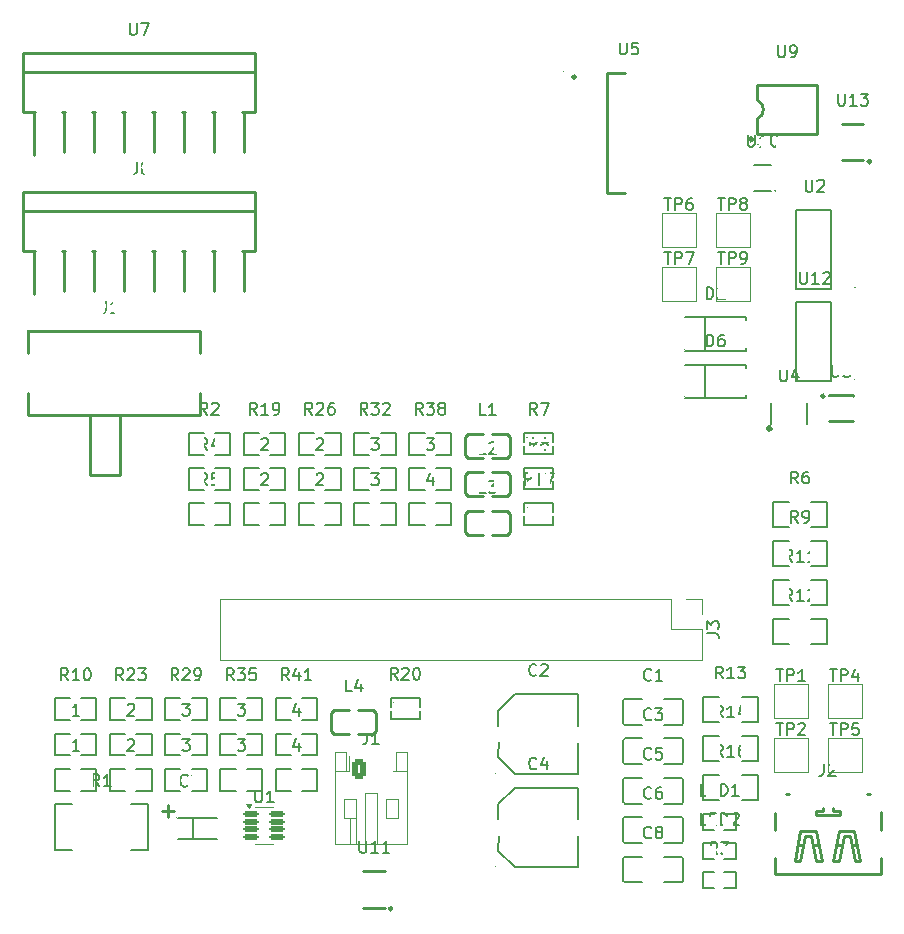
<source format=gbr>
%TF.GenerationSoftware,KiCad,Pcbnew,8.0.9*%
%TF.CreationDate,2025-04-09T15:01:16+02:00*%
%TF.ProjectId,Micro_mouse_final,4d696372-6f5f-46d6-9f75-73655f66696e,rev?*%
%TF.SameCoordinates,Original*%
%TF.FileFunction,Legend,Top*%
%TF.FilePolarity,Positive*%
%FSLAX46Y46*%
G04 Gerber Fmt 4.6, Leading zero omitted, Abs format (unit mm)*
G04 Created by KiCad (PCBNEW 8.0.9) date 2025-04-09 15:01:16*
%MOMM*%
%LPD*%
G01*
G04 APERTURE LIST*
G04 Aperture macros list*
%AMRoundRect*
0 Rectangle with rounded corners*
0 $1 Rounding radius*
0 $2 $3 $4 $5 $6 $7 $8 $9 X,Y pos of 4 corners*
0 Add a 4 corners polygon primitive as box body*
4,1,4,$2,$3,$4,$5,$6,$7,$8,$9,$2,$3,0*
0 Add four circle primitives for the rounded corners*
1,1,$1+$1,$2,$3*
1,1,$1+$1,$4,$5*
1,1,$1+$1,$6,$7*
1,1,$1+$1,$8,$9*
0 Add four rect primitives between the rounded corners*
20,1,$1+$1,$2,$3,$4,$5,0*
20,1,$1+$1,$4,$5,$6,$7,0*
20,1,$1+$1,$6,$7,$8,$9,0*
20,1,$1+$1,$8,$9,$2,$3,0*%
%AMFreePoly0*
4,1,9,4.064008,-5.143510,2.540005,-5.143510,2.540005,-4.000000,-4.064008,-4.000000,-4.064008,4.000508,2.540005,4.000508,2.540005,5.778512,4.064008,5.778512,4.064008,-5.143510,4.064008,-5.143510,$1*%
G04 Aperture macros list end*
%ADD10C,0.150000*%
%ADD11C,0.059995*%
%ADD12C,0.152400*%
%ADD13C,0.254001*%
%ADD14C,0.200000*%
%ADD15C,0.300000*%
%ADD16C,0.120000*%
%ADD17C,0.250000*%
%ADD18R,3.500000X1.200000*%
%ADD19R,1.524003X1.524003*%
%ADD20C,1.524003*%
%ADD21O,1.524003X3.000000*%
%ADD22R,1.100000X0.600000*%
%ADD23R,2.500000X1.100000*%
%ADD24R,2.340005X3.600000*%
%ADD25R,0.600000X0.419990*%
%ADD26R,0.600000X1.200000*%
%ADD27R,3.300000X2.400000*%
%ADD28C,2.000000*%
%ADD29R,2.000000X1.600000*%
%ADD30R,3.200000X1.150013*%
%ADD31FreePoly0,0.000000*%
%ADD32R,0.532004X1.072009*%
%ADD33R,0.500000X0.350013*%
%ADD34R,1.000000X1.600000*%
%ADD35RoundRect,0.125000X-0.537500X-0.125000X0.537500X-0.125000X0.537500X0.125000X-0.537500X0.125000X0*%
%ADD36R,2.500000X2.500000*%
%ADD37R,1.132537X1.377013*%
%ADD38R,0.300000X0.505004*%
%ADD39R,1.207518X1.701016*%
%ADD40R,0.806477X0.864008*%
%ADD41R,1.282525X3.456007*%
%ADD42R,0.800000X1.200000*%
%ADD43R,0.700000X1.200000*%
%ADD44O,1.100000X1.900000*%
%ADD45RoundRect,0.250000X-0.350000X-0.625000X0.350000X-0.625000X0.350000X0.625000X-0.350000X0.625000X0*%
%ADD46O,1.200000X1.750000*%
%ADD47R,2.000000X2.000000*%
%ADD48R,1.485014X1.727991*%
%ADD49R,1.757506X1.296012*%
%ADD50R,1.700000X1.700000*%
%ADD51O,1.700000X1.700000*%
G04 APERTURE END LIST*
D10*
X163163280Y-132483405D02*
X163115661Y-132531025D01*
X163115661Y-132531025D02*
X162972804Y-132578644D01*
X162972804Y-132578644D02*
X162877566Y-132578644D01*
X162877566Y-132578644D02*
X162734709Y-132531025D01*
X162734709Y-132531025D02*
X162639471Y-132435786D01*
X162639471Y-132435786D02*
X162591852Y-132340548D01*
X162591852Y-132340548D02*
X162544233Y-132150072D01*
X162544233Y-132150072D02*
X162544233Y-132007215D01*
X162544233Y-132007215D02*
X162591852Y-131816739D01*
X162591852Y-131816739D02*
X162639471Y-131721501D01*
X162639471Y-131721501D02*
X162734709Y-131626263D01*
X162734709Y-131626263D02*
X162877566Y-131578644D01*
X162877566Y-131578644D02*
X162972804Y-131578644D01*
X162972804Y-131578644D02*
X163115661Y-131626263D01*
X163115661Y-131626263D02*
X163163280Y-131673882D01*
X164020423Y-131911977D02*
X164020423Y-132578644D01*
X163782328Y-131531025D02*
X163544233Y-132245310D01*
X163544233Y-132245310D02*
X164163280Y-132245310D01*
X163163280Y-124579163D02*
X163115661Y-124626783D01*
X163115661Y-124626783D02*
X162972804Y-124674402D01*
X162972804Y-124674402D02*
X162877566Y-124674402D01*
X162877566Y-124674402D02*
X162734709Y-124626783D01*
X162734709Y-124626783D02*
X162639471Y-124531544D01*
X162639471Y-124531544D02*
X162591852Y-124436306D01*
X162591852Y-124436306D02*
X162544233Y-124245830D01*
X162544233Y-124245830D02*
X162544233Y-124102973D01*
X162544233Y-124102973D02*
X162591852Y-123912497D01*
X162591852Y-123912497D02*
X162639471Y-123817259D01*
X162639471Y-123817259D02*
X162734709Y-123722021D01*
X162734709Y-123722021D02*
X162877566Y-123674402D01*
X162877566Y-123674402D02*
X162972804Y-123674402D01*
X162972804Y-123674402D02*
X163115661Y-123722021D01*
X163115661Y-123722021D02*
X163163280Y-123769640D01*
X163544233Y-123769640D02*
X163591852Y-123722021D01*
X163591852Y-123722021D02*
X163687090Y-123674402D01*
X163687090Y-123674402D02*
X163925185Y-123674402D01*
X163925185Y-123674402D02*
X164020423Y-123722021D01*
X164020423Y-123722021D02*
X164068042Y-123769640D01*
X164068042Y-123769640D02*
X164115661Y-123864878D01*
X164115661Y-123864878D02*
X164115661Y-123960116D01*
X164115661Y-123960116D02*
X164068042Y-124102973D01*
X164068042Y-124102973D02*
X163496614Y-124674402D01*
X163496614Y-124674402D02*
X164115661Y-124674402D01*
X126146970Y-92914832D02*
X126146970Y-93724355D01*
X126146970Y-93724355D02*
X126194589Y-93819593D01*
X126194589Y-93819593D02*
X126242208Y-93867213D01*
X126242208Y-93867213D02*
X126337446Y-93914832D01*
X126337446Y-93914832D02*
X126527922Y-93914832D01*
X126527922Y-93914832D02*
X126623160Y-93867213D01*
X126623160Y-93867213D02*
X126670779Y-93819593D01*
X126670779Y-93819593D02*
X126718398Y-93724355D01*
X126718398Y-93724355D02*
X126718398Y-92914832D01*
X127718398Y-93914832D02*
X127146970Y-93914832D01*
X127432684Y-93914832D02*
X127432684Y-92914832D01*
X127432684Y-92914832D02*
X127337446Y-93057689D01*
X127337446Y-93057689D02*
X127242208Y-93152927D01*
X127242208Y-93152927D02*
X127146970Y-93200546D01*
X128575541Y-93248165D02*
X128575541Y-93914832D01*
X128337446Y-92867213D02*
X128099351Y-93581498D01*
X128099351Y-93581498D02*
X128718398Y-93581498D01*
X188716424Y-75385221D02*
X188716424Y-76194744D01*
X188716424Y-76194744D02*
X188764043Y-76289982D01*
X188764043Y-76289982D02*
X188811662Y-76337602D01*
X188811662Y-76337602D02*
X188906900Y-76385221D01*
X188906900Y-76385221D02*
X189097376Y-76385221D01*
X189097376Y-76385221D02*
X189192614Y-76337602D01*
X189192614Y-76337602D02*
X189240233Y-76289982D01*
X189240233Y-76289982D02*
X189287852Y-76194744D01*
X189287852Y-76194744D02*
X189287852Y-75385221D01*
X190287852Y-76385221D02*
X189716424Y-76385221D01*
X190002138Y-76385221D02*
X190002138Y-75385221D01*
X190002138Y-75385221D02*
X189906900Y-75528078D01*
X189906900Y-75528078D02*
X189811662Y-75623316D01*
X189811662Y-75623316D02*
X189716424Y-75670935D01*
X190621186Y-75385221D02*
X191240233Y-75385221D01*
X191240233Y-75385221D02*
X190906900Y-75766173D01*
X190906900Y-75766173D02*
X191049757Y-75766173D01*
X191049757Y-75766173D02*
X191144995Y-75813792D01*
X191144995Y-75813792D02*
X191192614Y-75861411D01*
X191192614Y-75861411D02*
X191240233Y-75956649D01*
X191240233Y-75956649D02*
X191240233Y-76194744D01*
X191240233Y-76194744D02*
X191192614Y-76289982D01*
X191192614Y-76289982D02*
X191144995Y-76337602D01*
X191144995Y-76337602D02*
X191049757Y-76385221D01*
X191049757Y-76385221D02*
X190764043Y-76385221D01*
X190764043Y-76385221D02*
X190668805Y-76337602D01*
X190668805Y-76337602D02*
X190621186Y-76289982D01*
X185486377Y-90477333D02*
X185486377Y-91286856D01*
X185486377Y-91286856D02*
X185533996Y-91382094D01*
X185533996Y-91382094D02*
X185581615Y-91429714D01*
X185581615Y-91429714D02*
X185676853Y-91477333D01*
X185676853Y-91477333D02*
X185867329Y-91477333D01*
X185867329Y-91477333D02*
X185962567Y-91429714D01*
X185962567Y-91429714D02*
X186010186Y-91382094D01*
X186010186Y-91382094D02*
X186057805Y-91286856D01*
X186057805Y-91286856D02*
X186057805Y-90477333D01*
X187057805Y-91477333D02*
X186486377Y-91477333D01*
X186772091Y-91477333D02*
X186772091Y-90477333D01*
X186772091Y-90477333D02*
X186676853Y-90620190D01*
X186676853Y-90620190D02*
X186581615Y-90715428D01*
X186581615Y-90715428D02*
X186486377Y-90763047D01*
X187438758Y-90572571D02*
X187486377Y-90524952D01*
X187486377Y-90524952D02*
X187581615Y-90477333D01*
X187581615Y-90477333D02*
X187819710Y-90477333D01*
X187819710Y-90477333D02*
X187914948Y-90524952D01*
X187914948Y-90524952D02*
X187962567Y-90572571D01*
X187962567Y-90572571D02*
X188010186Y-90667809D01*
X188010186Y-90667809D02*
X188010186Y-90763047D01*
X188010186Y-90763047D02*
X187962567Y-90905904D01*
X187962567Y-90905904D02*
X187391139Y-91477333D01*
X187391139Y-91477333D02*
X188010186Y-91477333D01*
X148185228Y-138638761D02*
X148185228Y-139448284D01*
X148185228Y-139448284D02*
X148232847Y-139543522D01*
X148232847Y-139543522D02*
X148280466Y-139591142D01*
X148280466Y-139591142D02*
X148375704Y-139638761D01*
X148375704Y-139638761D02*
X148566180Y-139638761D01*
X148566180Y-139638761D02*
X148661418Y-139591142D01*
X148661418Y-139591142D02*
X148709037Y-139543522D01*
X148709037Y-139543522D02*
X148756656Y-139448284D01*
X148756656Y-139448284D02*
X148756656Y-138638761D01*
X149756656Y-139638761D02*
X149185228Y-139638761D01*
X149470942Y-139638761D02*
X149470942Y-138638761D01*
X149470942Y-138638761D02*
X149375704Y-138781618D01*
X149375704Y-138781618D02*
X149280466Y-138876856D01*
X149280466Y-138876856D02*
X149185228Y-138924475D01*
X150709037Y-139638761D02*
X150137609Y-139638761D01*
X150423323Y-139638761D02*
X150423323Y-138638761D01*
X150423323Y-138638761D02*
X150328085Y-138781618D01*
X150328085Y-138781618D02*
X150232847Y-138876856D01*
X150232847Y-138876856D02*
X150137609Y-138924475D01*
X181066373Y-78856307D02*
X181066373Y-79665830D01*
X181066373Y-79665830D02*
X181113992Y-79761068D01*
X181113992Y-79761068D02*
X181161611Y-79808688D01*
X181161611Y-79808688D02*
X181256849Y-79856307D01*
X181256849Y-79856307D02*
X181447325Y-79856307D01*
X181447325Y-79856307D02*
X181542563Y-79808688D01*
X181542563Y-79808688D02*
X181590182Y-79761068D01*
X181590182Y-79761068D02*
X181637801Y-79665830D01*
X181637801Y-79665830D02*
X181637801Y-78856307D01*
X182637801Y-79856307D02*
X182066373Y-79856307D01*
X182352087Y-79856307D02*
X182352087Y-78856307D01*
X182352087Y-78856307D02*
X182256849Y-78999164D01*
X182256849Y-78999164D02*
X182161611Y-79094402D01*
X182161611Y-79094402D02*
X182066373Y-79142021D01*
X183256849Y-78856307D02*
X183352087Y-78856307D01*
X183352087Y-78856307D02*
X183447325Y-78903926D01*
X183447325Y-78903926D02*
X183494944Y-78951545D01*
X183494944Y-78951545D02*
X183542563Y-79046783D01*
X183542563Y-79046783D02*
X183590182Y-79237259D01*
X183590182Y-79237259D02*
X183590182Y-79475354D01*
X183590182Y-79475354D02*
X183542563Y-79665830D01*
X183542563Y-79665830D02*
X183494944Y-79761068D01*
X183494944Y-79761068D02*
X183447325Y-79808688D01*
X183447325Y-79808688D02*
X183352087Y-79856307D01*
X183352087Y-79856307D02*
X183256849Y-79856307D01*
X183256849Y-79856307D02*
X183161611Y-79808688D01*
X183161611Y-79808688D02*
X183113992Y-79761068D01*
X183113992Y-79761068D02*
X183066373Y-79665830D01*
X183066373Y-79665830D02*
X183018754Y-79475354D01*
X183018754Y-79475354D02*
X183018754Y-79237259D01*
X183018754Y-79237259D02*
X183066373Y-79046783D01*
X183066373Y-79046783D02*
X183113992Y-78951545D01*
X183113992Y-78951545D02*
X183161611Y-78903926D01*
X183161611Y-78903926D02*
X183256849Y-78856307D01*
X183619753Y-71276307D02*
X183619753Y-72085830D01*
X183619753Y-72085830D02*
X183667372Y-72181068D01*
X183667372Y-72181068D02*
X183714991Y-72228688D01*
X183714991Y-72228688D02*
X183810229Y-72276307D01*
X183810229Y-72276307D02*
X184000705Y-72276307D01*
X184000705Y-72276307D02*
X184095943Y-72228688D01*
X184095943Y-72228688D02*
X184143562Y-72181068D01*
X184143562Y-72181068D02*
X184191181Y-72085830D01*
X184191181Y-72085830D02*
X184191181Y-71276307D01*
X184714991Y-72276307D02*
X184905467Y-72276307D01*
X184905467Y-72276307D02*
X185000705Y-72228688D01*
X185000705Y-72228688D02*
X185048324Y-72181068D01*
X185048324Y-72181068D02*
X185143562Y-72038211D01*
X185143562Y-72038211D02*
X185191181Y-71847735D01*
X185191181Y-71847735D02*
X185191181Y-71466783D01*
X185191181Y-71466783D02*
X185143562Y-71371545D01*
X185143562Y-71371545D02*
X185095943Y-71323926D01*
X185095943Y-71323926D02*
X185000705Y-71276307D01*
X185000705Y-71276307D02*
X184810229Y-71276307D01*
X184810229Y-71276307D02*
X184714991Y-71323926D01*
X184714991Y-71323926D02*
X184667372Y-71371545D01*
X184667372Y-71371545D02*
X184619753Y-71466783D01*
X184619753Y-71466783D02*
X184619753Y-71704878D01*
X184619753Y-71704878D02*
X184667372Y-71800116D01*
X184667372Y-71800116D02*
X184714991Y-71847735D01*
X184714991Y-71847735D02*
X184810229Y-71895354D01*
X184810229Y-71895354D02*
X185000705Y-71895354D01*
X185000705Y-71895354D02*
X185095943Y-71847735D01*
X185095943Y-71847735D02*
X185143562Y-71800116D01*
X185143562Y-71800116D02*
X185191181Y-71704878D01*
X128738095Y-81161829D02*
X128738095Y-81971352D01*
X128738095Y-81971352D02*
X128785714Y-82066590D01*
X128785714Y-82066590D02*
X128833333Y-82114210D01*
X128833333Y-82114210D02*
X128928571Y-82161829D01*
X128928571Y-82161829D02*
X129119047Y-82161829D01*
X129119047Y-82161829D02*
X129214285Y-82114210D01*
X129214285Y-82114210D02*
X129261904Y-82066590D01*
X129261904Y-82066590D02*
X129309523Y-81971352D01*
X129309523Y-81971352D02*
X129309523Y-81161829D01*
X129928571Y-81590400D02*
X129833333Y-81542781D01*
X129833333Y-81542781D02*
X129785714Y-81495162D01*
X129785714Y-81495162D02*
X129738095Y-81399924D01*
X129738095Y-81399924D02*
X129738095Y-81352305D01*
X129738095Y-81352305D02*
X129785714Y-81257067D01*
X129785714Y-81257067D02*
X129833333Y-81209448D01*
X129833333Y-81209448D02*
X129928571Y-81161829D01*
X129928571Y-81161829D02*
X130119047Y-81161829D01*
X130119047Y-81161829D02*
X130214285Y-81209448D01*
X130214285Y-81209448D02*
X130261904Y-81257067D01*
X130261904Y-81257067D02*
X130309523Y-81352305D01*
X130309523Y-81352305D02*
X130309523Y-81399924D01*
X130309523Y-81399924D02*
X130261904Y-81495162D01*
X130261904Y-81495162D02*
X130214285Y-81542781D01*
X130214285Y-81542781D02*
X130119047Y-81590400D01*
X130119047Y-81590400D02*
X129928571Y-81590400D01*
X129928571Y-81590400D02*
X129833333Y-81638019D01*
X129833333Y-81638019D02*
X129785714Y-81685638D01*
X129785714Y-81685638D02*
X129738095Y-81780876D01*
X129738095Y-81780876D02*
X129738095Y-81971352D01*
X129738095Y-81971352D02*
X129785714Y-82066590D01*
X129785714Y-82066590D02*
X129833333Y-82114210D01*
X129833333Y-82114210D02*
X129928571Y-82161829D01*
X129928571Y-82161829D02*
X130119047Y-82161829D01*
X130119047Y-82161829D02*
X130214285Y-82114210D01*
X130214285Y-82114210D02*
X130261904Y-82066590D01*
X130261904Y-82066590D02*
X130309523Y-81971352D01*
X130309523Y-81971352D02*
X130309523Y-81780876D01*
X130309523Y-81780876D02*
X130261904Y-81685638D01*
X130261904Y-81685638D02*
X130214285Y-81638019D01*
X130214285Y-81638019D02*
X130119047Y-81590400D01*
X128738095Y-69404832D02*
X128738095Y-70214355D01*
X128738095Y-70214355D02*
X128785714Y-70309593D01*
X128785714Y-70309593D02*
X128833333Y-70357213D01*
X128833333Y-70357213D02*
X128928571Y-70404832D01*
X128928571Y-70404832D02*
X129119047Y-70404832D01*
X129119047Y-70404832D02*
X129214285Y-70357213D01*
X129214285Y-70357213D02*
X129261904Y-70309593D01*
X129261904Y-70309593D02*
X129309523Y-70214355D01*
X129309523Y-70214355D02*
X129309523Y-69404832D01*
X129690476Y-69404832D02*
X130357142Y-69404832D01*
X130357142Y-69404832D02*
X129928571Y-70404832D01*
X170230348Y-71057333D02*
X170230348Y-71866856D01*
X170230348Y-71866856D02*
X170277967Y-71962094D01*
X170277967Y-71962094D02*
X170325586Y-72009714D01*
X170325586Y-72009714D02*
X170420824Y-72057333D01*
X170420824Y-72057333D02*
X170611300Y-72057333D01*
X170611300Y-72057333D02*
X170706538Y-72009714D01*
X170706538Y-72009714D02*
X170754157Y-71962094D01*
X170754157Y-71962094D02*
X170801776Y-71866856D01*
X170801776Y-71866856D02*
X170801776Y-71057333D01*
X171754157Y-71057333D02*
X171277967Y-71057333D01*
X171277967Y-71057333D02*
X171230348Y-71533523D01*
X171230348Y-71533523D02*
X171277967Y-71485904D01*
X171277967Y-71485904D02*
X171373205Y-71438285D01*
X171373205Y-71438285D02*
X171611300Y-71438285D01*
X171611300Y-71438285D02*
X171706538Y-71485904D01*
X171706538Y-71485904D02*
X171754157Y-71533523D01*
X171754157Y-71533523D02*
X171801776Y-71628761D01*
X171801776Y-71628761D02*
X171801776Y-71866856D01*
X171801776Y-71866856D02*
X171754157Y-71962094D01*
X171754157Y-71962094D02*
X171706538Y-72009714D01*
X171706538Y-72009714D02*
X171611300Y-72057333D01*
X171611300Y-72057333D02*
X171373205Y-72057333D01*
X171373205Y-72057333D02*
X171277967Y-72009714D01*
X171277967Y-72009714D02*
X171230348Y-71962094D01*
X183790990Y-98732311D02*
X183790990Y-99541834D01*
X183790990Y-99541834D02*
X183838609Y-99637072D01*
X183838609Y-99637072D02*
X183886228Y-99684692D01*
X183886228Y-99684692D02*
X183981466Y-99732311D01*
X183981466Y-99732311D02*
X184171942Y-99732311D01*
X184171942Y-99732311D02*
X184267180Y-99684692D01*
X184267180Y-99684692D02*
X184314799Y-99637072D01*
X184314799Y-99637072D02*
X184362418Y-99541834D01*
X184362418Y-99541834D02*
X184362418Y-98732311D01*
X185267180Y-99065644D02*
X185267180Y-99732311D01*
X185029085Y-98684692D02*
X184790990Y-99398977D01*
X184790990Y-99398977D02*
X185410037Y-99398977D01*
X188170609Y-98364277D02*
X188170609Y-99173800D01*
X188170609Y-99173800D02*
X188218228Y-99269038D01*
X188218228Y-99269038D02*
X188265847Y-99316658D01*
X188265847Y-99316658D02*
X188361085Y-99364277D01*
X188361085Y-99364277D02*
X188551561Y-99364277D01*
X188551561Y-99364277D02*
X188646799Y-99316658D01*
X188646799Y-99316658D02*
X188694418Y-99269038D01*
X188694418Y-99269038D02*
X188742037Y-99173800D01*
X188742037Y-99173800D02*
X188742037Y-98364277D01*
X189122990Y-98364277D02*
X189742037Y-98364277D01*
X189742037Y-98364277D02*
X189408704Y-98745229D01*
X189408704Y-98745229D02*
X189551561Y-98745229D01*
X189551561Y-98745229D02*
X189646799Y-98792848D01*
X189646799Y-98792848D02*
X189694418Y-98840467D01*
X189694418Y-98840467D02*
X189742037Y-98935705D01*
X189742037Y-98935705D02*
X189742037Y-99173800D01*
X189742037Y-99173800D02*
X189694418Y-99269038D01*
X189694418Y-99269038D02*
X189646799Y-99316658D01*
X189646799Y-99316658D02*
X189551561Y-99364277D01*
X189551561Y-99364277D02*
X189265847Y-99364277D01*
X189265847Y-99364277D02*
X189170609Y-99316658D01*
X189170609Y-99316658D02*
X189122990Y-99269038D01*
X185962567Y-82672507D02*
X185962567Y-83482030D01*
X185962567Y-83482030D02*
X186010186Y-83577268D01*
X186010186Y-83577268D02*
X186057805Y-83624888D01*
X186057805Y-83624888D02*
X186153043Y-83672507D01*
X186153043Y-83672507D02*
X186343519Y-83672507D01*
X186343519Y-83672507D02*
X186438757Y-83624888D01*
X186438757Y-83624888D02*
X186486376Y-83577268D01*
X186486376Y-83577268D02*
X186533995Y-83482030D01*
X186533995Y-83482030D02*
X186533995Y-82672507D01*
X186962567Y-82767745D02*
X187010186Y-82720126D01*
X187010186Y-82720126D02*
X187105424Y-82672507D01*
X187105424Y-82672507D02*
X187343519Y-82672507D01*
X187343519Y-82672507D02*
X187438757Y-82720126D01*
X187438757Y-82720126D02*
X187486376Y-82767745D01*
X187486376Y-82767745D02*
X187533995Y-82862983D01*
X187533995Y-82862983D02*
X187533995Y-82958221D01*
X187533995Y-82958221D02*
X187486376Y-83101078D01*
X187486376Y-83101078D02*
X186914948Y-83672507D01*
X186914948Y-83672507D02*
X187533995Y-83672507D01*
X139336405Y-134386761D02*
X139336405Y-135196284D01*
X139336405Y-135196284D02*
X139384024Y-135291522D01*
X139384024Y-135291522D02*
X139431643Y-135339142D01*
X139431643Y-135339142D02*
X139526881Y-135386761D01*
X139526881Y-135386761D02*
X139717357Y-135386761D01*
X139717357Y-135386761D02*
X139812595Y-135339142D01*
X139812595Y-135339142D02*
X139860214Y-135291522D01*
X139860214Y-135291522D02*
X139907833Y-135196284D01*
X139907833Y-135196284D02*
X139907833Y-134386761D01*
X140907833Y-135386761D02*
X140336405Y-135386761D01*
X140622119Y-135386761D02*
X140622119Y-134386761D01*
X140622119Y-134386761D02*
X140526881Y-134529618D01*
X140526881Y-134529618D02*
X140431643Y-134624856D01*
X140431643Y-134624856D02*
X140336405Y-134672475D01*
X178547601Y-88773307D02*
X179119029Y-88773307D01*
X178833315Y-89773307D02*
X178833315Y-88773307D01*
X179452363Y-89773307D02*
X179452363Y-88773307D01*
X179452363Y-88773307D02*
X179833315Y-88773307D01*
X179833315Y-88773307D02*
X179928553Y-88820926D01*
X179928553Y-88820926D02*
X179976172Y-88868545D01*
X179976172Y-88868545D02*
X180023791Y-88963783D01*
X180023791Y-88963783D02*
X180023791Y-89106640D01*
X180023791Y-89106640D02*
X179976172Y-89201878D01*
X179976172Y-89201878D02*
X179928553Y-89249497D01*
X179928553Y-89249497D02*
X179833315Y-89297116D01*
X179833315Y-89297116D02*
X179452363Y-89297116D01*
X180499982Y-89773307D02*
X180690458Y-89773307D01*
X180690458Y-89773307D02*
X180785696Y-89725688D01*
X180785696Y-89725688D02*
X180833315Y-89678068D01*
X180833315Y-89678068D02*
X180928553Y-89535211D01*
X180928553Y-89535211D02*
X180976172Y-89344735D01*
X180976172Y-89344735D02*
X180976172Y-88963783D01*
X180976172Y-88963783D02*
X180928553Y-88868545D01*
X180928553Y-88868545D02*
X180880934Y-88820926D01*
X180880934Y-88820926D02*
X180785696Y-88773307D01*
X180785696Y-88773307D02*
X180595220Y-88773307D01*
X180595220Y-88773307D02*
X180499982Y-88820926D01*
X180499982Y-88820926D02*
X180452363Y-88868545D01*
X180452363Y-88868545D02*
X180404744Y-88963783D01*
X180404744Y-88963783D02*
X180404744Y-89201878D01*
X180404744Y-89201878D02*
X180452363Y-89297116D01*
X180452363Y-89297116D02*
X180499982Y-89344735D01*
X180499982Y-89344735D02*
X180595220Y-89392354D01*
X180595220Y-89392354D02*
X180785696Y-89392354D01*
X180785696Y-89392354D02*
X180880934Y-89344735D01*
X180880934Y-89344735D02*
X180928553Y-89297116D01*
X180928553Y-89297116D02*
X180976172Y-89201878D01*
X178547601Y-84223307D02*
X179119029Y-84223307D01*
X178833315Y-85223307D02*
X178833315Y-84223307D01*
X179452363Y-85223307D02*
X179452363Y-84223307D01*
X179452363Y-84223307D02*
X179833315Y-84223307D01*
X179833315Y-84223307D02*
X179928553Y-84270926D01*
X179928553Y-84270926D02*
X179976172Y-84318545D01*
X179976172Y-84318545D02*
X180023791Y-84413783D01*
X180023791Y-84413783D02*
X180023791Y-84556640D01*
X180023791Y-84556640D02*
X179976172Y-84651878D01*
X179976172Y-84651878D02*
X179928553Y-84699497D01*
X179928553Y-84699497D02*
X179833315Y-84747116D01*
X179833315Y-84747116D02*
X179452363Y-84747116D01*
X180595220Y-84651878D02*
X180499982Y-84604259D01*
X180499982Y-84604259D02*
X180452363Y-84556640D01*
X180452363Y-84556640D02*
X180404744Y-84461402D01*
X180404744Y-84461402D02*
X180404744Y-84413783D01*
X180404744Y-84413783D02*
X180452363Y-84318545D01*
X180452363Y-84318545D02*
X180499982Y-84270926D01*
X180499982Y-84270926D02*
X180595220Y-84223307D01*
X180595220Y-84223307D02*
X180785696Y-84223307D01*
X180785696Y-84223307D02*
X180880934Y-84270926D01*
X180880934Y-84270926D02*
X180928553Y-84318545D01*
X180928553Y-84318545D02*
X180976172Y-84413783D01*
X180976172Y-84413783D02*
X180976172Y-84461402D01*
X180976172Y-84461402D02*
X180928553Y-84556640D01*
X180928553Y-84556640D02*
X180880934Y-84604259D01*
X180880934Y-84604259D02*
X180785696Y-84651878D01*
X180785696Y-84651878D02*
X180595220Y-84651878D01*
X180595220Y-84651878D02*
X180499982Y-84699497D01*
X180499982Y-84699497D02*
X180452363Y-84747116D01*
X180452363Y-84747116D02*
X180404744Y-84842354D01*
X180404744Y-84842354D02*
X180404744Y-85032830D01*
X180404744Y-85032830D02*
X180452363Y-85128068D01*
X180452363Y-85128068D02*
X180499982Y-85175688D01*
X180499982Y-85175688D02*
X180595220Y-85223307D01*
X180595220Y-85223307D02*
X180785696Y-85223307D01*
X180785696Y-85223307D02*
X180880934Y-85175688D01*
X180880934Y-85175688D02*
X180928553Y-85128068D01*
X180928553Y-85128068D02*
X180976172Y-85032830D01*
X180976172Y-85032830D02*
X180976172Y-84842354D01*
X180976172Y-84842354D02*
X180928553Y-84747116D01*
X180928553Y-84747116D02*
X180880934Y-84699497D01*
X180880934Y-84699497D02*
X180785696Y-84651878D01*
X173997601Y-88773307D02*
X174569029Y-88773307D01*
X174283315Y-89773307D02*
X174283315Y-88773307D01*
X174902363Y-89773307D02*
X174902363Y-88773307D01*
X174902363Y-88773307D02*
X175283315Y-88773307D01*
X175283315Y-88773307D02*
X175378553Y-88820926D01*
X175378553Y-88820926D02*
X175426172Y-88868545D01*
X175426172Y-88868545D02*
X175473791Y-88963783D01*
X175473791Y-88963783D02*
X175473791Y-89106640D01*
X175473791Y-89106640D02*
X175426172Y-89201878D01*
X175426172Y-89201878D02*
X175378553Y-89249497D01*
X175378553Y-89249497D02*
X175283315Y-89297116D01*
X175283315Y-89297116D02*
X174902363Y-89297116D01*
X175807125Y-88773307D02*
X176473791Y-88773307D01*
X176473791Y-88773307D02*
X176045220Y-89773307D01*
X173997601Y-84223307D02*
X174569029Y-84223307D01*
X174283315Y-85223307D02*
X174283315Y-84223307D01*
X174902363Y-85223307D02*
X174902363Y-84223307D01*
X174902363Y-84223307D02*
X175283315Y-84223307D01*
X175283315Y-84223307D02*
X175378553Y-84270926D01*
X175378553Y-84270926D02*
X175426172Y-84318545D01*
X175426172Y-84318545D02*
X175473791Y-84413783D01*
X175473791Y-84413783D02*
X175473791Y-84556640D01*
X175473791Y-84556640D02*
X175426172Y-84651878D01*
X175426172Y-84651878D02*
X175378553Y-84699497D01*
X175378553Y-84699497D02*
X175283315Y-84747116D01*
X175283315Y-84747116D02*
X174902363Y-84747116D01*
X176330934Y-84223307D02*
X176140458Y-84223307D01*
X176140458Y-84223307D02*
X176045220Y-84270926D01*
X176045220Y-84270926D02*
X175997601Y-84318545D01*
X175997601Y-84318545D02*
X175902363Y-84461402D01*
X175902363Y-84461402D02*
X175854744Y-84651878D01*
X175854744Y-84651878D02*
X175854744Y-85032830D01*
X175854744Y-85032830D02*
X175902363Y-85128068D01*
X175902363Y-85128068D02*
X175949982Y-85175688D01*
X175949982Y-85175688D02*
X176045220Y-85223307D01*
X176045220Y-85223307D02*
X176235696Y-85223307D01*
X176235696Y-85223307D02*
X176330934Y-85175688D01*
X176330934Y-85175688D02*
X176378553Y-85128068D01*
X176378553Y-85128068D02*
X176426172Y-85032830D01*
X176426172Y-85032830D02*
X176426172Y-84794735D01*
X176426172Y-84794735D02*
X176378553Y-84699497D01*
X176378553Y-84699497D02*
X176330934Y-84651878D01*
X176330934Y-84651878D02*
X176235696Y-84604259D01*
X176235696Y-84604259D02*
X176045220Y-84604259D01*
X176045220Y-84604259D02*
X175949982Y-84651878D01*
X175949982Y-84651878D02*
X175902363Y-84699497D01*
X175902363Y-84699497D02*
X175854744Y-84794735D01*
X188033169Y-128659495D02*
X188604597Y-128659495D01*
X188318883Y-129659495D02*
X188318883Y-128659495D01*
X188937931Y-129659495D02*
X188937931Y-128659495D01*
X188937931Y-128659495D02*
X189318883Y-128659495D01*
X189318883Y-128659495D02*
X189414121Y-128707114D01*
X189414121Y-128707114D02*
X189461740Y-128754733D01*
X189461740Y-128754733D02*
X189509359Y-128849971D01*
X189509359Y-128849971D02*
X189509359Y-128992828D01*
X189509359Y-128992828D02*
X189461740Y-129088066D01*
X189461740Y-129088066D02*
X189414121Y-129135685D01*
X189414121Y-129135685D02*
X189318883Y-129183304D01*
X189318883Y-129183304D02*
X188937931Y-129183304D01*
X190414121Y-128659495D02*
X189937931Y-128659495D01*
X189937931Y-128659495D02*
X189890312Y-129135685D01*
X189890312Y-129135685D02*
X189937931Y-129088066D01*
X189937931Y-129088066D02*
X190033169Y-129040447D01*
X190033169Y-129040447D02*
X190271264Y-129040447D01*
X190271264Y-129040447D02*
X190366502Y-129088066D01*
X190366502Y-129088066D02*
X190414121Y-129135685D01*
X190414121Y-129135685D02*
X190461740Y-129230923D01*
X190461740Y-129230923D02*
X190461740Y-129469018D01*
X190461740Y-129469018D02*
X190414121Y-129564256D01*
X190414121Y-129564256D02*
X190366502Y-129611876D01*
X190366502Y-129611876D02*
X190271264Y-129659495D01*
X190271264Y-129659495D02*
X190033169Y-129659495D01*
X190033169Y-129659495D02*
X189937931Y-129611876D01*
X189937931Y-129611876D02*
X189890312Y-129564256D01*
X188033169Y-124109495D02*
X188604597Y-124109495D01*
X188318883Y-125109495D02*
X188318883Y-124109495D01*
X188937931Y-125109495D02*
X188937931Y-124109495D01*
X188937931Y-124109495D02*
X189318883Y-124109495D01*
X189318883Y-124109495D02*
X189414121Y-124157114D01*
X189414121Y-124157114D02*
X189461740Y-124204733D01*
X189461740Y-124204733D02*
X189509359Y-124299971D01*
X189509359Y-124299971D02*
X189509359Y-124442828D01*
X189509359Y-124442828D02*
X189461740Y-124538066D01*
X189461740Y-124538066D02*
X189414121Y-124585685D01*
X189414121Y-124585685D02*
X189318883Y-124633304D01*
X189318883Y-124633304D02*
X188937931Y-124633304D01*
X190366502Y-124442828D02*
X190366502Y-125109495D01*
X190128407Y-124061876D02*
X189890312Y-124776161D01*
X189890312Y-124776161D02*
X190509359Y-124776161D01*
X183483169Y-128659495D02*
X184054597Y-128659495D01*
X183768883Y-129659495D02*
X183768883Y-128659495D01*
X184387931Y-129659495D02*
X184387931Y-128659495D01*
X184387931Y-128659495D02*
X184768883Y-128659495D01*
X184768883Y-128659495D02*
X184864121Y-128707114D01*
X184864121Y-128707114D02*
X184911740Y-128754733D01*
X184911740Y-128754733D02*
X184959359Y-128849971D01*
X184959359Y-128849971D02*
X184959359Y-128992828D01*
X184959359Y-128992828D02*
X184911740Y-129088066D01*
X184911740Y-129088066D02*
X184864121Y-129135685D01*
X184864121Y-129135685D02*
X184768883Y-129183304D01*
X184768883Y-129183304D02*
X184387931Y-129183304D01*
X185340312Y-128754733D02*
X185387931Y-128707114D01*
X185387931Y-128707114D02*
X185483169Y-128659495D01*
X185483169Y-128659495D02*
X185721264Y-128659495D01*
X185721264Y-128659495D02*
X185816502Y-128707114D01*
X185816502Y-128707114D02*
X185864121Y-128754733D01*
X185864121Y-128754733D02*
X185911740Y-128849971D01*
X185911740Y-128849971D02*
X185911740Y-128945209D01*
X185911740Y-128945209D02*
X185864121Y-129088066D01*
X185864121Y-129088066D02*
X185292693Y-129659495D01*
X185292693Y-129659495D02*
X185911740Y-129659495D01*
X183483169Y-124109495D02*
X184054597Y-124109495D01*
X183768883Y-125109495D02*
X183768883Y-124109495D01*
X184387931Y-125109495D02*
X184387931Y-124109495D01*
X184387931Y-124109495D02*
X184768883Y-124109495D01*
X184768883Y-124109495D02*
X184864121Y-124157114D01*
X184864121Y-124157114D02*
X184911740Y-124204733D01*
X184911740Y-124204733D02*
X184959359Y-124299971D01*
X184959359Y-124299971D02*
X184959359Y-124442828D01*
X184959359Y-124442828D02*
X184911740Y-124538066D01*
X184911740Y-124538066D02*
X184864121Y-124585685D01*
X184864121Y-124585685D02*
X184768883Y-124633304D01*
X184768883Y-124633304D02*
X184387931Y-124633304D01*
X185911740Y-125109495D02*
X185340312Y-125109495D01*
X185626026Y-125109495D02*
X185626026Y-124109495D01*
X185626026Y-124109495D02*
X185530788Y-124252352D01*
X185530788Y-124252352D02*
X185435550Y-124347590D01*
X185435550Y-124347590D02*
X185340312Y-124395209D01*
X142206494Y-131010901D02*
X141873161Y-130534710D01*
X141635066Y-131010901D02*
X141635066Y-130010901D01*
X141635066Y-130010901D02*
X142016018Y-130010901D01*
X142016018Y-130010901D02*
X142111256Y-130058520D01*
X142111256Y-130058520D02*
X142158875Y-130106139D01*
X142158875Y-130106139D02*
X142206494Y-130201377D01*
X142206494Y-130201377D02*
X142206494Y-130344234D01*
X142206494Y-130344234D02*
X142158875Y-130439472D01*
X142158875Y-130439472D02*
X142111256Y-130487091D01*
X142111256Y-130487091D02*
X142016018Y-130534710D01*
X142016018Y-130534710D02*
X141635066Y-130534710D01*
X143063637Y-130344234D02*
X143063637Y-131010901D01*
X142825542Y-129963282D02*
X142587447Y-130677567D01*
X142587447Y-130677567D02*
X143206494Y-130677567D01*
X143492209Y-130010901D02*
X144111256Y-130010901D01*
X144111256Y-130010901D02*
X143777923Y-130391853D01*
X143777923Y-130391853D02*
X143920780Y-130391853D01*
X143920780Y-130391853D02*
X144016018Y-130439472D01*
X144016018Y-130439472D02*
X144063637Y-130487091D01*
X144063637Y-130487091D02*
X144111256Y-130582329D01*
X144111256Y-130582329D02*
X144111256Y-130820424D01*
X144111256Y-130820424D02*
X144063637Y-130915662D01*
X144063637Y-130915662D02*
X144016018Y-130963282D01*
X144016018Y-130963282D02*
X143920780Y-131010901D01*
X143920780Y-131010901D02*
X143635066Y-131010901D01*
X143635066Y-131010901D02*
X143539828Y-130963282D01*
X143539828Y-130963282D02*
X143492209Y-130915662D01*
X142206494Y-128024313D02*
X141873161Y-127548122D01*
X141635066Y-128024313D02*
X141635066Y-127024313D01*
X141635066Y-127024313D02*
X142016018Y-127024313D01*
X142016018Y-127024313D02*
X142111256Y-127071932D01*
X142111256Y-127071932D02*
X142158875Y-127119551D01*
X142158875Y-127119551D02*
X142206494Y-127214789D01*
X142206494Y-127214789D02*
X142206494Y-127357646D01*
X142206494Y-127357646D02*
X142158875Y-127452884D01*
X142158875Y-127452884D02*
X142111256Y-127500503D01*
X142111256Y-127500503D02*
X142016018Y-127548122D01*
X142016018Y-127548122D02*
X141635066Y-127548122D01*
X143063637Y-127357646D02*
X143063637Y-128024313D01*
X142825542Y-126976694D02*
X142587447Y-127690979D01*
X142587447Y-127690979D02*
X143206494Y-127690979D01*
X143539828Y-127119551D02*
X143587447Y-127071932D01*
X143587447Y-127071932D02*
X143682685Y-127024313D01*
X143682685Y-127024313D02*
X143920780Y-127024313D01*
X143920780Y-127024313D02*
X144016018Y-127071932D01*
X144016018Y-127071932D02*
X144063637Y-127119551D01*
X144063637Y-127119551D02*
X144111256Y-127214789D01*
X144111256Y-127214789D02*
X144111256Y-127310027D01*
X144111256Y-127310027D02*
X144063637Y-127452884D01*
X144063637Y-127452884D02*
X143492209Y-128024313D01*
X143492209Y-128024313D02*
X144111256Y-128024313D01*
X142206494Y-125037725D02*
X141873161Y-124561534D01*
X141635066Y-125037725D02*
X141635066Y-124037725D01*
X141635066Y-124037725D02*
X142016018Y-124037725D01*
X142016018Y-124037725D02*
X142111256Y-124085344D01*
X142111256Y-124085344D02*
X142158875Y-124132963D01*
X142158875Y-124132963D02*
X142206494Y-124228201D01*
X142206494Y-124228201D02*
X142206494Y-124371058D01*
X142206494Y-124371058D02*
X142158875Y-124466296D01*
X142158875Y-124466296D02*
X142111256Y-124513915D01*
X142111256Y-124513915D02*
X142016018Y-124561534D01*
X142016018Y-124561534D02*
X141635066Y-124561534D01*
X143063637Y-124371058D02*
X143063637Y-125037725D01*
X142825542Y-123990106D02*
X142587447Y-124704391D01*
X142587447Y-124704391D02*
X143206494Y-124704391D01*
X144111256Y-125037725D02*
X143539828Y-125037725D01*
X143825542Y-125037725D02*
X143825542Y-124037725D01*
X143825542Y-124037725D02*
X143730304Y-124180582D01*
X143730304Y-124180582D02*
X143635066Y-124275820D01*
X143635066Y-124275820D02*
X143539828Y-124323439D01*
X153531818Y-108524313D02*
X153198485Y-108048122D01*
X152960390Y-108524313D02*
X152960390Y-107524313D01*
X152960390Y-107524313D02*
X153341342Y-107524313D01*
X153341342Y-107524313D02*
X153436580Y-107571932D01*
X153436580Y-107571932D02*
X153484199Y-107619551D01*
X153484199Y-107619551D02*
X153531818Y-107714789D01*
X153531818Y-107714789D02*
X153531818Y-107857646D01*
X153531818Y-107857646D02*
X153484199Y-107952884D01*
X153484199Y-107952884D02*
X153436580Y-108000503D01*
X153436580Y-108000503D02*
X153341342Y-108048122D01*
X153341342Y-108048122D02*
X152960390Y-108048122D01*
X154388961Y-107857646D02*
X154388961Y-108524313D01*
X154150866Y-107476694D02*
X153912771Y-108190979D01*
X153912771Y-108190979D02*
X154531818Y-108190979D01*
X155103247Y-107524313D02*
X155198485Y-107524313D01*
X155198485Y-107524313D02*
X155293723Y-107571932D01*
X155293723Y-107571932D02*
X155341342Y-107619551D01*
X155341342Y-107619551D02*
X155388961Y-107714789D01*
X155388961Y-107714789D02*
X155436580Y-107905265D01*
X155436580Y-107905265D02*
X155436580Y-108143360D01*
X155436580Y-108143360D02*
X155388961Y-108333836D01*
X155388961Y-108333836D02*
X155341342Y-108429074D01*
X155341342Y-108429074D02*
X155293723Y-108476694D01*
X155293723Y-108476694D02*
X155198485Y-108524313D01*
X155198485Y-108524313D02*
X155103247Y-108524313D01*
X155103247Y-108524313D02*
X155008009Y-108476694D01*
X155008009Y-108476694D02*
X154960390Y-108429074D01*
X154960390Y-108429074D02*
X154912771Y-108333836D01*
X154912771Y-108333836D02*
X154865152Y-108143360D01*
X154865152Y-108143360D02*
X154865152Y-107905265D01*
X154865152Y-107905265D02*
X154912771Y-107714789D01*
X154912771Y-107714789D02*
X154960390Y-107619551D01*
X154960390Y-107619551D02*
X155008009Y-107571932D01*
X155008009Y-107571932D02*
X155103247Y-107524313D01*
X153531818Y-105537725D02*
X153198485Y-105061534D01*
X152960390Y-105537725D02*
X152960390Y-104537725D01*
X152960390Y-104537725D02*
X153341342Y-104537725D01*
X153341342Y-104537725D02*
X153436580Y-104585344D01*
X153436580Y-104585344D02*
X153484199Y-104632963D01*
X153484199Y-104632963D02*
X153531818Y-104728201D01*
X153531818Y-104728201D02*
X153531818Y-104871058D01*
X153531818Y-104871058D02*
X153484199Y-104966296D01*
X153484199Y-104966296D02*
X153436580Y-105013915D01*
X153436580Y-105013915D02*
X153341342Y-105061534D01*
X153341342Y-105061534D02*
X152960390Y-105061534D01*
X153865152Y-104537725D02*
X154484199Y-104537725D01*
X154484199Y-104537725D02*
X154150866Y-104918677D01*
X154150866Y-104918677D02*
X154293723Y-104918677D01*
X154293723Y-104918677D02*
X154388961Y-104966296D01*
X154388961Y-104966296D02*
X154436580Y-105013915D01*
X154436580Y-105013915D02*
X154484199Y-105109153D01*
X154484199Y-105109153D02*
X154484199Y-105347248D01*
X154484199Y-105347248D02*
X154436580Y-105442486D01*
X154436580Y-105442486D02*
X154388961Y-105490106D01*
X154388961Y-105490106D02*
X154293723Y-105537725D01*
X154293723Y-105537725D02*
X154008009Y-105537725D01*
X154008009Y-105537725D02*
X153912771Y-105490106D01*
X153912771Y-105490106D02*
X153865152Y-105442486D01*
X154960390Y-105537725D02*
X155150866Y-105537725D01*
X155150866Y-105537725D02*
X155246104Y-105490106D01*
X155246104Y-105490106D02*
X155293723Y-105442486D01*
X155293723Y-105442486D02*
X155388961Y-105299629D01*
X155388961Y-105299629D02*
X155436580Y-105109153D01*
X155436580Y-105109153D02*
X155436580Y-104728201D01*
X155436580Y-104728201D02*
X155388961Y-104632963D01*
X155388961Y-104632963D02*
X155341342Y-104585344D01*
X155341342Y-104585344D02*
X155246104Y-104537725D01*
X155246104Y-104537725D02*
X155055628Y-104537725D01*
X155055628Y-104537725D02*
X154960390Y-104585344D01*
X154960390Y-104585344D02*
X154912771Y-104632963D01*
X154912771Y-104632963D02*
X154865152Y-104728201D01*
X154865152Y-104728201D02*
X154865152Y-104966296D01*
X154865152Y-104966296D02*
X154912771Y-105061534D01*
X154912771Y-105061534D02*
X154960390Y-105109153D01*
X154960390Y-105109153D02*
X155055628Y-105156772D01*
X155055628Y-105156772D02*
X155246104Y-105156772D01*
X155246104Y-105156772D02*
X155341342Y-105109153D01*
X155341342Y-105109153D02*
X155388961Y-105061534D01*
X155388961Y-105061534D02*
X155436580Y-104966296D01*
X153531818Y-102551137D02*
X153198485Y-102074946D01*
X152960390Y-102551137D02*
X152960390Y-101551137D01*
X152960390Y-101551137D02*
X153341342Y-101551137D01*
X153341342Y-101551137D02*
X153436580Y-101598756D01*
X153436580Y-101598756D02*
X153484199Y-101646375D01*
X153484199Y-101646375D02*
X153531818Y-101741613D01*
X153531818Y-101741613D02*
X153531818Y-101884470D01*
X153531818Y-101884470D02*
X153484199Y-101979708D01*
X153484199Y-101979708D02*
X153436580Y-102027327D01*
X153436580Y-102027327D02*
X153341342Y-102074946D01*
X153341342Y-102074946D02*
X152960390Y-102074946D01*
X153865152Y-101551137D02*
X154484199Y-101551137D01*
X154484199Y-101551137D02*
X154150866Y-101932089D01*
X154150866Y-101932089D02*
X154293723Y-101932089D01*
X154293723Y-101932089D02*
X154388961Y-101979708D01*
X154388961Y-101979708D02*
X154436580Y-102027327D01*
X154436580Y-102027327D02*
X154484199Y-102122565D01*
X154484199Y-102122565D02*
X154484199Y-102360660D01*
X154484199Y-102360660D02*
X154436580Y-102455898D01*
X154436580Y-102455898D02*
X154388961Y-102503518D01*
X154388961Y-102503518D02*
X154293723Y-102551137D01*
X154293723Y-102551137D02*
X154008009Y-102551137D01*
X154008009Y-102551137D02*
X153912771Y-102503518D01*
X153912771Y-102503518D02*
X153865152Y-102455898D01*
X155055628Y-101979708D02*
X154960390Y-101932089D01*
X154960390Y-101932089D02*
X154912771Y-101884470D01*
X154912771Y-101884470D02*
X154865152Y-101789232D01*
X154865152Y-101789232D02*
X154865152Y-101741613D01*
X154865152Y-101741613D02*
X154912771Y-101646375D01*
X154912771Y-101646375D02*
X154960390Y-101598756D01*
X154960390Y-101598756D02*
X155055628Y-101551137D01*
X155055628Y-101551137D02*
X155246104Y-101551137D01*
X155246104Y-101551137D02*
X155341342Y-101598756D01*
X155341342Y-101598756D02*
X155388961Y-101646375D01*
X155388961Y-101646375D02*
X155436580Y-101741613D01*
X155436580Y-101741613D02*
X155436580Y-101789232D01*
X155436580Y-101789232D02*
X155388961Y-101884470D01*
X155388961Y-101884470D02*
X155341342Y-101932089D01*
X155341342Y-101932089D02*
X155246104Y-101979708D01*
X155246104Y-101979708D02*
X155055628Y-101979708D01*
X155055628Y-101979708D02*
X154960390Y-102027327D01*
X154960390Y-102027327D02*
X154912771Y-102074946D01*
X154912771Y-102074946D02*
X154865152Y-102170184D01*
X154865152Y-102170184D02*
X154865152Y-102360660D01*
X154865152Y-102360660D02*
X154912771Y-102455898D01*
X154912771Y-102455898D02*
X154960390Y-102503518D01*
X154960390Y-102503518D02*
X155055628Y-102551137D01*
X155055628Y-102551137D02*
X155246104Y-102551137D01*
X155246104Y-102551137D02*
X155341342Y-102503518D01*
X155341342Y-102503518D02*
X155388961Y-102455898D01*
X155388961Y-102455898D02*
X155436580Y-102360660D01*
X155436580Y-102360660D02*
X155436580Y-102170184D01*
X155436580Y-102170184D02*
X155388961Y-102074946D01*
X155388961Y-102074946D02*
X155341342Y-102027327D01*
X155341342Y-102027327D02*
X155246104Y-101979708D01*
X137531818Y-131010901D02*
X137198485Y-130534710D01*
X136960390Y-131010901D02*
X136960390Y-130010901D01*
X136960390Y-130010901D02*
X137341342Y-130010901D01*
X137341342Y-130010901D02*
X137436580Y-130058520D01*
X137436580Y-130058520D02*
X137484199Y-130106139D01*
X137484199Y-130106139D02*
X137531818Y-130201377D01*
X137531818Y-130201377D02*
X137531818Y-130344234D01*
X137531818Y-130344234D02*
X137484199Y-130439472D01*
X137484199Y-130439472D02*
X137436580Y-130487091D01*
X137436580Y-130487091D02*
X137341342Y-130534710D01*
X137341342Y-130534710D02*
X136960390Y-130534710D01*
X137865152Y-130010901D02*
X138484199Y-130010901D01*
X138484199Y-130010901D02*
X138150866Y-130391853D01*
X138150866Y-130391853D02*
X138293723Y-130391853D01*
X138293723Y-130391853D02*
X138388961Y-130439472D01*
X138388961Y-130439472D02*
X138436580Y-130487091D01*
X138436580Y-130487091D02*
X138484199Y-130582329D01*
X138484199Y-130582329D02*
X138484199Y-130820424D01*
X138484199Y-130820424D02*
X138436580Y-130915662D01*
X138436580Y-130915662D02*
X138388961Y-130963282D01*
X138388961Y-130963282D02*
X138293723Y-131010901D01*
X138293723Y-131010901D02*
X138008009Y-131010901D01*
X138008009Y-131010901D02*
X137912771Y-130963282D01*
X137912771Y-130963282D02*
X137865152Y-130915662D01*
X138817533Y-130010901D02*
X139484199Y-130010901D01*
X139484199Y-130010901D02*
X139055628Y-131010901D01*
X137531818Y-128024313D02*
X137198485Y-127548122D01*
X136960390Y-128024313D02*
X136960390Y-127024313D01*
X136960390Y-127024313D02*
X137341342Y-127024313D01*
X137341342Y-127024313D02*
X137436580Y-127071932D01*
X137436580Y-127071932D02*
X137484199Y-127119551D01*
X137484199Y-127119551D02*
X137531818Y-127214789D01*
X137531818Y-127214789D02*
X137531818Y-127357646D01*
X137531818Y-127357646D02*
X137484199Y-127452884D01*
X137484199Y-127452884D02*
X137436580Y-127500503D01*
X137436580Y-127500503D02*
X137341342Y-127548122D01*
X137341342Y-127548122D02*
X136960390Y-127548122D01*
X137865152Y-127024313D02*
X138484199Y-127024313D01*
X138484199Y-127024313D02*
X138150866Y-127405265D01*
X138150866Y-127405265D02*
X138293723Y-127405265D01*
X138293723Y-127405265D02*
X138388961Y-127452884D01*
X138388961Y-127452884D02*
X138436580Y-127500503D01*
X138436580Y-127500503D02*
X138484199Y-127595741D01*
X138484199Y-127595741D02*
X138484199Y-127833836D01*
X138484199Y-127833836D02*
X138436580Y-127929074D01*
X138436580Y-127929074D02*
X138388961Y-127976694D01*
X138388961Y-127976694D02*
X138293723Y-128024313D01*
X138293723Y-128024313D02*
X138008009Y-128024313D01*
X138008009Y-128024313D02*
X137912771Y-127976694D01*
X137912771Y-127976694D02*
X137865152Y-127929074D01*
X139341342Y-127024313D02*
X139150866Y-127024313D01*
X139150866Y-127024313D02*
X139055628Y-127071932D01*
X139055628Y-127071932D02*
X139008009Y-127119551D01*
X139008009Y-127119551D02*
X138912771Y-127262408D01*
X138912771Y-127262408D02*
X138865152Y-127452884D01*
X138865152Y-127452884D02*
X138865152Y-127833836D01*
X138865152Y-127833836D02*
X138912771Y-127929074D01*
X138912771Y-127929074D02*
X138960390Y-127976694D01*
X138960390Y-127976694D02*
X139055628Y-128024313D01*
X139055628Y-128024313D02*
X139246104Y-128024313D01*
X139246104Y-128024313D02*
X139341342Y-127976694D01*
X139341342Y-127976694D02*
X139388961Y-127929074D01*
X139388961Y-127929074D02*
X139436580Y-127833836D01*
X139436580Y-127833836D02*
X139436580Y-127595741D01*
X139436580Y-127595741D02*
X139388961Y-127500503D01*
X139388961Y-127500503D02*
X139341342Y-127452884D01*
X139341342Y-127452884D02*
X139246104Y-127405265D01*
X139246104Y-127405265D02*
X139055628Y-127405265D01*
X139055628Y-127405265D02*
X138960390Y-127452884D01*
X138960390Y-127452884D02*
X138912771Y-127500503D01*
X138912771Y-127500503D02*
X138865152Y-127595741D01*
X137531818Y-125037725D02*
X137198485Y-124561534D01*
X136960390Y-125037725D02*
X136960390Y-124037725D01*
X136960390Y-124037725D02*
X137341342Y-124037725D01*
X137341342Y-124037725D02*
X137436580Y-124085344D01*
X137436580Y-124085344D02*
X137484199Y-124132963D01*
X137484199Y-124132963D02*
X137531818Y-124228201D01*
X137531818Y-124228201D02*
X137531818Y-124371058D01*
X137531818Y-124371058D02*
X137484199Y-124466296D01*
X137484199Y-124466296D02*
X137436580Y-124513915D01*
X137436580Y-124513915D02*
X137341342Y-124561534D01*
X137341342Y-124561534D02*
X136960390Y-124561534D01*
X137865152Y-124037725D02*
X138484199Y-124037725D01*
X138484199Y-124037725D02*
X138150866Y-124418677D01*
X138150866Y-124418677D02*
X138293723Y-124418677D01*
X138293723Y-124418677D02*
X138388961Y-124466296D01*
X138388961Y-124466296D02*
X138436580Y-124513915D01*
X138436580Y-124513915D02*
X138484199Y-124609153D01*
X138484199Y-124609153D02*
X138484199Y-124847248D01*
X138484199Y-124847248D02*
X138436580Y-124942486D01*
X138436580Y-124942486D02*
X138388961Y-124990106D01*
X138388961Y-124990106D02*
X138293723Y-125037725D01*
X138293723Y-125037725D02*
X138008009Y-125037725D01*
X138008009Y-125037725D02*
X137912771Y-124990106D01*
X137912771Y-124990106D02*
X137865152Y-124942486D01*
X139388961Y-124037725D02*
X138912771Y-124037725D01*
X138912771Y-124037725D02*
X138865152Y-124513915D01*
X138865152Y-124513915D02*
X138912771Y-124466296D01*
X138912771Y-124466296D02*
X139008009Y-124418677D01*
X139008009Y-124418677D02*
X139246104Y-124418677D01*
X139246104Y-124418677D02*
X139341342Y-124466296D01*
X139341342Y-124466296D02*
X139388961Y-124513915D01*
X139388961Y-124513915D02*
X139436580Y-124609153D01*
X139436580Y-124609153D02*
X139436580Y-124847248D01*
X139436580Y-124847248D02*
X139388961Y-124942486D01*
X139388961Y-124942486D02*
X139341342Y-124990106D01*
X139341342Y-124990106D02*
X139246104Y-125037725D01*
X139246104Y-125037725D02*
X139008009Y-125037725D01*
X139008009Y-125037725D02*
X138912771Y-124990106D01*
X138912771Y-124990106D02*
X138865152Y-124942486D01*
X148857142Y-108524313D02*
X148523809Y-108048122D01*
X148285714Y-108524313D02*
X148285714Y-107524313D01*
X148285714Y-107524313D02*
X148666666Y-107524313D01*
X148666666Y-107524313D02*
X148761904Y-107571932D01*
X148761904Y-107571932D02*
X148809523Y-107619551D01*
X148809523Y-107619551D02*
X148857142Y-107714789D01*
X148857142Y-107714789D02*
X148857142Y-107857646D01*
X148857142Y-107857646D02*
X148809523Y-107952884D01*
X148809523Y-107952884D02*
X148761904Y-108000503D01*
X148761904Y-108000503D02*
X148666666Y-108048122D01*
X148666666Y-108048122D02*
X148285714Y-108048122D01*
X149190476Y-107524313D02*
X149809523Y-107524313D01*
X149809523Y-107524313D02*
X149476190Y-107905265D01*
X149476190Y-107905265D02*
X149619047Y-107905265D01*
X149619047Y-107905265D02*
X149714285Y-107952884D01*
X149714285Y-107952884D02*
X149761904Y-108000503D01*
X149761904Y-108000503D02*
X149809523Y-108095741D01*
X149809523Y-108095741D02*
X149809523Y-108333836D01*
X149809523Y-108333836D02*
X149761904Y-108429074D01*
X149761904Y-108429074D02*
X149714285Y-108476694D01*
X149714285Y-108476694D02*
X149619047Y-108524313D01*
X149619047Y-108524313D02*
X149333333Y-108524313D01*
X149333333Y-108524313D02*
X149238095Y-108476694D01*
X149238095Y-108476694D02*
X149190476Y-108429074D01*
X150666666Y-107857646D02*
X150666666Y-108524313D01*
X150428571Y-107476694D02*
X150190476Y-108190979D01*
X150190476Y-108190979D02*
X150809523Y-108190979D01*
X148857142Y-105537725D02*
X148523809Y-105061534D01*
X148285714Y-105537725D02*
X148285714Y-104537725D01*
X148285714Y-104537725D02*
X148666666Y-104537725D01*
X148666666Y-104537725D02*
X148761904Y-104585344D01*
X148761904Y-104585344D02*
X148809523Y-104632963D01*
X148809523Y-104632963D02*
X148857142Y-104728201D01*
X148857142Y-104728201D02*
X148857142Y-104871058D01*
X148857142Y-104871058D02*
X148809523Y-104966296D01*
X148809523Y-104966296D02*
X148761904Y-105013915D01*
X148761904Y-105013915D02*
X148666666Y-105061534D01*
X148666666Y-105061534D02*
X148285714Y-105061534D01*
X149190476Y-104537725D02*
X149809523Y-104537725D01*
X149809523Y-104537725D02*
X149476190Y-104918677D01*
X149476190Y-104918677D02*
X149619047Y-104918677D01*
X149619047Y-104918677D02*
X149714285Y-104966296D01*
X149714285Y-104966296D02*
X149761904Y-105013915D01*
X149761904Y-105013915D02*
X149809523Y-105109153D01*
X149809523Y-105109153D02*
X149809523Y-105347248D01*
X149809523Y-105347248D02*
X149761904Y-105442486D01*
X149761904Y-105442486D02*
X149714285Y-105490106D01*
X149714285Y-105490106D02*
X149619047Y-105537725D01*
X149619047Y-105537725D02*
X149333333Y-105537725D01*
X149333333Y-105537725D02*
X149238095Y-105490106D01*
X149238095Y-105490106D02*
X149190476Y-105442486D01*
X150142857Y-104537725D02*
X150761904Y-104537725D01*
X150761904Y-104537725D02*
X150428571Y-104918677D01*
X150428571Y-104918677D02*
X150571428Y-104918677D01*
X150571428Y-104918677D02*
X150666666Y-104966296D01*
X150666666Y-104966296D02*
X150714285Y-105013915D01*
X150714285Y-105013915D02*
X150761904Y-105109153D01*
X150761904Y-105109153D02*
X150761904Y-105347248D01*
X150761904Y-105347248D02*
X150714285Y-105442486D01*
X150714285Y-105442486D02*
X150666666Y-105490106D01*
X150666666Y-105490106D02*
X150571428Y-105537725D01*
X150571428Y-105537725D02*
X150285714Y-105537725D01*
X150285714Y-105537725D02*
X150190476Y-105490106D01*
X150190476Y-105490106D02*
X150142857Y-105442486D01*
X148857142Y-102551137D02*
X148523809Y-102074946D01*
X148285714Y-102551137D02*
X148285714Y-101551137D01*
X148285714Y-101551137D02*
X148666666Y-101551137D01*
X148666666Y-101551137D02*
X148761904Y-101598756D01*
X148761904Y-101598756D02*
X148809523Y-101646375D01*
X148809523Y-101646375D02*
X148857142Y-101741613D01*
X148857142Y-101741613D02*
X148857142Y-101884470D01*
X148857142Y-101884470D02*
X148809523Y-101979708D01*
X148809523Y-101979708D02*
X148761904Y-102027327D01*
X148761904Y-102027327D02*
X148666666Y-102074946D01*
X148666666Y-102074946D02*
X148285714Y-102074946D01*
X149190476Y-101551137D02*
X149809523Y-101551137D01*
X149809523Y-101551137D02*
X149476190Y-101932089D01*
X149476190Y-101932089D02*
X149619047Y-101932089D01*
X149619047Y-101932089D02*
X149714285Y-101979708D01*
X149714285Y-101979708D02*
X149761904Y-102027327D01*
X149761904Y-102027327D02*
X149809523Y-102122565D01*
X149809523Y-102122565D02*
X149809523Y-102360660D01*
X149809523Y-102360660D02*
X149761904Y-102455898D01*
X149761904Y-102455898D02*
X149714285Y-102503518D01*
X149714285Y-102503518D02*
X149619047Y-102551137D01*
X149619047Y-102551137D02*
X149333333Y-102551137D01*
X149333333Y-102551137D02*
X149238095Y-102503518D01*
X149238095Y-102503518D02*
X149190476Y-102455898D01*
X150190476Y-101646375D02*
X150238095Y-101598756D01*
X150238095Y-101598756D02*
X150333333Y-101551137D01*
X150333333Y-101551137D02*
X150571428Y-101551137D01*
X150571428Y-101551137D02*
X150666666Y-101598756D01*
X150666666Y-101598756D02*
X150714285Y-101646375D01*
X150714285Y-101646375D02*
X150761904Y-101741613D01*
X150761904Y-101741613D02*
X150761904Y-101836851D01*
X150761904Y-101836851D02*
X150714285Y-101979708D01*
X150714285Y-101979708D02*
X150142857Y-102551137D01*
X150142857Y-102551137D02*
X150761904Y-102551137D01*
X132857142Y-131010901D02*
X132523809Y-130534710D01*
X132285714Y-131010901D02*
X132285714Y-130010901D01*
X132285714Y-130010901D02*
X132666666Y-130010901D01*
X132666666Y-130010901D02*
X132761904Y-130058520D01*
X132761904Y-130058520D02*
X132809523Y-130106139D01*
X132809523Y-130106139D02*
X132857142Y-130201377D01*
X132857142Y-130201377D02*
X132857142Y-130344234D01*
X132857142Y-130344234D02*
X132809523Y-130439472D01*
X132809523Y-130439472D02*
X132761904Y-130487091D01*
X132761904Y-130487091D02*
X132666666Y-130534710D01*
X132666666Y-130534710D02*
X132285714Y-130534710D01*
X133190476Y-130010901D02*
X133809523Y-130010901D01*
X133809523Y-130010901D02*
X133476190Y-130391853D01*
X133476190Y-130391853D02*
X133619047Y-130391853D01*
X133619047Y-130391853D02*
X133714285Y-130439472D01*
X133714285Y-130439472D02*
X133761904Y-130487091D01*
X133761904Y-130487091D02*
X133809523Y-130582329D01*
X133809523Y-130582329D02*
X133809523Y-130820424D01*
X133809523Y-130820424D02*
X133761904Y-130915662D01*
X133761904Y-130915662D02*
X133714285Y-130963282D01*
X133714285Y-130963282D02*
X133619047Y-131010901D01*
X133619047Y-131010901D02*
X133333333Y-131010901D01*
X133333333Y-131010901D02*
X133238095Y-130963282D01*
X133238095Y-130963282D02*
X133190476Y-130915662D01*
X134761904Y-131010901D02*
X134190476Y-131010901D01*
X134476190Y-131010901D02*
X134476190Y-130010901D01*
X134476190Y-130010901D02*
X134380952Y-130153758D01*
X134380952Y-130153758D02*
X134285714Y-130248996D01*
X134285714Y-130248996D02*
X134190476Y-130296615D01*
X132857142Y-128024313D02*
X132523809Y-127548122D01*
X132285714Y-128024313D02*
X132285714Y-127024313D01*
X132285714Y-127024313D02*
X132666666Y-127024313D01*
X132666666Y-127024313D02*
X132761904Y-127071932D01*
X132761904Y-127071932D02*
X132809523Y-127119551D01*
X132809523Y-127119551D02*
X132857142Y-127214789D01*
X132857142Y-127214789D02*
X132857142Y-127357646D01*
X132857142Y-127357646D02*
X132809523Y-127452884D01*
X132809523Y-127452884D02*
X132761904Y-127500503D01*
X132761904Y-127500503D02*
X132666666Y-127548122D01*
X132666666Y-127548122D02*
X132285714Y-127548122D01*
X133190476Y-127024313D02*
X133809523Y-127024313D01*
X133809523Y-127024313D02*
X133476190Y-127405265D01*
X133476190Y-127405265D02*
X133619047Y-127405265D01*
X133619047Y-127405265D02*
X133714285Y-127452884D01*
X133714285Y-127452884D02*
X133761904Y-127500503D01*
X133761904Y-127500503D02*
X133809523Y-127595741D01*
X133809523Y-127595741D02*
X133809523Y-127833836D01*
X133809523Y-127833836D02*
X133761904Y-127929074D01*
X133761904Y-127929074D02*
X133714285Y-127976694D01*
X133714285Y-127976694D02*
X133619047Y-128024313D01*
X133619047Y-128024313D02*
X133333333Y-128024313D01*
X133333333Y-128024313D02*
X133238095Y-127976694D01*
X133238095Y-127976694D02*
X133190476Y-127929074D01*
X134428571Y-127024313D02*
X134523809Y-127024313D01*
X134523809Y-127024313D02*
X134619047Y-127071932D01*
X134619047Y-127071932D02*
X134666666Y-127119551D01*
X134666666Y-127119551D02*
X134714285Y-127214789D01*
X134714285Y-127214789D02*
X134761904Y-127405265D01*
X134761904Y-127405265D02*
X134761904Y-127643360D01*
X134761904Y-127643360D02*
X134714285Y-127833836D01*
X134714285Y-127833836D02*
X134666666Y-127929074D01*
X134666666Y-127929074D02*
X134619047Y-127976694D01*
X134619047Y-127976694D02*
X134523809Y-128024313D01*
X134523809Y-128024313D02*
X134428571Y-128024313D01*
X134428571Y-128024313D02*
X134333333Y-127976694D01*
X134333333Y-127976694D02*
X134285714Y-127929074D01*
X134285714Y-127929074D02*
X134238095Y-127833836D01*
X134238095Y-127833836D02*
X134190476Y-127643360D01*
X134190476Y-127643360D02*
X134190476Y-127405265D01*
X134190476Y-127405265D02*
X134238095Y-127214789D01*
X134238095Y-127214789D02*
X134285714Y-127119551D01*
X134285714Y-127119551D02*
X134333333Y-127071932D01*
X134333333Y-127071932D02*
X134428571Y-127024313D01*
X132857142Y-125037725D02*
X132523809Y-124561534D01*
X132285714Y-125037725D02*
X132285714Y-124037725D01*
X132285714Y-124037725D02*
X132666666Y-124037725D01*
X132666666Y-124037725D02*
X132761904Y-124085344D01*
X132761904Y-124085344D02*
X132809523Y-124132963D01*
X132809523Y-124132963D02*
X132857142Y-124228201D01*
X132857142Y-124228201D02*
X132857142Y-124371058D01*
X132857142Y-124371058D02*
X132809523Y-124466296D01*
X132809523Y-124466296D02*
X132761904Y-124513915D01*
X132761904Y-124513915D02*
X132666666Y-124561534D01*
X132666666Y-124561534D02*
X132285714Y-124561534D01*
X133238095Y-124132963D02*
X133285714Y-124085344D01*
X133285714Y-124085344D02*
X133380952Y-124037725D01*
X133380952Y-124037725D02*
X133619047Y-124037725D01*
X133619047Y-124037725D02*
X133714285Y-124085344D01*
X133714285Y-124085344D02*
X133761904Y-124132963D01*
X133761904Y-124132963D02*
X133809523Y-124228201D01*
X133809523Y-124228201D02*
X133809523Y-124323439D01*
X133809523Y-124323439D02*
X133761904Y-124466296D01*
X133761904Y-124466296D02*
X133190476Y-125037725D01*
X133190476Y-125037725D02*
X133809523Y-125037725D01*
X134285714Y-125037725D02*
X134476190Y-125037725D01*
X134476190Y-125037725D02*
X134571428Y-124990106D01*
X134571428Y-124990106D02*
X134619047Y-124942486D01*
X134619047Y-124942486D02*
X134714285Y-124799629D01*
X134714285Y-124799629D02*
X134761904Y-124609153D01*
X134761904Y-124609153D02*
X134761904Y-124228201D01*
X134761904Y-124228201D02*
X134714285Y-124132963D01*
X134714285Y-124132963D02*
X134666666Y-124085344D01*
X134666666Y-124085344D02*
X134571428Y-124037725D01*
X134571428Y-124037725D02*
X134380952Y-124037725D01*
X134380952Y-124037725D02*
X134285714Y-124085344D01*
X134285714Y-124085344D02*
X134238095Y-124132963D01*
X134238095Y-124132963D02*
X134190476Y-124228201D01*
X134190476Y-124228201D02*
X134190476Y-124466296D01*
X134190476Y-124466296D02*
X134238095Y-124561534D01*
X134238095Y-124561534D02*
X134285714Y-124609153D01*
X134285714Y-124609153D02*
X134380952Y-124656772D01*
X134380952Y-124656772D02*
X134571428Y-124656772D01*
X134571428Y-124656772D02*
X134666666Y-124609153D01*
X134666666Y-124609153D02*
X134714285Y-124561534D01*
X134714285Y-124561534D02*
X134761904Y-124466296D01*
X144182466Y-108524313D02*
X143849133Y-108048122D01*
X143611038Y-108524313D02*
X143611038Y-107524313D01*
X143611038Y-107524313D02*
X143991990Y-107524313D01*
X143991990Y-107524313D02*
X144087228Y-107571932D01*
X144087228Y-107571932D02*
X144134847Y-107619551D01*
X144134847Y-107619551D02*
X144182466Y-107714789D01*
X144182466Y-107714789D02*
X144182466Y-107857646D01*
X144182466Y-107857646D02*
X144134847Y-107952884D01*
X144134847Y-107952884D02*
X144087228Y-108000503D01*
X144087228Y-108000503D02*
X143991990Y-108048122D01*
X143991990Y-108048122D02*
X143611038Y-108048122D01*
X144563419Y-107619551D02*
X144611038Y-107571932D01*
X144611038Y-107571932D02*
X144706276Y-107524313D01*
X144706276Y-107524313D02*
X144944371Y-107524313D01*
X144944371Y-107524313D02*
X145039609Y-107571932D01*
X145039609Y-107571932D02*
X145087228Y-107619551D01*
X145087228Y-107619551D02*
X145134847Y-107714789D01*
X145134847Y-107714789D02*
X145134847Y-107810027D01*
X145134847Y-107810027D02*
X145087228Y-107952884D01*
X145087228Y-107952884D02*
X144515800Y-108524313D01*
X144515800Y-108524313D02*
X145134847Y-108524313D01*
X145706276Y-107952884D02*
X145611038Y-107905265D01*
X145611038Y-107905265D02*
X145563419Y-107857646D01*
X145563419Y-107857646D02*
X145515800Y-107762408D01*
X145515800Y-107762408D02*
X145515800Y-107714789D01*
X145515800Y-107714789D02*
X145563419Y-107619551D01*
X145563419Y-107619551D02*
X145611038Y-107571932D01*
X145611038Y-107571932D02*
X145706276Y-107524313D01*
X145706276Y-107524313D02*
X145896752Y-107524313D01*
X145896752Y-107524313D02*
X145991990Y-107571932D01*
X145991990Y-107571932D02*
X146039609Y-107619551D01*
X146039609Y-107619551D02*
X146087228Y-107714789D01*
X146087228Y-107714789D02*
X146087228Y-107762408D01*
X146087228Y-107762408D02*
X146039609Y-107857646D01*
X146039609Y-107857646D02*
X145991990Y-107905265D01*
X145991990Y-107905265D02*
X145896752Y-107952884D01*
X145896752Y-107952884D02*
X145706276Y-107952884D01*
X145706276Y-107952884D02*
X145611038Y-108000503D01*
X145611038Y-108000503D02*
X145563419Y-108048122D01*
X145563419Y-108048122D02*
X145515800Y-108143360D01*
X145515800Y-108143360D02*
X145515800Y-108333836D01*
X145515800Y-108333836D02*
X145563419Y-108429074D01*
X145563419Y-108429074D02*
X145611038Y-108476694D01*
X145611038Y-108476694D02*
X145706276Y-108524313D01*
X145706276Y-108524313D02*
X145896752Y-108524313D01*
X145896752Y-108524313D02*
X145991990Y-108476694D01*
X145991990Y-108476694D02*
X146039609Y-108429074D01*
X146039609Y-108429074D02*
X146087228Y-108333836D01*
X146087228Y-108333836D02*
X146087228Y-108143360D01*
X146087228Y-108143360D02*
X146039609Y-108048122D01*
X146039609Y-108048122D02*
X145991990Y-108000503D01*
X145991990Y-108000503D02*
X145896752Y-107952884D01*
X144182466Y-105537725D02*
X143849133Y-105061534D01*
X143611038Y-105537725D02*
X143611038Y-104537725D01*
X143611038Y-104537725D02*
X143991990Y-104537725D01*
X143991990Y-104537725D02*
X144087228Y-104585344D01*
X144087228Y-104585344D02*
X144134847Y-104632963D01*
X144134847Y-104632963D02*
X144182466Y-104728201D01*
X144182466Y-104728201D02*
X144182466Y-104871058D01*
X144182466Y-104871058D02*
X144134847Y-104966296D01*
X144134847Y-104966296D02*
X144087228Y-105013915D01*
X144087228Y-105013915D02*
X143991990Y-105061534D01*
X143991990Y-105061534D02*
X143611038Y-105061534D01*
X144563419Y-104632963D02*
X144611038Y-104585344D01*
X144611038Y-104585344D02*
X144706276Y-104537725D01*
X144706276Y-104537725D02*
X144944371Y-104537725D01*
X144944371Y-104537725D02*
X145039609Y-104585344D01*
X145039609Y-104585344D02*
X145087228Y-104632963D01*
X145087228Y-104632963D02*
X145134847Y-104728201D01*
X145134847Y-104728201D02*
X145134847Y-104823439D01*
X145134847Y-104823439D02*
X145087228Y-104966296D01*
X145087228Y-104966296D02*
X144515800Y-105537725D01*
X144515800Y-105537725D02*
X145134847Y-105537725D01*
X145468181Y-104537725D02*
X146134847Y-104537725D01*
X146134847Y-104537725D02*
X145706276Y-105537725D01*
X144182466Y-102551137D02*
X143849133Y-102074946D01*
X143611038Y-102551137D02*
X143611038Y-101551137D01*
X143611038Y-101551137D02*
X143991990Y-101551137D01*
X143991990Y-101551137D02*
X144087228Y-101598756D01*
X144087228Y-101598756D02*
X144134847Y-101646375D01*
X144134847Y-101646375D02*
X144182466Y-101741613D01*
X144182466Y-101741613D02*
X144182466Y-101884470D01*
X144182466Y-101884470D02*
X144134847Y-101979708D01*
X144134847Y-101979708D02*
X144087228Y-102027327D01*
X144087228Y-102027327D02*
X143991990Y-102074946D01*
X143991990Y-102074946D02*
X143611038Y-102074946D01*
X144563419Y-101646375D02*
X144611038Y-101598756D01*
X144611038Y-101598756D02*
X144706276Y-101551137D01*
X144706276Y-101551137D02*
X144944371Y-101551137D01*
X144944371Y-101551137D02*
X145039609Y-101598756D01*
X145039609Y-101598756D02*
X145087228Y-101646375D01*
X145087228Y-101646375D02*
X145134847Y-101741613D01*
X145134847Y-101741613D02*
X145134847Y-101836851D01*
X145134847Y-101836851D02*
X145087228Y-101979708D01*
X145087228Y-101979708D02*
X144515800Y-102551137D01*
X144515800Y-102551137D02*
X145134847Y-102551137D01*
X145991990Y-101551137D02*
X145801514Y-101551137D01*
X145801514Y-101551137D02*
X145706276Y-101598756D01*
X145706276Y-101598756D02*
X145658657Y-101646375D01*
X145658657Y-101646375D02*
X145563419Y-101789232D01*
X145563419Y-101789232D02*
X145515800Y-101979708D01*
X145515800Y-101979708D02*
X145515800Y-102360660D01*
X145515800Y-102360660D02*
X145563419Y-102455898D01*
X145563419Y-102455898D02*
X145611038Y-102503518D01*
X145611038Y-102503518D02*
X145706276Y-102551137D01*
X145706276Y-102551137D02*
X145896752Y-102551137D01*
X145896752Y-102551137D02*
X145991990Y-102503518D01*
X145991990Y-102503518D02*
X146039609Y-102455898D01*
X146039609Y-102455898D02*
X146087228Y-102360660D01*
X146087228Y-102360660D02*
X146087228Y-102122565D01*
X146087228Y-102122565D02*
X146039609Y-102027327D01*
X146039609Y-102027327D02*
X145991990Y-101979708D01*
X145991990Y-101979708D02*
X145896752Y-101932089D01*
X145896752Y-101932089D02*
X145706276Y-101932089D01*
X145706276Y-101932089D02*
X145611038Y-101979708D01*
X145611038Y-101979708D02*
X145563419Y-102027327D01*
X145563419Y-102027327D02*
X145515800Y-102122565D01*
X128182466Y-131010901D02*
X127849133Y-130534710D01*
X127611038Y-131010901D02*
X127611038Y-130010901D01*
X127611038Y-130010901D02*
X127991990Y-130010901D01*
X127991990Y-130010901D02*
X128087228Y-130058520D01*
X128087228Y-130058520D02*
X128134847Y-130106139D01*
X128134847Y-130106139D02*
X128182466Y-130201377D01*
X128182466Y-130201377D02*
X128182466Y-130344234D01*
X128182466Y-130344234D02*
X128134847Y-130439472D01*
X128134847Y-130439472D02*
X128087228Y-130487091D01*
X128087228Y-130487091D02*
X127991990Y-130534710D01*
X127991990Y-130534710D02*
X127611038Y-130534710D01*
X128563419Y-130106139D02*
X128611038Y-130058520D01*
X128611038Y-130058520D02*
X128706276Y-130010901D01*
X128706276Y-130010901D02*
X128944371Y-130010901D01*
X128944371Y-130010901D02*
X129039609Y-130058520D01*
X129039609Y-130058520D02*
X129087228Y-130106139D01*
X129087228Y-130106139D02*
X129134847Y-130201377D01*
X129134847Y-130201377D02*
X129134847Y-130296615D01*
X129134847Y-130296615D02*
X129087228Y-130439472D01*
X129087228Y-130439472D02*
X128515800Y-131010901D01*
X128515800Y-131010901D02*
X129134847Y-131010901D01*
X130039609Y-130010901D02*
X129563419Y-130010901D01*
X129563419Y-130010901D02*
X129515800Y-130487091D01*
X129515800Y-130487091D02*
X129563419Y-130439472D01*
X129563419Y-130439472D02*
X129658657Y-130391853D01*
X129658657Y-130391853D02*
X129896752Y-130391853D01*
X129896752Y-130391853D02*
X129991990Y-130439472D01*
X129991990Y-130439472D02*
X130039609Y-130487091D01*
X130039609Y-130487091D02*
X130087228Y-130582329D01*
X130087228Y-130582329D02*
X130087228Y-130820424D01*
X130087228Y-130820424D02*
X130039609Y-130915662D01*
X130039609Y-130915662D02*
X129991990Y-130963282D01*
X129991990Y-130963282D02*
X129896752Y-131010901D01*
X129896752Y-131010901D02*
X129658657Y-131010901D01*
X129658657Y-131010901D02*
X129563419Y-130963282D01*
X129563419Y-130963282D02*
X129515800Y-130915662D01*
X128182466Y-128024313D02*
X127849133Y-127548122D01*
X127611038Y-128024313D02*
X127611038Y-127024313D01*
X127611038Y-127024313D02*
X127991990Y-127024313D01*
X127991990Y-127024313D02*
X128087228Y-127071932D01*
X128087228Y-127071932D02*
X128134847Y-127119551D01*
X128134847Y-127119551D02*
X128182466Y-127214789D01*
X128182466Y-127214789D02*
X128182466Y-127357646D01*
X128182466Y-127357646D02*
X128134847Y-127452884D01*
X128134847Y-127452884D02*
X128087228Y-127500503D01*
X128087228Y-127500503D02*
X127991990Y-127548122D01*
X127991990Y-127548122D02*
X127611038Y-127548122D01*
X128563419Y-127119551D02*
X128611038Y-127071932D01*
X128611038Y-127071932D02*
X128706276Y-127024313D01*
X128706276Y-127024313D02*
X128944371Y-127024313D01*
X128944371Y-127024313D02*
X129039609Y-127071932D01*
X129039609Y-127071932D02*
X129087228Y-127119551D01*
X129087228Y-127119551D02*
X129134847Y-127214789D01*
X129134847Y-127214789D02*
X129134847Y-127310027D01*
X129134847Y-127310027D02*
X129087228Y-127452884D01*
X129087228Y-127452884D02*
X128515800Y-128024313D01*
X128515800Y-128024313D02*
X129134847Y-128024313D01*
X129991990Y-127357646D02*
X129991990Y-128024313D01*
X129753895Y-126976694D02*
X129515800Y-127690979D01*
X129515800Y-127690979D02*
X130134847Y-127690979D01*
X128182466Y-125037725D02*
X127849133Y-124561534D01*
X127611038Y-125037725D02*
X127611038Y-124037725D01*
X127611038Y-124037725D02*
X127991990Y-124037725D01*
X127991990Y-124037725D02*
X128087228Y-124085344D01*
X128087228Y-124085344D02*
X128134847Y-124132963D01*
X128134847Y-124132963D02*
X128182466Y-124228201D01*
X128182466Y-124228201D02*
X128182466Y-124371058D01*
X128182466Y-124371058D02*
X128134847Y-124466296D01*
X128134847Y-124466296D02*
X128087228Y-124513915D01*
X128087228Y-124513915D02*
X127991990Y-124561534D01*
X127991990Y-124561534D02*
X127611038Y-124561534D01*
X128563419Y-124132963D02*
X128611038Y-124085344D01*
X128611038Y-124085344D02*
X128706276Y-124037725D01*
X128706276Y-124037725D02*
X128944371Y-124037725D01*
X128944371Y-124037725D02*
X129039609Y-124085344D01*
X129039609Y-124085344D02*
X129087228Y-124132963D01*
X129087228Y-124132963D02*
X129134847Y-124228201D01*
X129134847Y-124228201D02*
X129134847Y-124323439D01*
X129134847Y-124323439D02*
X129087228Y-124466296D01*
X129087228Y-124466296D02*
X128515800Y-125037725D01*
X128515800Y-125037725D02*
X129134847Y-125037725D01*
X129468181Y-124037725D02*
X130087228Y-124037725D01*
X130087228Y-124037725D02*
X129753895Y-124418677D01*
X129753895Y-124418677D02*
X129896752Y-124418677D01*
X129896752Y-124418677D02*
X129991990Y-124466296D01*
X129991990Y-124466296D02*
X130039609Y-124513915D01*
X130039609Y-124513915D02*
X130087228Y-124609153D01*
X130087228Y-124609153D02*
X130087228Y-124847248D01*
X130087228Y-124847248D02*
X130039609Y-124942486D01*
X130039609Y-124942486D02*
X129991990Y-124990106D01*
X129991990Y-124990106D02*
X129896752Y-125037725D01*
X129896752Y-125037725D02*
X129611038Y-125037725D01*
X129611038Y-125037725D02*
X129515800Y-124990106D01*
X129515800Y-124990106D02*
X129468181Y-124942486D01*
X139507790Y-108524313D02*
X139174457Y-108048122D01*
X138936362Y-108524313D02*
X138936362Y-107524313D01*
X138936362Y-107524313D02*
X139317314Y-107524313D01*
X139317314Y-107524313D02*
X139412552Y-107571932D01*
X139412552Y-107571932D02*
X139460171Y-107619551D01*
X139460171Y-107619551D02*
X139507790Y-107714789D01*
X139507790Y-107714789D02*
X139507790Y-107857646D01*
X139507790Y-107857646D02*
X139460171Y-107952884D01*
X139460171Y-107952884D02*
X139412552Y-108000503D01*
X139412552Y-108000503D02*
X139317314Y-108048122D01*
X139317314Y-108048122D02*
X138936362Y-108048122D01*
X139888743Y-107619551D02*
X139936362Y-107571932D01*
X139936362Y-107571932D02*
X140031600Y-107524313D01*
X140031600Y-107524313D02*
X140269695Y-107524313D01*
X140269695Y-107524313D02*
X140364933Y-107571932D01*
X140364933Y-107571932D02*
X140412552Y-107619551D01*
X140412552Y-107619551D02*
X140460171Y-107714789D01*
X140460171Y-107714789D02*
X140460171Y-107810027D01*
X140460171Y-107810027D02*
X140412552Y-107952884D01*
X140412552Y-107952884D02*
X139841124Y-108524313D01*
X139841124Y-108524313D02*
X140460171Y-108524313D01*
X140841124Y-107619551D02*
X140888743Y-107571932D01*
X140888743Y-107571932D02*
X140983981Y-107524313D01*
X140983981Y-107524313D02*
X141222076Y-107524313D01*
X141222076Y-107524313D02*
X141317314Y-107571932D01*
X141317314Y-107571932D02*
X141364933Y-107619551D01*
X141364933Y-107619551D02*
X141412552Y-107714789D01*
X141412552Y-107714789D02*
X141412552Y-107810027D01*
X141412552Y-107810027D02*
X141364933Y-107952884D01*
X141364933Y-107952884D02*
X140793505Y-108524313D01*
X140793505Y-108524313D02*
X141412552Y-108524313D01*
X139507790Y-105537725D02*
X139174457Y-105061534D01*
X138936362Y-105537725D02*
X138936362Y-104537725D01*
X138936362Y-104537725D02*
X139317314Y-104537725D01*
X139317314Y-104537725D02*
X139412552Y-104585344D01*
X139412552Y-104585344D02*
X139460171Y-104632963D01*
X139460171Y-104632963D02*
X139507790Y-104728201D01*
X139507790Y-104728201D02*
X139507790Y-104871058D01*
X139507790Y-104871058D02*
X139460171Y-104966296D01*
X139460171Y-104966296D02*
X139412552Y-105013915D01*
X139412552Y-105013915D02*
X139317314Y-105061534D01*
X139317314Y-105061534D02*
X138936362Y-105061534D01*
X139888743Y-104632963D02*
X139936362Y-104585344D01*
X139936362Y-104585344D02*
X140031600Y-104537725D01*
X140031600Y-104537725D02*
X140269695Y-104537725D01*
X140269695Y-104537725D02*
X140364933Y-104585344D01*
X140364933Y-104585344D02*
X140412552Y-104632963D01*
X140412552Y-104632963D02*
X140460171Y-104728201D01*
X140460171Y-104728201D02*
X140460171Y-104823439D01*
X140460171Y-104823439D02*
X140412552Y-104966296D01*
X140412552Y-104966296D02*
X139841124Y-105537725D01*
X139841124Y-105537725D02*
X140460171Y-105537725D01*
X141412552Y-105537725D02*
X140841124Y-105537725D01*
X141126838Y-105537725D02*
X141126838Y-104537725D01*
X141126838Y-104537725D02*
X141031600Y-104680582D01*
X141031600Y-104680582D02*
X140936362Y-104775820D01*
X140936362Y-104775820D02*
X140841124Y-104823439D01*
X151405227Y-124986674D02*
X151071894Y-124510483D01*
X150833799Y-124986674D02*
X150833799Y-123986674D01*
X150833799Y-123986674D02*
X151214751Y-123986674D01*
X151214751Y-123986674D02*
X151309989Y-124034293D01*
X151309989Y-124034293D02*
X151357608Y-124081912D01*
X151357608Y-124081912D02*
X151405227Y-124177150D01*
X151405227Y-124177150D02*
X151405227Y-124320007D01*
X151405227Y-124320007D02*
X151357608Y-124415245D01*
X151357608Y-124415245D02*
X151309989Y-124462864D01*
X151309989Y-124462864D02*
X151214751Y-124510483D01*
X151214751Y-124510483D02*
X150833799Y-124510483D01*
X151786180Y-124081912D02*
X151833799Y-124034293D01*
X151833799Y-124034293D02*
X151929037Y-123986674D01*
X151929037Y-123986674D02*
X152167132Y-123986674D01*
X152167132Y-123986674D02*
X152262370Y-124034293D01*
X152262370Y-124034293D02*
X152309989Y-124081912D01*
X152309989Y-124081912D02*
X152357608Y-124177150D01*
X152357608Y-124177150D02*
X152357608Y-124272388D01*
X152357608Y-124272388D02*
X152309989Y-124415245D01*
X152309989Y-124415245D02*
X151738561Y-124986674D01*
X151738561Y-124986674D02*
X152357608Y-124986674D01*
X152976656Y-123986674D02*
X153071894Y-123986674D01*
X153071894Y-123986674D02*
X153167132Y-124034293D01*
X153167132Y-124034293D02*
X153214751Y-124081912D01*
X153214751Y-124081912D02*
X153262370Y-124177150D01*
X153262370Y-124177150D02*
X153309989Y-124367626D01*
X153309989Y-124367626D02*
X153309989Y-124605721D01*
X153309989Y-124605721D02*
X153262370Y-124796197D01*
X153262370Y-124796197D02*
X153214751Y-124891435D01*
X153214751Y-124891435D02*
X153167132Y-124939055D01*
X153167132Y-124939055D02*
X153071894Y-124986674D01*
X153071894Y-124986674D02*
X152976656Y-124986674D01*
X152976656Y-124986674D02*
X152881418Y-124939055D01*
X152881418Y-124939055D02*
X152833799Y-124891435D01*
X152833799Y-124891435D02*
X152786180Y-124796197D01*
X152786180Y-124796197D02*
X152738561Y-124605721D01*
X152738561Y-124605721D02*
X152738561Y-124367626D01*
X152738561Y-124367626D02*
X152786180Y-124177150D01*
X152786180Y-124177150D02*
X152833799Y-124081912D01*
X152833799Y-124081912D02*
X152881418Y-124034293D01*
X152881418Y-124034293D02*
X152976656Y-123986674D01*
X139507790Y-102551137D02*
X139174457Y-102074946D01*
X138936362Y-102551137D02*
X138936362Y-101551137D01*
X138936362Y-101551137D02*
X139317314Y-101551137D01*
X139317314Y-101551137D02*
X139412552Y-101598756D01*
X139412552Y-101598756D02*
X139460171Y-101646375D01*
X139460171Y-101646375D02*
X139507790Y-101741613D01*
X139507790Y-101741613D02*
X139507790Y-101884470D01*
X139507790Y-101884470D02*
X139460171Y-101979708D01*
X139460171Y-101979708D02*
X139412552Y-102027327D01*
X139412552Y-102027327D02*
X139317314Y-102074946D01*
X139317314Y-102074946D02*
X138936362Y-102074946D01*
X140460171Y-102551137D02*
X139888743Y-102551137D01*
X140174457Y-102551137D02*
X140174457Y-101551137D01*
X140174457Y-101551137D02*
X140079219Y-101693994D01*
X140079219Y-101693994D02*
X139983981Y-101789232D01*
X139983981Y-101789232D02*
X139888743Y-101836851D01*
X140936362Y-102551137D02*
X141126838Y-102551137D01*
X141126838Y-102551137D02*
X141222076Y-102503518D01*
X141222076Y-102503518D02*
X141269695Y-102455898D01*
X141269695Y-102455898D02*
X141364933Y-102313041D01*
X141364933Y-102313041D02*
X141412552Y-102122565D01*
X141412552Y-102122565D02*
X141412552Y-101741613D01*
X141412552Y-101741613D02*
X141364933Y-101646375D01*
X141364933Y-101646375D02*
X141317314Y-101598756D01*
X141317314Y-101598756D02*
X141222076Y-101551137D01*
X141222076Y-101551137D02*
X141031600Y-101551137D01*
X141031600Y-101551137D02*
X140936362Y-101598756D01*
X140936362Y-101598756D02*
X140888743Y-101646375D01*
X140888743Y-101646375D02*
X140841124Y-101741613D01*
X140841124Y-101741613D02*
X140841124Y-101979708D01*
X140841124Y-101979708D02*
X140888743Y-102074946D01*
X140888743Y-102074946D02*
X140936362Y-102122565D01*
X140936362Y-102122565D02*
X141031600Y-102170184D01*
X141031600Y-102170184D02*
X141222076Y-102170184D01*
X141222076Y-102170184D02*
X141317314Y-102122565D01*
X141317314Y-102122565D02*
X141364933Y-102074946D01*
X141364933Y-102074946D02*
X141412552Y-101979708D01*
X123507790Y-131010901D02*
X123174457Y-130534710D01*
X122936362Y-131010901D02*
X122936362Y-130010901D01*
X122936362Y-130010901D02*
X123317314Y-130010901D01*
X123317314Y-130010901D02*
X123412552Y-130058520D01*
X123412552Y-130058520D02*
X123460171Y-130106139D01*
X123460171Y-130106139D02*
X123507790Y-130201377D01*
X123507790Y-130201377D02*
X123507790Y-130344234D01*
X123507790Y-130344234D02*
X123460171Y-130439472D01*
X123460171Y-130439472D02*
X123412552Y-130487091D01*
X123412552Y-130487091D02*
X123317314Y-130534710D01*
X123317314Y-130534710D02*
X122936362Y-130534710D01*
X124460171Y-131010901D02*
X123888743Y-131010901D01*
X124174457Y-131010901D02*
X124174457Y-130010901D01*
X124174457Y-130010901D02*
X124079219Y-130153758D01*
X124079219Y-130153758D02*
X123983981Y-130248996D01*
X123983981Y-130248996D02*
X123888743Y-130296615D01*
X125031600Y-130439472D02*
X124936362Y-130391853D01*
X124936362Y-130391853D02*
X124888743Y-130344234D01*
X124888743Y-130344234D02*
X124841124Y-130248996D01*
X124841124Y-130248996D02*
X124841124Y-130201377D01*
X124841124Y-130201377D02*
X124888743Y-130106139D01*
X124888743Y-130106139D02*
X124936362Y-130058520D01*
X124936362Y-130058520D02*
X125031600Y-130010901D01*
X125031600Y-130010901D02*
X125222076Y-130010901D01*
X125222076Y-130010901D02*
X125317314Y-130058520D01*
X125317314Y-130058520D02*
X125364933Y-130106139D01*
X125364933Y-130106139D02*
X125412552Y-130201377D01*
X125412552Y-130201377D02*
X125412552Y-130248996D01*
X125412552Y-130248996D02*
X125364933Y-130344234D01*
X125364933Y-130344234D02*
X125317314Y-130391853D01*
X125317314Y-130391853D02*
X125222076Y-130439472D01*
X125222076Y-130439472D02*
X125031600Y-130439472D01*
X125031600Y-130439472D02*
X124936362Y-130487091D01*
X124936362Y-130487091D02*
X124888743Y-130534710D01*
X124888743Y-130534710D02*
X124841124Y-130629948D01*
X124841124Y-130629948D02*
X124841124Y-130820424D01*
X124841124Y-130820424D02*
X124888743Y-130915662D01*
X124888743Y-130915662D02*
X124936362Y-130963282D01*
X124936362Y-130963282D02*
X125031600Y-131010901D01*
X125031600Y-131010901D02*
X125222076Y-131010901D01*
X125222076Y-131010901D02*
X125317314Y-130963282D01*
X125317314Y-130963282D02*
X125364933Y-130915662D01*
X125364933Y-130915662D02*
X125412552Y-130820424D01*
X125412552Y-130820424D02*
X125412552Y-130629948D01*
X125412552Y-130629948D02*
X125364933Y-130534710D01*
X125364933Y-130534710D02*
X125317314Y-130487091D01*
X125317314Y-130487091D02*
X125222076Y-130439472D01*
X162730551Y-108490279D02*
X162397218Y-108014088D01*
X162159123Y-108490279D02*
X162159123Y-107490279D01*
X162159123Y-107490279D02*
X162540075Y-107490279D01*
X162540075Y-107490279D02*
X162635313Y-107537898D01*
X162635313Y-107537898D02*
X162682932Y-107585517D01*
X162682932Y-107585517D02*
X162730551Y-107680755D01*
X162730551Y-107680755D02*
X162730551Y-107823612D01*
X162730551Y-107823612D02*
X162682932Y-107918850D01*
X162682932Y-107918850D02*
X162635313Y-107966469D01*
X162635313Y-107966469D02*
X162540075Y-108014088D01*
X162540075Y-108014088D02*
X162159123Y-108014088D01*
X163682932Y-108490279D02*
X163111504Y-108490279D01*
X163397218Y-108490279D02*
X163397218Y-107490279D01*
X163397218Y-107490279D02*
X163301980Y-107633136D01*
X163301980Y-107633136D02*
X163206742Y-107728374D01*
X163206742Y-107728374D02*
X163111504Y-107775993D01*
X164016266Y-107490279D02*
X164682932Y-107490279D01*
X164682932Y-107490279D02*
X164254361Y-108490279D01*
X178944541Y-131502247D02*
X178611208Y-131026056D01*
X178373113Y-131502247D02*
X178373113Y-130502247D01*
X178373113Y-130502247D02*
X178754065Y-130502247D01*
X178754065Y-130502247D02*
X178849303Y-130549866D01*
X178849303Y-130549866D02*
X178896922Y-130597485D01*
X178896922Y-130597485D02*
X178944541Y-130692723D01*
X178944541Y-130692723D02*
X178944541Y-130835580D01*
X178944541Y-130835580D02*
X178896922Y-130930818D01*
X178896922Y-130930818D02*
X178849303Y-130978437D01*
X178849303Y-130978437D02*
X178754065Y-131026056D01*
X178754065Y-131026056D02*
X178373113Y-131026056D01*
X179896922Y-131502247D02*
X179325494Y-131502247D01*
X179611208Y-131502247D02*
X179611208Y-130502247D01*
X179611208Y-130502247D02*
X179515970Y-130645104D01*
X179515970Y-130645104D02*
X179420732Y-130740342D01*
X179420732Y-130740342D02*
X179325494Y-130787961D01*
X180754065Y-130502247D02*
X180563589Y-130502247D01*
X180563589Y-130502247D02*
X180468351Y-130549866D01*
X180468351Y-130549866D02*
X180420732Y-130597485D01*
X180420732Y-130597485D02*
X180325494Y-130740342D01*
X180325494Y-130740342D02*
X180277875Y-130930818D01*
X180277875Y-130930818D02*
X180277875Y-131311770D01*
X180277875Y-131311770D02*
X180325494Y-131407008D01*
X180325494Y-131407008D02*
X180373113Y-131454628D01*
X180373113Y-131454628D02*
X180468351Y-131502247D01*
X180468351Y-131502247D02*
X180658827Y-131502247D01*
X180658827Y-131502247D02*
X180754065Y-131454628D01*
X180754065Y-131454628D02*
X180801684Y-131407008D01*
X180801684Y-131407008D02*
X180849303Y-131311770D01*
X180849303Y-131311770D02*
X180849303Y-131073675D01*
X180849303Y-131073675D02*
X180801684Y-130978437D01*
X180801684Y-130978437D02*
X180754065Y-130930818D01*
X180754065Y-130930818D02*
X180658827Y-130883199D01*
X180658827Y-130883199D02*
X180468351Y-130883199D01*
X180468351Y-130883199D02*
X180373113Y-130930818D01*
X180373113Y-130930818D02*
X180325494Y-130978437D01*
X180325494Y-130978437D02*
X180277875Y-131073675D01*
X123507790Y-128024313D02*
X123174457Y-127548122D01*
X122936362Y-128024313D02*
X122936362Y-127024313D01*
X122936362Y-127024313D02*
X123317314Y-127024313D01*
X123317314Y-127024313D02*
X123412552Y-127071932D01*
X123412552Y-127071932D02*
X123460171Y-127119551D01*
X123460171Y-127119551D02*
X123507790Y-127214789D01*
X123507790Y-127214789D02*
X123507790Y-127357646D01*
X123507790Y-127357646D02*
X123460171Y-127452884D01*
X123460171Y-127452884D02*
X123412552Y-127500503D01*
X123412552Y-127500503D02*
X123317314Y-127548122D01*
X123317314Y-127548122D02*
X122936362Y-127548122D01*
X124460171Y-128024313D02*
X123888743Y-128024313D01*
X124174457Y-128024313D02*
X124174457Y-127024313D01*
X124174457Y-127024313D02*
X124079219Y-127167170D01*
X124079219Y-127167170D02*
X123983981Y-127262408D01*
X123983981Y-127262408D02*
X123888743Y-127310027D01*
X125364933Y-127024313D02*
X124888743Y-127024313D01*
X124888743Y-127024313D02*
X124841124Y-127500503D01*
X124841124Y-127500503D02*
X124888743Y-127452884D01*
X124888743Y-127452884D02*
X124983981Y-127405265D01*
X124983981Y-127405265D02*
X125222076Y-127405265D01*
X125222076Y-127405265D02*
X125317314Y-127452884D01*
X125317314Y-127452884D02*
X125364933Y-127500503D01*
X125364933Y-127500503D02*
X125412552Y-127595741D01*
X125412552Y-127595741D02*
X125412552Y-127833836D01*
X125412552Y-127833836D02*
X125364933Y-127929074D01*
X125364933Y-127929074D02*
X125317314Y-127976694D01*
X125317314Y-127976694D02*
X125222076Y-128024313D01*
X125222076Y-128024313D02*
X124983981Y-128024313D01*
X124983981Y-128024313D02*
X124888743Y-127976694D01*
X124888743Y-127976694D02*
X124841124Y-127929074D01*
X178944541Y-128191655D02*
X178611208Y-127715464D01*
X178373113Y-128191655D02*
X178373113Y-127191655D01*
X178373113Y-127191655D02*
X178754065Y-127191655D01*
X178754065Y-127191655D02*
X178849303Y-127239274D01*
X178849303Y-127239274D02*
X178896922Y-127286893D01*
X178896922Y-127286893D02*
X178944541Y-127382131D01*
X178944541Y-127382131D02*
X178944541Y-127524988D01*
X178944541Y-127524988D02*
X178896922Y-127620226D01*
X178896922Y-127620226D02*
X178849303Y-127667845D01*
X178849303Y-127667845D02*
X178754065Y-127715464D01*
X178754065Y-127715464D02*
X178373113Y-127715464D01*
X179896922Y-128191655D02*
X179325494Y-128191655D01*
X179611208Y-128191655D02*
X179611208Y-127191655D01*
X179611208Y-127191655D02*
X179515970Y-127334512D01*
X179515970Y-127334512D02*
X179420732Y-127429750D01*
X179420732Y-127429750D02*
X179325494Y-127477369D01*
X180754065Y-127524988D02*
X180754065Y-128191655D01*
X180515970Y-127144036D02*
X180277875Y-127858321D01*
X180277875Y-127858321D02*
X180896922Y-127858321D01*
X178944541Y-124881063D02*
X178611208Y-124404872D01*
X178373113Y-124881063D02*
X178373113Y-123881063D01*
X178373113Y-123881063D02*
X178754065Y-123881063D01*
X178754065Y-123881063D02*
X178849303Y-123928682D01*
X178849303Y-123928682D02*
X178896922Y-123976301D01*
X178896922Y-123976301D02*
X178944541Y-124071539D01*
X178944541Y-124071539D02*
X178944541Y-124214396D01*
X178944541Y-124214396D02*
X178896922Y-124309634D01*
X178896922Y-124309634D02*
X178849303Y-124357253D01*
X178849303Y-124357253D02*
X178754065Y-124404872D01*
X178754065Y-124404872D02*
X178373113Y-124404872D01*
X179896922Y-124881063D02*
X179325494Y-124881063D01*
X179611208Y-124881063D02*
X179611208Y-123881063D01*
X179611208Y-123881063D02*
X179515970Y-124023920D01*
X179515970Y-124023920D02*
X179420732Y-124119158D01*
X179420732Y-124119158D02*
X179325494Y-124166777D01*
X180230256Y-123881063D02*
X180849303Y-123881063D01*
X180849303Y-123881063D02*
X180515970Y-124262015D01*
X180515970Y-124262015D02*
X180658827Y-124262015D01*
X180658827Y-124262015D02*
X180754065Y-124309634D01*
X180754065Y-124309634D02*
X180801684Y-124357253D01*
X180801684Y-124357253D02*
X180849303Y-124452491D01*
X180849303Y-124452491D02*
X180849303Y-124690586D01*
X180849303Y-124690586D02*
X180801684Y-124785824D01*
X180801684Y-124785824D02*
X180754065Y-124833444D01*
X180754065Y-124833444D02*
X180658827Y-124881063D01*
X180658827Y-124881063D02*
X180373113Y-124881063D01*
X180373113Y-124881063D02*
X180277875Y-124833444D01*
X180277875Y-124833444D02*
X180230256Y-124785824D01*
X184835933Y-118307499D02*
X184502600Y-117831308D01*
X184264505Y-118307499D02*
X184264505Y-117307499D01*
X184264505Y-117307499D02*
X184645457Y-117307499D01*
X184645457Y-117307499D02*
X184740695Y-117355118D01*
X184740695Y-117355118D02*
X184788314Y-117402737D01*
X184788314Y-117402737D02*
X184835933Y-117497975D01*
X184835933Y-117497975D02*
X184835933Y-117640832D01*
X184835933Y-117640832D02*
X184788314Y-117736070D01*
X184788314Y-117736070D02*
X184740695Y-117783689D01*
X184740695Y-117783689D02*
X184645457Y-117831308D01*
X184645457Y-117831308D02*
X184264505Y-117831308D01*
X185788314Y-118307499D02*
X185216886Y-118307499D01*
X185502600Y-118307499D02*
X185502600Y-117307499D01*
X185502600Y-117307499D02*
X185407362Y-117450356D01*
X185407362Y-117450356D02*
X185312124Y-117545594D01*
X185312124Y-117545594D02*
X185216886Y-117593213D01*
X186169267Y-117402737D02*
X186216886Y-117355118D01*
X186216886Y-117355118D02*
X186312124Y-117307499D01*
X186312124Y-117307499D02*
X186550219Y-117307499D01*
X186550219Y-117307499D02*
X186645457Y-117355118D01*
X186645457Y-117355118D02*
X186693076Y-117402737D01*
X186693076Y-117402737D02*
X186740695Y-117497975D01*
X186740695Y-117497975D02*
X186740695Y-117593213D01*
X186740695Y-117593213D02*
X186693076Y-117736070D01*
X186693076Y-117736070D02*
X186121648Y-118307499D01*
X186121648Y-118307499D02*
X186740695Y-118307499D01*
X184835933Y-114996907D02*
X184502600Y-114520716D01*
X184264505Y-114996907D02*
X184264505Y-113996907D01*
X184264505Y-113996907D02*
X184645457Y-113996907D01*
X184645457Y-113996907D02*
X184740695Y-114044526D01*
X184740695Y-114044526D02*
X184788314Y-114092145D01*
X184788314Y-114092145D02*
X184835933Y-114187383D01*
X184835933Y-114187383D02*
X184835933Y-114330240D01*
X184835933Y-114330240D02*
X184788314Y-114425478D01*
X184788314Y-114425478D02*
X184740695Y-114473097D01*
X184740695Y-114473097D02*
X184645457Y-114520716D01*
X184645457Y-114520716D02*
X184264505Y-114520716D01*
X185788314Y-114996907D02*
X185216886Y-114996907D01*
X185502600Y-114996907D02*
X185502600Y-113996907D01*
X185502600Y-113996907D02*
X185407362Y-114139764D01*
X185407362Y-114139764D02*
X185312124Y-114235002D01*
X185312124Y-114235002D02*
X185216886Y-114282621D01*
X186740695Y-114996907D02*
X186169267Y-114996907D01*
X186454981Y-114996907D02*
X186454981Y-113996907D01*
X186454981Y-113996907D02*
X186359743Y-114139764D01*
X186359743Y-114139764D02*
X186264505Y-114235002D01*
X186264505Y-114235002D02*
X186169267Y-114282621D01*
X123507790Y-125037725D02*
X123174457Y-124561534D01*
X122936362Y-125037725D02*
X122936362Y-124037725D01*
X122936362Y-124037725D02*
X123317314Y-124037725D01*
X123317314Y-124037725D02*
X123412552Y-124085344D01*
X123412552Y-124085344D02*
X123460171Y-124132963D01*
X123460171Y-124132963D02*
X123507790Y-124228201D01*
X123507790Y-124228201D02*
X123507790Y-124371058D01*
X123507790Y-124371058D02*
X123460171Y-124466296D01*
X123460171Y-124466296D02*
X123412552Y-124513915D01*
X123412552Y-124513915D02*
X123317314Y-124561534D01*
X123317314Y-124561534D02*
X122936362Y-124561534D01*
X124460171Y-125037725D02*
X123888743Y-125037725D01*
X124174457Y-125037725D02*
X124174457Y-124037725D01*
X124174457Y-124037725D02*
X124079219Y-124180582D01*
X124079219Y-124180582D02*
X123983981Y-124275820D01*
X123983981Y-124275820D02*
X123888743Y-124323439D01*
X125079219Y-124037725D02*
X125174457Y-124037725D01*
X125174457Y-124037725D02*
X125269695Y-124085344D01*
X125269695Y-124085344D02*
X125317314Y-124132963D01*
X125317314Y-124132963D02*
X125364933Y-124228201D01*
X125364933Y-124228201D02*
X125412552Y-124418677D01*
X125412552Y-124418677D02*
X125412552Y-124656772D01*
X125412552Y-124656772D02*
X125364933Y-124847248D01*
X125364933Y-124847248D02*
X125317314Y-124942486D01*
X125317314Y-124942486D02*
X125269695Y-124990106D01*
X125269695Y-124990106D02*
X125174457Y-125037725D01*
X125174457Y-125037725D02*
X125079219Y-125037725D01*
X125079219Y-125037725D02*
X124983981Y-124990106D01*
X124983981Y-124990106D02*
X124936362Y-124942486D01*
X124936362Y-124942486D02*
X124888743Y-124847248D01*
X124888743Y-124847248D02*
X124841124Y-124656772D01*
X124841124Y-124656772D02*
X124841124Y-124418677D01*
X124841124Y-124418677D02*
X124888743Y-124228201D01*
X124888743Y-124228201D02*
X124936362Y-124132963D01*
X124936362Y-124132963D02*
X124983981Y-124085344D01*
X124983981Y-124085344D02*
X125079219Y-124037725D01*
X185312124Y-111686315D02*
X184978791Y-111210124D01*
X184740696Y-111686315D02*
X184740696Y-110686315D01*
X184740696Y-110686315D02*
X185121648Y-110686315D01*
X185121648Y-110686315D02*
X185216886Y-110733934D01*
X185216886Y-110733934D02*
X185264505Y-110781553D01*
X185264505Y-110781553D02*
X185312124Y-110876791D01*
X185312124Y-110876791D02*
X185312124Y-111019648D01*
X185312124Y-111019648D02*
X185264505Y-111114886D01*
X185264505Y-111114886D02*
X185216886Y-111162505D01*
X185216886Y-111162505D02*
X185121648Y-111210124D01*
X185121648Y-111210124D02*
X184740696Y-111210124D01*
X185788315Y-111686315D02*
X185978791Y-111686315D01*
X185978791Y-111686315D02*
X186074029Y-111638696D01*
X186074029Y-111638696D02*
X186121648Y-111591076D01*
X186121648Y-111591076D02*
X186216886Y-111448219D01*
X186216886Y-111448219D02*
X186264505Y-111257743D01*
X186264505Y-111257743D02*
X186264505Y-110876791D01*
X186264505Y-110876791D02*
X186216886Y-110781553D01*
X186216886Y-110781553D02*
X186169267Y-110733934D01*
X186169267Y-110733934D02*
X186074029Y-110686315D01*
X186074029Y-110686315D02*
X185883553Y-110686315D01*
X185883553Y-110686315D02*
X185788315Y-110733934D01*
X185788315Y-110733934D02*
X185740696Y-110781553D01*
X185740696Y-110781553D02*
X185693077Y-110876791D01*
X185693077Y-110876791D02*
X185693077Y-111114886D01*
X185693077Y-111114886D02*
X185740696Y-111210124D01*
X185740696Y-111210124D02*
X185788315Y-111257743D01*
X185788315Y-111257743D02*
X185883553Y-111305362D01*
X185883553Y-111305362D02*
X186074029Y-111305362D01*
X186074029Y-111305362D02*
X186169267Y-111257743D01*
X186169267Y-111257743D02*
X186216886Y-111210124D01*
X186216886Y-111210124D02*
X186264505Y-111114886D01*
X163206742Y-105520708D02*
X162873409Y-105044517D01*
X162635314Y-105520708D02*
X162635314Y-104520708D01*
X162635314Y-104520708D02*
X163016266Y-104520708D01*
X163016266Y-104520708D02*
X163111504Y-104568327D01*
X163111504Y-104568327D02*
X163159123Y-104615946D01*
X163159123Y-104615946D02*
X163206742Y-104711184D01*
X163206742Y-104711184D02*
X163206742Y-104854041D01*
X163206742Y-104854041D02*
X163159123Y-104949279D01*
X163159123Y-104949279D02*
X163111504Y-104996898D01*
X163111504Y-104996898D02*
X163016266Y-105044517D01*
X163016266Y-105044517D02*
X162635314Y-105044517D01*
X163778171Y-104949279D02*
X163682933Y-104901660D01*
X163682933Y-104901660D02*
X163635314Y-104854041D01*
X163635314Y-104854041D02*
X163587695Y-104758803D01*
X163587695Y-104758803D02*
X163587695Y-104711184D01*
X163587695Y-104711184D02*
X163635314Y-104615946D01*
X163635314Y-104615946D02*
X163682933Y-104568327D01*
X163682933Y-104568327D02*
X163778171Y-104520708D01*
X163778171Y-104520708D02*
X163968647Y-104520708D01*
X163968647Y-104520708D02*
X164063885Y-104568327D01*
X164063885Y-104568327D02*
X164111504Y-104615946D01*
X164111504Y-104615946D02*
X164159123Y-104711184D01*
X164159123Y-104711184D02*
X164159123Y-104758803D01*
X164159123Y-104758803D02*
X164111504Y-104854041D01*
X164111504Y-104854041D02*
X164063885Y-104901660D01*
X164063885Y-104901660D02*
X163968647Y-104949279D01*
X163968647Y-104949279D02*
X163778171Y-104949279D01*
X163778171Y-104949279D02*
X163682933Y-104996898D01*
X163682933Y-104996898D02*
X163635314Y-105044517D01*
X163635314Y-105044517D02*
X163587695Y-105139755D01*
X163587695Y-105139755D02*
X163587695Y-105330231D01*
X163587695Y-105330231D02*
X163635314Y-105425469D01*
X163635314Y-105425469D02*
X163682933Y-105473089D01*
X163682933Y-105473089D02*
X163778171Y-105520708D01*
X163778171Y-105520708D02*
X163968647Y-105520708D01*
X163968647Y-105520708D02*
X164063885Y-105473089D01*
X164063885Y-105473089D02*
X164111504Y-105425469D01*
X164111504Y-105425469D02*
X164159123Y-105330231D01*
X164159123Y-105330231D02*
X164159123Y-105139755D01*
X164159123Y-105139755D02*
X164111504Y-105044517D01*
X164111504Y-105044517D02*
X164063885Y-104996898D01*
X164063885Y-104996898D02*
X163968647Y-104949279D01*
X163206742Y-102551137D02*
X162873409Y-102074946D01*
X162635314Y-102551137D02*
X162635314Y-101551137D01*
X162635314Y-101551137D02*
X163016266Y-101551137D01*
X163016266Y-101551137D02*
X163111504Y-101598756D01*
X163111504Y-101598756D02*
X163159123Y-101646375D01*
X163159123Y-101646375D02*
X163206742Y-101741613D01*
X163206742Y-101741613D02*
X163206742Y-101884470D01*
X163206742Y-101884470D02*
X163159123Y-101979708D01*
X163159123Y-101979708D02*
X163111504Y-102027327D01*
X163111504Y-102027327D02*
X163016266Y-102074946D01*
X163016266Y-102074946D02*
X162635314Y-102074946D01*
X163540076Y-101551137D02*
X164206742Y-101551137D01*
X164206742Y-101551137D02*
X163778171Y-102551137D01*
X185312124Y-108375723D02*
X184978791Y-107899532D01*
X184740696Y-108375723D02*
X184740696Y-107375723D01*
X184740696Y-107375723D02*
X185121648Y-107375723D01*
X185121648Y-107375723D02*
X185216886Y-107423342D01*
X185216886Y-107423342D02*
X185264505Y-107470961D01*
X185264505Y-107470961D02*
X185312124Y-107566199D01*
X185312124Y-107566199D02*
X185312124Y-107709056D01*
X185312124Y-107709056D02*
X185264505Y-107804294D01*
X185264505Y-107804294D02*
X185216886Y-107851913D01*
X185216886Y-107851913D02*
X185121648Y-107899532D01*
X185121648Y-107899532D02*
X184740696Y-107899532D01*
X186169267Y-107375723D02*
X185978791Y-107375723D01*
X185978791Y-107375723D02*
X185883553Y-107423342D01*
X185883553Y-107423342D02*
X185835934Y-107470961D01*
X185835934Y-107470961D02*
X185740696Y-107613818D01*
X185740696Y-107613818D02*
X185693077Y-107804294D01*
X185693077Y-107804294D02*
X185693077Y-108185246D01*
X185693077Y-108185246D02*
X185740696Y-108280484D01*
X185740696Y-108280484D02*
X185788315Y-108328104D01*
X185788315Y-108328104D02*
X185883553Y-108375723D01*
X185883553Y-108375723D02*
X186074029Y-108375723D01*
X186074029Y-108375723D02*
X186169267Y-108328104D01*
X186169267Y-108328104D02*
X186216886Y-108280484D01*
X186216886Y-108280484D02*
X186264505Y-108185246D01*
X186264505Y-108185246D02*
X186264505Y-107947151D01*
X186264505Y-107947151D02*
X186216886Y-107851913D01*
X186216886Y-107851913D02*
X186169267Y-107804294D01*
X186169267Y-107804294D02*
X186074029Y-107756675D01*
X186074029Y-107756675D02*
X185883553Y-107756675D01*
X185883553Y-107756675D02*
X185788315Y-107804294D01*
X185788315Y-107804294D02*
X185740696Y-107851913D01*
X185740696Y-107851913D02*
X185693077Y-107947151D01*
X135309305Y-108524313D02*
X134975972Y-108048122D01*
X134737877Y-108524313D02*
X134737877Y-107524313D01*
X134737877Y-107524313D02*
X135118829Y-107524313D01*
X135118829Y-107524313D02*
X135214067Y-107571932D01*
X135214067Y-107571932D02*
X135261686Y-107619551D01*
X135261686Y-107619551D02*
X135309305Y-107714789D01*
X135309305Y-107714789D02*
X135309305Y-107857646D01*
X135309305Y-107857646D02*
X135261686Y-107952884D01*
X135261686Y-107952884D02*
X135214067Y-108000503D01*
X135214067Y-108000503D02*
X135118829Y-108048122D01*
X135118829Y-108048122D02*
X134737877Y-108048122D01*
X136214067Y-107524313D02*
X135737877Y-107524313D01*
X135737877Y-107524313D02*
X135690258Y-108000503D01*
X135690258Y-108000503D02*
X135737877Y-107952884D01*
X135737877Y-107952884D02*
X135833115Y-107905265D01*
X135833115Y-107905265D02*
X136071210Y-107905265D01*
X136071210Y-107905265D02*
X136166448Y-107952884D01*
X136166448Y-107952884D02*
X136214067Y-108000503D01*
X136214067Y-108000503D02*
X136261686Y-108095741D01*
X136261686Y-108095741D02*
X136261686Y-108333836D01*
X136261686Y-108333836D02*
X136214067Y-108429074D01*
X136214067Y-108429074D02*
X136166448Y-108476694D01*
X136166448Y-108476694D02*
X136071210Y-108524313D01*
X136071210Y-108524313D02*
X135833115Y-108524313D01*
X135833115Y-108524313D02*
X135737877Y-108476694D01*
X135737877Y-108476694D02*
X135690258Y-108429074D01*
X135309305Y-105537725D02*
X134975972Y-105061534D01*
X134737877Y-105537725D02*
X134737877Y-104537725D01*
X134737877Y-104537725D02*
X135118829Y-104537725D01*
X135118829Y-104537725D02*
X135214067Y-104585344D01*
X135214067Y-104585344D02*
X135261686Y-104632963D01*
X135261686Y-104632963D02*
X135309305Y-104728201D01*
X135309305Y-104728201D02*
X135309305Y-104871058D01*
X135309305Y-104871058D02*
X135261686Y-104966296D01*
X135261686Y-104966296D02*
X135214067Y-105013915D01*
X135214067Y-105013915D02*
X135118829Y-105061534D01*
X135118829Y-105061534D02*
X134737877Y-105061534D01*
X136166448Y-104871058D02*
X136166448Y-105537725D01*
X135928353Y-104490106D02*
X135690258Y-105204391D01*
X135690258Y-105204391D02*
X136309305Y-105204391D01*
X178494697Y-139755915D02*
X178161364Y-139279724D01*
X177923269Y-139755915D02*
X177923269Y-138755915D01*
X177923269Y-138755915D02*
X178304221Y-138755915D01*
X178304221Y-138755915D02*
X178399459Y-138803534D01*
X178399459Y-138803534D02*
X178447078Y-138851153D01*
X178447078Y-138851153D02*
X178494697Y-138946391D01*
X178494697Y-138946391D02*
X178494697Y-139089248D01*
X178494697Y-139089248D02*
X178447078Y-139184486D01*
X178447078Y-139184486D02*
X178399459Y-139232105D01*
X178399459Y-139232105D02*
X178304221Y-139279724D01*
X178304221Y-139279724D02*
X177923269Y-139279724D01*
X178828031Y-138755915D02*
X179447078Y-138755915D01*
X179447078Y-138755915D02*
X179113745Y-139136867D01*
X179113745Y-139136867D02*
X179256602Y-139136867D01*
X179256602Y-139136867D02*
X179351840Y-139184486D01*
X179351840Y-139184486D02*
X179399459Y-139232105D01*
X179399459Y-139232105D02*
X179447078Y-139327343D01*
X179447078Y-139327343D02*
X179447078Y-139565438D01*
X179447078Y-139565438D02*
X179399459Y-139660676D01*
X179399459Y-139660676D02*
X179351840Y-139708296D01*
X179351840Y-139708296D02*
X179256602Y-139755915D01*
X179256602Y-139755915D02*
X178970888Y-139755915D01*
X178970888Y-139755915D02*
X178875650Y-139708296D01*
X178875650Y-139708296D02*
X178828031Y-139660676D01*
X135309305Y-102551137D02*
X134975972Y-102074946D01*
X134737877Y-102551137D02*
X134737877Y-101551137D01*
X134737877Y-101551137D02*
X135118829Y-101551137D01*
X135118829Y-101551137D02*
X135214067Y-101598756D01*
X135214067Y-101598756D02*
X135261686Y-101646375D01*
X135261686Y-101646375D02*
X135309305Y-101741613D01*
X135309305Y-101741613D02*
X135309305Y-101884470D01*
X135309305Y-101884470D02*
X135261686Y-101979708D01*
X135261686Y-101979708D02*
X135214067Y-102027327D01*
X135214067Y-102027327D02*
X135118829Y-102074946D01*
X135118829Y-102074946D02*
X134737877Y-102074946D01*
X135690258Y-101646375D02*
X135737877Y-101598756D01*
X135737877Y-101598756D02*
X135833115Y-101551137D01*
X135833115Y-101551137D02*
X136071210Y-101551137D01*
X136071210Y-101551137D02*
X136166448Y-101598756D01*
X136166448Y-101598756D02*
X136214067Y-101646375D01*
X136214067Y-101646375D02*
X136261686Y-101741613D01*
X136261686Y-101741613D02*
X136261686Y-101836851D01*
X136261686Y-101836851D02*
X136214067Y-101979708D01*
X136214067Y-101979708D02*
X135642639Y-102551137D01*
X135642639Y-102551137D02*
X136261686Y-102551137D01*
X126158987Y-133987961D02*
X125825654Y-133511770D01*
X125587559Y-133987961D02*
X125587559Y-132987961D01*
X125587559Y-132987961D02*
X125968511Y-132987961D01*
X125968511Y-132987961D02*
X126063749Y-133035580D01*
X126063749Y-133035580D02*
X126111368Y-133083199D01*
X126111368Y-133083199D02*
X126158987Y-133178437D01*
X126158987Y-133178437D02*
X126158987Y-133321294D01*
X126158987Y-133321294D02*
X126111368Y-133416532D01*
X126111368Y-133416532D02*
X126063749Y-133464151D01*
X126063749Y-133464151D02*
X125968511Y-133511770D01*
X125968511Y-133511770D02*
X125587559Y-133511770D01*
X127111368Y-133987961D02*
X126539940Y-133987961D01*
X126825654Y-133987961D02*
X126825654Y-132987961D01*
X126825654Y-132987961D02*
X126730416Y-133130818D01*
X126730416Y-133130818D02*
X126635178Y-133226056D01*
X126635178Y-133226056D02*
X126539940Y-133273675D01*
X177542316Y-137282305D02*
X177066126Y-137282305D01*
X177066126Y-137282305D02*
X177066126Y-136282305D01*
X177875650Y-136758495D02*
X178208983Y-136758495D01*
X178351840Y-137282305D02*
X177875650Y-137282305D01*
X177875650Y-137282305D02*
X177875650Y-136282305D01*
X177875650Y-136282305D02*
X178351840Y-136282305D01*
X178780412Y-137282305D02*
X178780412Y-136282305D01*
X178780412Y-136282305D02*
X179018507Y-136282305D01*
X179018507Y-136282305D02*
X179161364Y-136329924D01*
X179161364Y-136329924D02*
X179256602Y-136425162D01*
X179256602Y-136425162D02*
X179304221Y-136520400D01*
X179304221Y-136520400D02*
X179351840Y-136710876D01*
X179351840Y-136710876D02*
X179351840Y-136853733D01*
X179351840Y-136853733D02*
X179304221Y-137044209D01*
X179304221Y-137044209D02*
X179256602Y-137139447D01*
X179256602Y-137139447D02*
X179161364Y-137234686D01*
X179161364Y-137234686D02*
X179018507Y-137282305D01*
X179018507Y-137282305D02*
X178780412Y-137282305D01*
X179732793Y-136377543D02*
X179780412Y-136329924D01*
X179780412Y-136329924D02*
X179875650Y-136282305D01*
X179875650Y-136282305D02*
X180113745Y-136282305D01*
X180113745Y-136282305D02*
X180208983Y-136329924D01*
X180208983Y-136329924D02*
X180256602Y-136377543D01*
X180256602Y-136377543D02*
X180304221Y-136472781D01*
X180304221Y-136472781D02*
X180304221Y-136568019D01*
X180304221Y-136568019D02*
X180256602Y-136710876D01*
X180256602Y-136710876D02*
X179685174Y-137282305D01*
X179685174Y-137282305D02*
X180304221Y-137282305D01*
X177542316Y-134808695D02*
X177066126Y-134808695D01*
X177066126Y-134808695D02*
X177066126Y-133808695D01*
X177875650Y-134284885D02*
X178208983Y-134284885D01*
X178351840Y-134808695D02*
X177875650Y-134808695D01*
X177875650Y-134808695D02*
X177875650Y-133808695D01*
X177875650Y-133808695D02*
X178351840Y-133808695D01*
X178780412Y-134808695D02*
X178780412Y-133808695D01*
X178780412Y-133808695D02*
X179018507Y-133808695D01*
X179018507Y-133808695D02*
X179161364Y-133856314D01*
X179161364Y-133856314D02*
X179256602Y-133951552D01*
X179256602Y-133951552D02*
X179304221Y-134046790D01*
X179304221Y-134046790D02*
X179351840Y-134237266D01*
X179351840Y-134237266D02*
X179351840Y-134380123D01*
X179351840Y-134380123D02*
X179304221Y-134570599D01*
X179304221Y-134570599D02*
X179256602Y-134665837D01*
X179256602Y-134665837D02*
X179161364Y-134761076D01*
X179161364Y-134761076D02*
X179018507Y-134808695D01*
X179018507Y-134808695D02*
X178780412Y-134808695D01*
X180304221Y-134808695D02*
X179732793Y-134808695D01*
X180018507Y-134808695D02*
X180018507Y-133808695D01*
X180018507Y-133808695D02*
X179923269Y-133951552D01*
X179923269Y-133951552D02*
X179828031Y-134046790D01*
X179828031Y-134046790D02*
X179732793Y-134094409D01*
X147548647Y-125986773D02*
X147072457Y-125986773D01*
X147072457Y-125986773D02*
X147072457Y-124986773D01*
X148310552Y-125320106D02*
X148310552Y-125986773D01*
X148072457Y-124939154D02*
X147834362Y-125653439D01*
X147834362Y-125653439D02*
X148453409Y-125653439D01*
X158873971Y-109173945D02*
X158397781Y-109173945D01*
X158397781Y-109173945D02*
X158397781Y-108173945D01*
X159112067Y-108173945D02*
X159731114Y-108173945D01*
X159731114Y-108173945D02*
X159397781Y-108554897D01*
X159397781Y-108554897D02*
X159540638Y-108554897D01*
X159540638Y-108554897D02*
X159635876Y-108602516D01*
X159635876Y-108602516D02*
X159683495Y-108650135D01*
X159683495Y-108650135D02*
X159731114Y-108745373D01*
X159731114Y-108745373D02*
X159731114Y-108983468D01*
X159731114Y-108983468D02*
X159683495Y-109078706D01*
X159683495Y-109078706D02*
X159635876Y-109126326D01*
X159635876Y-109126326D02*
X159540638Y-109173945D01*
X159540638Y-109173945D02*
X159254924Y-109173945D01*
X159254924Y-109173945D02*
X159159686Y-109126326D01*
X159159686Y-109126326D02*
X159112067Y-109078706D01*
X158873971Y-105887941D02*
X158397781Y-105887941D01*
X158397781Y-105887941D02*
X158397781Y-104887941D01*
X159159686Y-104983179D02*
X159207305Y-104935560D01*
X159207305Y-104935560D02*
X159302543Y-104887941D01*
X159302543Y-104887941D02*
X159540638Y-104887941D01*
X159540638Y-104887941D02*
X159635876Y-104935560D01*
X159635876Y-104935560D02*
X159683495Y-104983179D01*
X159683495Y-104983179D02*
X159731114Y-105078417D01*
X159731114Y-105078417D02*
X159731114Y-105173655D01*
X159731114Y-105173655D02*
X159683495Y-105316512D01*
X159683495Y-105316512D02*
X159112067Y-105887941D01*
X159112067Y-105887941D02*
X159731114Y-105887941D01*
X158873971Y-102601937D02*
X158397781Y-102601937D01*
X158397781Y-102601937D02*
X158397781Y-101601937D01*
X159731114Y-102601937D02*
X159159686Y-102601937D01*
X159445400Y-102601937D02*
X159445400Y-101601937D01*
X159445400Y-101601937D02*
X159350162Y-101744794D01*
X159350162Y-101744794D02*
X159254924Y-101840032D01*
X159254924Y-101840032D02*
X159159686Y-101887651D01*
X187506781Y-132132546D02*
X187506781Y-132846831D01*
X187506781Y-132846831D02*
X187459162Y-132989688D01*
X187459162Y-132989688D02*
X187363924Y-133084927D01*
X187363924Y-133084927D02*
X187221067Y-133132546D01*
X187221067Y-133132546D02*
X187125829Y-133132546D01*
X187935353Y-132227784D02*
X187982972Y-132180165D01*
X187982972Y-132180165D02*
X188078210Y-132132546D01*
X188078210Y-132132546D02*
X188316305Y-132132546D01*
X188316305Y-132132546D02*
X188411543Y-132180165D01*
X188411543Y-132180165D02*
X188459162Y-132227784D01*
X188459162Y-132227784D02*
X188506781Y-132323022D01*
X188506781Y-132323022D02*
X188506781Y-132418260D01*
X188506781Y-132418260D02*
X188459162Y-132561117D01*
X188459162Y-132561117D02*
X187887734Y-133132546D01*
X187887734Y-133132546D02*
X188506781Y-133132546D01*
X148824976Y-129466761D02*
X148824976Y-130181046D01*
X148824976Y-130181046D02*
X148777357Y-130323903D01*
X148777357Y-130323903D02*
X148682119Y-130419142D01*
X148682119Y-130419142D02*
X148539262Y-130466761D01*
X148539262Y-130466761D02*
X148444024Y-130466761D01*
X149824976Y-130466761D02*
X149253548Y-130466761D01*
X149539262Y-130466761D02*
X149539262Y-129466761D01*
X149539262Y-129466761D02*
X149444024Y-129609618D01*
X149444024Y-129609618D02*
X149348786Y-129704856D01*
X149348786Y-129704856D02*
X149253548Y-129752475D01*
X177579649Y-96777333D02*
X177579649Y-95777333D01*
X177579649Y-95777333D02*
X177817744Y-95777333D01*
X177817744Y-95777333D02*
X177960601Y-95824952D01*
X177960601Y-95824952D02*
X178055839Y-95920190D01*
X178055839Y-95920190D02*
X178103458Y-96015428D01*
X178103458Y-96015428D02*
X178151077Y-96205904D01*
X178151077Y-96205904D02*
X178151077Y-96348761D01*
X178151077Y-96348761D02*
X178103458Y-96539237D01*
X178103458Y-96539237D02*
X178055839Y-96634475D01*
X178055839Y-96634475D02*
X177960601Y-96729714D01*
X177960601Y-96729714D02*
X177817744Y-96777333D01*
X177817744Y-96777333D02*
X177579649Y-96777333D01*
X179008220Y-95777333D02*
X178817744Y-95777333D01*
X178817744Y-95777333D02*
X178722506Y-95824952D01*
X178722506Y-95824952D02*
X178674887Y-95872571D01*
X178674887Y-95872571D02*
X178579649Y-96015428D01*
X178579649Y-96015428D02*
X178532030Y-96205904D01*
X178532030Y-96205904D02*
X178532030Y-96586856D01*
X178532030Y-96586856D02*
X178579649Y-96682094D01*
X178579649Y-96682094D02*
X178627268Y-96729714D01*
X178627268Y-96729714D02*
X178722506Y-96777333D01*
X178722506Y-96777333D02*
X178912982Y-96777333D01*
X178912982Y-96777333D02*
X179008220Y-96729714D01*
X179008220Y-96729714D02*
X179055839Y-96682094D01*
X179055839Y-96682094D02*
X179103458Y-96586856D01*
X179103458Y-96586856D02*
X179103458Y-96348761D01*
X179103458Y-96348761D02*
X179055839Y-96253523D01*
X179055839Y-96253523D02*
X179008220Y-96205904D01*
X179008220Y-96205904D02*
X178912982Y-96158285D01*
X178912982Y-96158285D02*
X178722506Y-96158285D01*
X178722506Y-96158285D02*
X178627268Y-96205904D01*
X178627268Y-96205904D02*
X178579649Y-96253523D01*
X178579649Y-96253523D02*
X178532030Y-96348761D01*
X177579649Y-92772507D02*
X177579649Y-91772507D01*
X177579649Y-91772507D02*
X177817744Y-91772507D01*
X177817744Y-91772507D02*
X177960601Y-91820126D01*
X177960601Y-91820126D02*
X178055839Y-91915364D01*
X178055839Y-91915364D02*
X178103458Y-92010602D01*
X178103458Y-92010602D02*
X178151077Y-92201078D01*
X178151077Y-92201078D02*
X178151077Y-92343935D01*
X178151077Y-92343935D02*
X178103458Y-92534411D01*
X178103458Y-92534411D02*
X178055839Y-92629649D01*
X178055839Y-92629649D02*
X177960601Y-92724888D01*
X177960601Y-92724888D02*
X177817744Y-92772507D01*
X177817744Y-92772507D02*
X177579649Y-92772507D01*
X178532030Y-91867745D02*
X178579649Y-91820126D01*
X178579649Y-91820126D02*
X178674887Y-91772507D01*
X178674887Y-91772507D02*
X178912982Y-91772507D01*
X178912982Y-91772507D02*
X179008220Y-91820126D01*
X179008220Y-91820126D02*
X179055839Y-91867745D01*
X179055839Y-91867745D02*
X179103458Y-91962983D01*
X179103458Y-91962983D02*
X179103458Y-92058221D01*
X179103458Y-92058221D02*
X179055839Y-92201078D01*
X179055839Y-92201078D02*
X178484411Y-92772507D01*
X178484411Y-92772507D02*
X179103458Y-92772507D01*
X172883209Y-138333928D02*
X172835590Y-138381548D01*
X172835590Y-138381548D02*
X172692733Y-138429167D01*
X172692733Y-138429167D02*
X172597495Y-138429167D01*
X172597495Y-138429167D02*
X172454638Y-138381548D01*
X172454638Y-138381548D02*
X172359400Y-138286309D01*
X172359400Y-138286309D02*
X172311781Y-138191071D01*
X172311781Y-138191071D02*
X172264162Y-138000595D01*
X172264162Y-138000595D02*
X172264162Y-137857738D01*
X172264162Y-137857738D02*
X172311781Y-137667262D01*
X172311781Y-137667262D02*
X172359400Y-137572024D01*
X172359400Y-137572024D02*
X172454638Y-137476786D01*
X172454638Y-137476786D02*
X172597495Y-137429167D01*
X172597495Y-137429167D02*
X172692733Y-137429167D01*
X172692733Y-137429167D02*
X172835590Y-137476786D01*
X172835590Y-137476786D02*
X172883209Y-137524405D01*
X173454638Y-137857738D02*
X173359400Y-137810119D01*
X173359400Y-137810119D02*
X173311781Y-137762500D01*
X173311781Y-137762500D02*
X173264162Y-137667262D01*
X173264162Y-137667262D02*
X173264162Y-137619643D01*
X173264162Y-137619643D02*
X173311781Y-137524405D01*
X173311781Y-137524405D02*
X173359400Y-137476786D01*
X173359400Y-137476786D02*
X173454638Y-137429167D01*
X173454638Y-137429167D02*
X173645114Y-137429167D01*
X173645114Y-137429167D02*
X173740352Y-137476786D01*
X173740352Y-137476786D02*
X173787971Y-137524405D01*
X173787971Y-137524405D02*
X173835590Y-137619643D01*
X173835590Y-137619643D02*
X173835590Y-137667262D01*
X173835590Y-137667262D02*
X173787971Y-137762500D01*
X173787971Y-137762500D02*
X173740352Y-137810119D01*
X173740352Y-137810119D02*
X173645114Y-137857738D01*
X173645114Y-137857738D02*
X173454638Y-137857738D01*
X173454638Y-137857738D02*
X173359400Y-137905357D01*
X173359400Y-137905357D02*
X173311781Y-137952976D01*
X173311781Y-137952976D02*
X173264162Y-138048214D01*
X173264162Y-138048214D02*
X173264162Y-138238690D01*
X173264162Y-138238690D02*
X173311781Y-138333928D01*
X173311781Y-138333928D02*
X173359400Y-138381548D01*
X173359400Y-138381548D02*
X173454638Y-138429167D01*
X173454638Y-138429167D02*
X173645114Y-138429167D01*
X173645114Y-138429167D02*
X173740352Y-138381548D01*
X173740352Y-138381548D02*
X173787971Y-138333928D01*
X173787971Y-138333928D02*
X173835590Y-138238690D01*
X173835590Y-138238690D02*
X173835590Y-138048214D01*
X173835590Y-138048214D02*
X173787971Y-137952976D01*
X173787971Y-137952976D02*
X173740352Y-137905357D01*
X173740352Y-137905357D02*
X173645114Y-137857738D01*
X133636798Y-133943522D02*
X133589179Y-133991142D01*
X133589179Y-133991142D02*
X133446322Y-134038761D01*
X133446322Y-134038761D02*
X133351084Y-134038761D01*
X133351084Y-134038761D02*
X133208227Y-133991142D01*
X133208227Y-133991142D02*
X133112989Y-133895903D01*
X133112989Y-133895903D02*
X133065370Y-133800665D01*
X133065370Y-133800665D02*
X133017751Y-133610189D01*
X133017751Y-133610189D02*
X133017751Y-133467332D01*
X133017751Y-133467332D02*
X133065370Y-133276856D01*
X133065370Y-133276856D02*
X133112989Y-133181618D01*
X133112989Y-133181618D02*
X133208227Y-133086380D01*
X133208227Y-133086380D02*
X133351084Y-133038761D01*
X133351084Y-133038761D02*
X133446322Y-133038761D01*
X133446322Y-133038761D02*
X133589179Y-133086380D01*
X133589179Y-133086380D02*
X133636798Y-133133999D01*
X133970132Y-133038761D02*
X134636798Y-133038761D01*
X134636798Y-133038761D02*
X134208227Y-134038761D01*
X172883209Y-134996310D02*
X172835590Y-135043930D01*
X172835590Y-135043930D02*
X172692733Y-135091549D01*
X172692733Y-135091549D02*
X172597495Y-135091549D01*
X172597495Y-135091549D02*
X172454638Y-135043930D01*
X172454638Y-135043930D02*
X172359400Y-134948691D01*
X172359400Y-134948691D02*
X172311781Y-134853453D01*
X172311781Y-134853453D02*
X172264162Y-134662977D01*
X172264162Y-134662977D02*
X172264162Y-134520120D01*
X172264162Y-134520120D02*
X172311781Y-134329644D01*
X172311781Y-134329644D02*
X172359400Y-134234406D01*
X172359400Y-134234406D02*
X172454638Y-134139168D01*
X172454638Y-134139168D02*
X172597495Y-134091549D01*
X172597495Y-134091549D02*
X172692733Y-134091549D01*
X172692733Y-134091549D02*
X172835590Y-134139168D01*
X172835590Y-134139168D02*
X172883209Y-134186787D01*
X173740352Y-134091549D02*
X173549876Y-134091549D01*
X173549876Y-134091549D02*
X173454638Y-134139168D01*
X173454638Y-134139168D02*
X173407019Y-134186787D01*
X173407019Y-134186787D02*
X173311781Y-134329644D01*
X173311781Y-134329644D02*
X173264162Y-134520120D01*
X173264162Y-134520120D02*
X173264162Y-134901072D01*
X173264162Y-134901072D02*
X173311781Y-134996310D01*
X173311781Y-134996310D02*
X173359400Y-135043930D01*
X173359400Y-135043930D02*
X173454638Y-135091549D01*
X173454638Y-135091549D02*
X173645114Y-135091549D01*
X173645114Y-135091549D02*
X173740352Y-135043930D01*
X173740352Y-135043930D02*
X173787971Y-134996310D01*
X173787971Y-134996310D02*
X173835590Y-134901072D01*
X173835590Y-134901072D02*
X173835590Y-134662977D01*
X173835590Y-134662977D02*
X173787971Y-134567739D01*
X173787971Y-134567739D02*
X173740352Y-134520120D01*
X173740352Y-134520120D02*
X173645114Y-134472501D01*
X173645114Y-134472501D02*
X173454638Y-134472501D01*
X173454638Y-134472501D02*
X173359400Y-134520120D01*
X173359400Y-134520120D02*
X173311781Y-134567739D01*
X173311781Y-134567739D02*
X173264162Y-134662977D01*
X172883209Y-131658692D02*
X172835590Y-131706312D01*
X172835590Y-131706312D02*
X172692733Y-131753931D01*
X172692733Y-131753931D02*
X172597495Y-131753931D01*
X172597495Y-131753931D02*
X172454638Y-131706312D01*
X172454638Y-131706312D02*
X172359400Y-131611073D01*
X172359400Y-131611073D02*
X172311781Y-131515835D01*
X172311781Y-131515835D02*
X172264162Y-131325359D01*
X172264162Y-131325359D02*
X172264162Y-131182502D01*
X172264162Y-131182502D02*
X172311781Y-130992026D01*
X172311781Y-130992026D02*
X172359400Y-130896788D01*
X172359400Y-130896788D02*
X172454638Y-130801550D01*
X172454638Y-130801550D02*
X172597495Y-130753931D01*
X172597495Y-130753931D02*
X172692733Y-130753931D01*
X172692733Y-130753931D02*
X172835590Y-130801550D01*
X172835590Y-130801550D02*
X172883209Y-130849169D01*
X173787971Y-130753931D02*
X173311781Y-130753931D01*
X173311781Y-130753931D02*
X173264162Y-131230121D01*
X173264162Y-131230121D02*
X173311781Y-131182502D01*
X173311781Y-131182502D02*
X173407019Y-131134883D01*
X173407019Y-131134883D02*
X173645114Y-131134883D01*
X173645114Y-131134883D02*
X173740352Y-131182502D01*
X173740352Y-131182502D02*
X173787971Y-131230121D01*
X173787971Y-131230121D02*
X173835590Y-131325359D01*
X173835590Y-131325359D02*
X173835590Y-131563454D01*
X173835590Y-131563454D02*
X173787971Y-131658692D01*
X173787971Y-131658692D02*
X173740352Y-131706312D01*
X173740352Y-131706312D02*
X173645114Y-131753931D01*
X173645114Y-131753931D02*
X173407019Y-131753931D01*
X173407019Y-131753931D02*
X173311781Y-131706312D01*
X173311781Y-131706312D02*
X173264162Y-131658692D01*
X172883209Y-128321074D02*
X172835590Y-128368694D01*
X172835590Y-128368694D02*
X172692733Y-128416313D01*
X172692733Y-128416313D02*
X172597495Y-128416313D01*
X172597495Y-128416313D02*
X172454638Y-128368694D01*
X172454638Y-128368694D02*
X172359400Y-128273455D01*
X172359400Y-128273455D02*
X172311781Y-128178217D01*
X172311781Y-128178217D02*
X172264162Y-127987741D01*
X172264162Y-127987741D02*
X172264162Y-127844884D01*
X172264162Y-127844884D02*
X172311781Y-127654408D01*
X172311781Y-127654408D02*
X172359400Y-127559170D01*
X172359400Y-127559170D02*
X172454638Y-127463932D01*
X172454638Y-127463932D02*
X172597495Y-127416313D01*
X172597495Y-127416313D02*
X172692733Y-127416313D01*
X172692733Y-127416313D02*
X172835590Y-127463932D01*
X172835590Y-127463932D02*
X172883209Y-127511551D01*
X173216543Y-127416313D02*
X173835590Y-127416313D01*
X173835590Y-127416313D02*
X173502257Y-127797265D01*
X173502257Y-127797265D02*
X173645114Y-127797265D01*
X173645114Y-127797265D02*
X173740352Y-127844884D01*
X173740352Y-127844884D02*
X173787971Y-127892503D01*
X173787971Y-127892503D02*
X173835590Y-127987741D01*
X173835590Y-127987741D02*
X173835590Y-128225836D01*
X173835590Y-128225836D02*
X173787971Y-128321074D01*
X173787971Y-128321074D02*
X173740352Y-128368694D01*
X173740352Y-128368694D02*
X173645114Y-128416313D01*
X173645114Y-128416313D02*
X173359400Y-128416313D01*
X173359400Y-128416313D02*
X173264162Y-128368694D01*
X173264162Y-128368694D02*
X173216543Y-128321074D01*
X172883209Y-124983456D02*
X172835590Y-125031076D01*
X172835590Y-125031076D02*
X172692733Y-125078695D01*
X172692733Y-125078695D02*
X172597495Y-125078695D01*
X172597495Y-125078695D02*
X172454638Y-125031076D01*
X172454638Y-125031076D02*
X172359400Y-124935837D01*
X172359400Y-124935837D02*
X172311781Y-124840599D01*
X172311781Y-124840599D02*
X172264162Y-124650123D01*
X172264162Y-124650123D02*
X172264162Y-124507266D01*
X172264162Y-124507266D02*
X172311781Y-124316790D01*
X172311781Y-124316790D02*
X172359400Y-124221552D01*
X172359400Y-124221552D02*
X172454638Y-124126314D01*
X172454638Y-124126314D02*
X172597495Y-124078695D01*
X172597495Y-124078695D02*
X172692733Y-124078695D01*
X172692733Y-124078695D02*
X172835590Y-124126314D01*
X172835590Y-124126314D02*
X172883209Y-124173933D01*
X173835590Y-125078695D02*
X173264162Y-125078695D01*
X173549876Y-125078695D02*
X173549876Y-124078695D01*
X173549876Y-124078695D02*
X173454638Y-124221552D01*
X173454638Y-124221552D02*
X173359400Y-124316790D01*
X173359400Y-124316790D02*
X173264162Y-124364409D01*
X177604819Y-121063333D02*
X178319104Y-121063333D01*
X178319104Y-121063333D02*
X178461961Y-121110952D01*
X178461961Y-121110952D02*
X178557200Y-121206190D01*
X178557200Y-121206190D02*
X178604819Y-121349047D01*
X178604819Y-121349047D02*
X178604819Y-121444285D01*
X177604819Y-120682380D02*
X177604819Y-120063333D01*
X177604819Y-120063333D02*
X177985771Y-120396666D01*
X177985771Y-120396666D02*
X177985771Y-120253809D01*
X177985771Y-120253809D02*
X178033390Y-120158571D01*
X178033390Y-120158571D02*
X178081009Y-120110952D01*
X178081009Y-120110952D02*
X178176247Y-120063333D01*
X178176247Y-120063333D02*
X178414342Y-120063333D01*
X178414342Y-120063333D02*
X178509580Y-120110952D01*
X178509580Y-120110952D02*
X178557200Y-120158571D01*
X178557200Y-120158571D02*
X178604819Y-120253809D01*
X178604819Y-120253809D02*
X178604819Y-120539523D01*
X178604819Y-120539523D02*
X178557200Y-120634761D01*
X178557200Y-120634761D02*
X178509580Y-120682380D01*
D11*
%TO.C,C4*%
X159726188Y-140799975D02*
G75*
G02*
X159666244Y-140799975I-29972J0D01*
G01*
X159666244Y-140799975D02*
G75*
G02*
X159726188Y-140799975I29972J0D01*
G01*
D12*
X166685573Y-138239268D02*
X166705614Y-140875667D01*
X166705614Y-140875667D02*
X161348743Y-140875667D01*
X161348743Y-140875667D02*
X159954280Y-139481204D01*
X159954280Y-139481204D02*
X159967641Y-138185801D01*
X166699442Y-136792304D02*
X166706122Y-134123825D01*
X166706122Y-134123825D02*
X161349911Y-134123825D01*
X161349911Y-134123825D02*
X159953772Y-135519964D01*
X159953772Y-135519964D02*
X159953772Y-136814199D01*
D11*
%TO.C,C2*%
X159726188Y-132895733D02*
G75*
G02*
X159666244Y-132895733I-29972J0D01*
G01*
X159666244Y-132895733D02*
G75*
G02*
X159726188Y-132895733I29972J0D01*
G01*
D12*
X166685573Y-130335026D02*
X166705614Y-132971425D01*
X166705614Y-132971425D02*
X161348743Y-132971425D01*
X161348743Y-132971425D02*
X159954280Y-131576962D01*
X159954280Y-131576962D02*
X159967641Y-130281559D01*
X166699442Y-128888062D02*
X166706122Y-126219583D01*
X166706122Y-126219583D02*
X161349911Y-126219583D01*
X161349911Y-126219583D02*
X159953772Y-127615722D01*
X159953772Y-127615722D02*
X159953772Y-128909957D01*
D11*
%TO.C,U14*%
X120115062Y-95460039D02*
G75*
G02*
X120055118Y-95460039I-29972J0D01*
G01*
X120055118Y-95460039D02*
G75*
G02*
X120115062Y-95460039I29972J0D01*
G01*
D13*
X127876302Y-102560039D02*
X127876302Y-107646043D01*
X127876302Y-107646043D02*
X125353061Y-107646043D01*
X125353061Y-107646043D02*
X125353061Y-102560039D01*
X134685090Y-100709086D02*
X134685090Y-102560039D01*
X134685090Y-95460013D02*
X134685090Y-97310966D01*
X120085040Y-100709086D02*
X120085040Y-102560039D01*
X120085040Y-95460013D02*
X120085040Y-97310966D01*
X134685090Y-102560039D02*
X120085040Y-102560039D01*
X134685090Y-95460013D02*
X120085040Y-95460013D01*
D11*
%TO.C,U13*%
X191384542Y-80930326D02*
G75*
G02*
X191324546Y-80930326I-29998J0D01*
G01*
X191324546Y-80930326D02*
G75*
G02*
X191384542Y-80930326I29998J0D01*
G01*
D13*
X191478522Y-81131316D02*
G75*
G02*
X191224522Y-81131316I-127000J0D01*
G01*
X191224522Y-81131316D02*
G75*
G02*
X191478522Y-81131316I127000J0D01*
G01*
X189054519Y-77930402D02*
X190854544Y-77930402D01*
X189054519Y-81030427D02*
X190854544Y-81030427D01*
D11*
%TO.C,U12*%
X190154559Y-99598663D02*
G75*
G02*
X190094615Y-99598663I-29972J0D01*
G01*
X190094615Y-99598663D02*
G75*
G02*
X190154559Y-99598663I29972J0D01*
G01*
D12*
X185153060Y-99674940D02*
X185153060Y-93022514D01*
X185153060Y-93022514D02*
X188095859Y-93022514D01*
X188095859Y-93022514D02*
X188095859Y-99674940D01*
X188095859Y-99674940D02*
X185153060Y-99674940D01*
D11*
%TO.C,U11*%
X150853346Y-144183866D02*
G75*
G02*
X150793350Y-144183866I-29998J0D01*
G01*
X150793350Y-144183866D02*
G75*
G02*
X150853346Y-144183866I29998J0D01*
G01*
D13*
X150947326Y-144384856D02*
G75*
G02*
X150693326Y-144384856I-127000J0D01*
G01*
X150693326Y-144384856D02*
G75*
G02*
X150947326Y-144384856I127000J0D01*
G01*
X148523323Y-141183942D02*
X150323348Y-141183942D01*
X148523323Y-144283967D02*
X150323348Y-144283967D01*
D14*
%TO.C,U10*%
X183395400Y-83595697D02*
G75*
G02*
X183397940Y-83595697I1270J-124987D01*
G01*
D11*
X183387907Y-83601412D02*
G75*
G02*
X183327913Y-83601412I-29997J0D01*
G01*
X183327913Y-83601412D02*
G75*
G02*
X183387907Y-83601412I29997J0D01*
G01*
D14*
X181604468Y-83601488D02*
X183004468Y-83601488D01*
X181604468Y-81401488D02*
X183004468Y-81401488D01*
D13*
%TO.C,U9*%
X181881785Y-75929692D02*
G75*
G02*
X181881785Y-77529896I-375288J-800102D01*
G01*
D11*
X181957477Y-79679756D02*
G75*
G02*
X181897533Y-79679756I-29972J0D01*
G01*
X181897533Y-79679756D02*
G75*
G02*
X181957477Y-79679756I29972J0D01*
G01*
D13*
X181521866Y-79229921D02*
G75*
G02*
X181181506Y-79229921I-170180J0D01*
G01*
X181181506Y-79229921D02*
G75*
G02*
X181521866Y-79229921I170180J0D01*
G01*
X181831747Y-74679756D02*
X186931823Y-74679756D01*
X186931569Y-74679756D02*
X186931569Y-78779832D01*
X186931569Y-78779832D02*
X181831493Y-78779832D01*
X181831747Y-75929692D02*
X181831747Y-74679756D01*
X181831747Y-77529896D02*
X181831747Y-78779832D01*
D11*
%TO.C,U8*%
X119729997Y-93597002D02*
G75*
G02*
X119670003Y-93597002I-29997J0D01*
G01*
X119670003Y-93597002D02*
G75*
G02*
X119729997Y-93597002I29997J0D01*
G01*
D13*
X119700025Y-85307035D02*
X139299975Y-85307035D01*
X119700025Y-88707010D02*
X119700025Y-83707010D01*
X139299975Y-83707010D02*
X139299975Y-88707010D01*
X119700025Y-83707010D02*
X139299975Y-83707010D01*
X120609982Y-92321005D02*
X120609982Y-88843027D01*
X123192101Y-88707010D02*
X123192101Y-92107010D01*
X125681306Y-88707010D02*
X125681306Y-92107010D01*
X128221311Y-88707010D02*
X128221311Y-92107010D01*
X130786690Y-88707010D02*
X130786690Y-92107010D01*
X133326695Y-88707010D02*
X133326695Y-92107010D01*
X135841326Y-88707010D02*
X135841326Y-92107010D01*
X138432131Y-88707010D02*
X138432131Y-92107010D01*
X139299975Y-88707010D02*
X138265761Y-88707010D01*
X135974270Y-88707010D02*
X135725756Y-88707010D01*
X133434265Y-88707010D02*
X133185751Y-88707010D01*
X130894260Y-88707010D02*
X130645745Y-88707010D01*
X128354255Y-88707010D02*
X128105740Y-88707010D01*
X125814249Y-88707010D02*
X125565735Y-88707010D01*
X123274244Y-88707010D02*
X123025730Y-88707010D01*
X120734239Y-88707010D02*
X119700025Y-88707010D01*
D11*
%TO.C,U7*%
X119729997Y-81840005D02*
G75*
G02*
X119670003Y-81840005I-29997J0D01*
G01*
X119670003Y-81840005D02*
G75*
G02*
X119729997Y-81840005I29997J0D01*
G01*
D13*
X119700025Y-73550038D02*
X139299975Y-73550038D01*
X119700025Y-76950013D02*
X119700025Y-71950013D01*
X139299975Y-71950013D02*
X139299975Y-76950013D01*
X119700025Y-71950013D02*
X139299975Y-71950013D01*
X120609982Y-80564008D02*
X120609982Y-77086030D01*
X123192101Y-76950013D02*
X123192101Y-80350013D01*
X125681306Y-76950013D02*
X125681306Y-80350013D01*
X128221311Y-76950013D02*
X128221311Y-80350013D01*
X130786690Y-76950013D02*
X130786690Y-80350013D01*
X133326695Y-76950013D02*
X133326695Y-80350013D01*
X135841326Y-76950013D02*
X135841326Y-80350013D01*
X138432131Y-76950013D02*
X138432131Y-80350013D01*
X139299975Y-76950013D02*
X138265761Y-76950013D01*
X135974270Y-76950013D02*
X135725756Y-76950013D01*
X133434265Y-76950013D02*
X133185751Y-76950013D01*
X130894260Y-76950013D02*
X130645745Y-76950013D01*
X128354255Y-76950013D02*
X128105740Y-76950013D01*
X125814249Y-76950013D02*
X125565735Y-76950013D01*
X123274244Y-76950013D02*
X123025730Y-76950013D01*
X120734239Y-76950013D02*
X119700025Y-76950013D01*
D11*
%TO.C,U5*%
X165479553Y-73475489D02*
G75*
G02*
X165419609Y-73475489I-29972J0D01*
G01*
X165419609Y-73475489D02*
G75*
G02*
X165479553Y-73475489I29972J0D01*
G01*
D13*
X166474981Y-73983490D02*
G75*
G02*
X166220981Y-73983490I-127000J0D01*
G01*
X166220981Y-73983490D02*
G75*
G02*
X166474981Y-73983490I127000J0D01*
G01*
X170666015Y-83762535D02*
X169129312Y-83762535D01*
X169129312Y-83762535D02*
X169129312Y-73602514D01*
X169129312Y-73602514D02*
X170666015Y-73602514D01*
D11*
%TO.C,U4*%
X183119875Y-103826590D02*
G75*
G02*
X183059879Y-103826590I-29998J0D01*
G01*
X183059879Y-103826590D02*
G75*
G02*
X183119875Y-103826590I29998J0D01*
G01*
D15*
X183034734Y-103728089D02*
G75*
G02*
X182734506Y-103728089I-150114J0D01*
G01*
X182734506Y-103728089D02*
G75*
G02*
X183034734Y-103728089I150114J0D01*
G01*
D12*
X186092087Y-103315795D02*
X186092087Y-101537385D01*
X183013703Y-103315795D02*
X183013703Y-101537385D01*
D11*
%TO.C,U3*%
X187970474Y-101009458D02*
G75*
G02*
X187910480Y-101009458I-29997J0D01*
G01*
X187910480Y-101009458D02*
G75*
G02*
X187970474Y-101009458I29997J0D01*
G01*
D13*
X187541442Y-100993456D02*
G75*
G02*
X187291506Y-100993456I-124968J0D01*
G01*
X187291506Y-100993456D02*
G75*
G02*
X187541442Y-100993456I124968J0D01*
G01*
X187940426Y-100909458D02*
X189940553Y-100909458D01*
X187940426Y-103109433D02*
X189940553Y-103109433D01*
X187924475Y-103065592D02*
X187924475Y-103109433D01*
X189940553Y-100909458D02*
X189940553Y-100953298D01*
X189940553Y-103065592D02*
X189940553Y-103109433D01*
D11*
%TO.C,U2*%
X190154559Y-91793837D02*
G75*
G02*
X190094615Y-91793837I-29972J0D01*
G01*
X190094615Y-91793837D02*
G75*
G02*
X190154559Y-91793837I29972J0D01*
G01*
D12*
X185153060Y-91870114D02*
X185153060Y-85217688D01*
X185153060Y-85217688D02*
X188095859Y-85217688D01*
X188095859Y-85217688D02*
X188095859Y-91870114D01*
X188095859Y-91870114D02*
X185153060Y-91870114D01*
D16*
%TO.C,U1*%
X140098310Y-135771942D02*
X139298310Y-135771942D01*
X140098310Y-135771942D02*
X140898310Y-135771942D01*
X140098310Y-138891942D02*
X139298310Y-138891942D01*
X140098310Y-138891942D02*
X140898310Y-138891942D01*
X138798310Y-135846942D02*
X138558310Y-135516942D01*
X139038310Y-135516942D01*
X138798310Y-135846942D01*
G36*
X138798310Y-135846942D02*
G01*
X138558310Y-135516942D01*
X139038310Y-135516942D01*
X138798310Y-135846942D01*
G37*
%TO.C,TP9*%
X178359506Y-90016488D02*
X181259506Y-90016488D01*
X178359506Y-92916488D02*
X178359506Y-90016488D01*
X181259506Y-90016488D02*
X181259506Y-92916488D01*
X181259506Y-92916488D02*
X178359506Y-92916488D01*
%TO.C,TP8*%
X178359506Y-85466488D02*
X181259506Y-85466488D01*
X178359506Y-88366488D02*
X178359506Y-85466488D01*
X181259506Y-85466488D02*
X181259506Y-88366488D01*
X181259506Y-88366488D02*
X178359506Y-88366488D01*
%TO.C,TP7*%
X173809506Y-90016488D02*
X176709506Y-90016488D01*
X173809506Y-92916488D02*
X173809506Y-90016488D01*
X176709506Y-90016488D02*
X176709506Y-92916488D01*
X176709506Y-92916488D02*
X173809506Y-92916488D01*
%TO.C,TP6*%
X173809506Y-85466488D02*
X176709506Y-85466488D01*
X173809506Y-88366488D02*
X173809506Y-85466488D01*
X176709506Y-85466488D02*
X176709506Y-88366488D01*
X176709506Y-88366488D02*
X173809506Y-88366488D01*
%TO.C,TP5*%
X187845074Y-129902676D02*
X190745074Y-129902676D01*
X187845074Y-132802676D02*
X187845074Y-129902676D01*
X190745074Y-129902676D02*
X190745074Y-132802676D01*
X190745074Y-132802676D02*
X187845074Y-132802676D01*
%TO.C,TP4*%
X187845074Y-125352676D02*
X190745074Y-125352676D01*
X187845074Y-128252676D02*
X187845074Y-125352676D01*
X190745074Y-125352676D02*
X190745074Y-128252676D01*
X190745074Y-128252676D02*
X187845074Y-128252676D01*
%TO.C,TP2*%
X183295074Y-129902676D02*
X186195074Y-129902676D01*
X183295074Y-132802676D02*
X183295074Y-129902676D01*
X186195074Y-129902676D02*
X186195074Y-132802676D01*
X186195074Y-132802676D02*
X183295074Y-132802676D01*
%TO.C,TP1*%
X183295074Y-125352676D02*
X186195074Y-125352676D01*
X183295074Y-128252676D02*
X183295074Y-125352676D01*
X186195074Y-125352676D02*
X186195074Y-128252676D01*
X186195074Y-128252676D02*
X183295074Y-128252676D01*
D11*
%TO.C,R43*%
X141879324Y-134110717D02*
G75*
G02*
X141819380Y-134110717I-29972J0D01*
G01*
X141819380Y-134110717D02*
G75*
G02*
X141879324Y-134110717I29972J0D01*
G01*
D12*
X143325552Y-134390270D02*
X144610490Y-134390270D01*
X144610490Y-134390270D02*
X144610490Y-132556082D01*
X144610490Y-132556082D02*
X143325552Y-132556082D01*
X142373152Y-134390270D02*
X141088214Y-134390270D01*
X141088214Y-134390270D02*
X141088214Y-132556082D01*
X141088214Y-132556082D02*
X142373152Y-132556082D01*
D11*
%TO.C,R42*%
X141879324Y-131124129D02*
G75*
G02*
X141819380Y-131124129I-29972J0D01*
G01*
X141819380Y-131124129D02*
G75*
G02*
X141879324Y-131124129I29972J0D01*
G01*
D12*
X143325552Y-131403682D02*
X144610490Y-131403682D01*
X144610490Y-131403682D02*
X144610490Y-129569494D01*
X144610490Y-129569494D02*
X143325552Y-129569494D01*
X142373152Y-131403682D02*
X141088214Y-131403682D01*
X141088214Y-131403682D02*
X141088214Y-129569494D01*
X141088214Y-129569494D02*
X142373152Y-129569494D01*
D11*
%TO.C,R41*%
X141879324Y-128137541D02*
G75*
G02*
X141819380Y-128137541I-29972J0D01*
G01*
X141819380Y-128137541D02*
G75*
G02*
X141879324Y-128137541I29972J0D01*
G01*
D12*
X143325552Y-128417094D02*
X144610490Y-128417094D01*
X144610490Y-128417094D02*
X144610490Y-126582906D01*
X144610490Y-126582906D02*
X143325552Y-126582906D01*
X142373152Y-128417094D02*
X141088214Y-128417094D01*
X141088214Y-128417094D02*
X141088214Y-126582906D01*
X141088214Y-126582906D02*
X142373152Y-126582906D01*
D11*
%TO.C,R40*%
X153204648Y-111624129D02*
G75*
G02*
X153144704Y-111624129I-29972J0D01*
G01*
X153144704Y-111624129D02*
G75*
G02*
X153204648Y-111624129I29972J0D01*
G01*
D12*
X154650876Y-111903682D02*
X155935814Y-111903682D01*
X155935814Y-111903682D02*
X155935814Y-110069494D01*
X155935814Y-110069494D02*
X154650876Y-110069494D01*
X153698476Y-111903682D02*
X152413538Y-111903682D01*
X152413538Y-111903682D02*
X152413538Y-110069494D01*
X152413538Y-110069494D02*
X153698476Y-110069494D01*
D11*
%TO.C,R39*%
X153204648Y-108637541D02*
G75*
G02*
X153144704Y-108637541I-29972J0D01*
G01*
X153144704Y-108637541D02*
G75*
G02*
X153204648Y-108637541I29972J0D01*
G01*
D12*
X154650876Y-108917094D02*
X155935814Y-108917094D01*
X155935814Y-108917094D02*
X155935814Y-107082906D01*
X155935814Y-107082906D02*
X154650876Y-107082906D01*
X153698476Y-108917094D02*
X152413538Y-108917094D01*
X152413538Y-108917094D02*
X152413538Y-107082906D01*
X152413538Y-107082906D02*
X153698476Y-107082906D01*
D11*
%TO.C,R38*%
X153204648Y-105650953D02*
G75*
G02*
X153144704Y-105650953I-29972J0D01*
G01*
X153144704Y-105650953D02*
G75*
G02*
X153204648Y-105650953I29972J0D01*
G01*
D12*
X154650876Y-105930506D02*
X155935814Y-105930506D01*
X155935814Y-105930506D02*
X155935814Y-104096318D01*
X155935814Y-104096318D02*
X154650876Y-104096318D01*
X153698476Y-105930506D02*
X152413538Y-105930506D01*
X152413538Y-105930506D02*
X152413538Y-104096318D01*
X152413538Y-104096318D02*
X153698476Y-104096318D01*
D11*
%TO.C,R37*%
X137204648Y-134110717D02*
G75*
G02*
X137144704Y-134110717I-29972J0D01*
G01*
X137144704Y-134110717D02*
G75*
G02*
X137204648Y-134110717I29972J0D01*
G01*
D12*
X138650876Y-134390270D02*
X139935814Y-134390270D01*
X139935814Y-134390270D02*
X139935814Y-132556082D01*
X139935814Y-132556082D02*
X138650876Y-132556082D01*
X137698476Y-134390270D02*
X136413538Y-134390270D01*
X136413538Y-134390270D02*
X136413538Y-132556082D01*
X136413538Y-132556082D02*
X137698476Y-132556082D01*
D11*
%TO.C,R36*%
X137204648Y-131124129D02*
G75*
G02*
X137144704Y-131124129I-29972J0D01*
G01*
X137144704Y-131124129D02*
G75*
G02*
X137204648Y-131124129I29972J0D01*
G01*
D12*
X138650876Y-131403682D02*
X139935814Y-131403682D01*
X139935814Y-131403682D02*
X139935814Y-129569494D01*
X139935814Y-129569494D02*
X138650876Y-129569494D01*
X137698476Y-131403682D02*
X136413538Y-131403682D01*
X136413538Y-131403682D02*
X136413538Y-129569494D01*
X136413538Y-129569494D02*
X137698476Y-129569494D01*
D11*
%TO.C,R35*%
X137204648Y-128137541D02*
G75*
G02*
X137144704Y-128137541I-29972J0D01*
G01*
X137144704Y-128137541D02*
G75*
G02*
X137204648Y-128137541I29972J0D01*
G01*
D12*
X138650876Y-128417094D02*
X139935814Y-128417094D01*
X139935814Y-128417094D02*
X139935814Y-126582906D01*
X139935814Y-126582906D02*
X138650876Y-126582906D01*
X137698476Y-128417094D02*
X136413538Y-128417094D01*
X136413538Y-128417094D02*
X136413538Y-126582906D01*
X136413538Y-126582906D02*
X137698476Y-126582906D01*
D11*
%TO.C,R34*%
X148529972Y-111624129D02*
G75*
G02*
X148470028Y-111624129I-29972J0D01*
G01*
X148470028Y-111624129D02*
G75*
G02*
X148529972Y-111624129I29972J0D01*
G01*
D12*
X149976200Y-111903682D02*
X151261138Y-111903682D01*
X151261138Y-111903682D02*
X151261138Y-110069494D01*
X151261138Y-110069494D02*
X149976200Y-110069494D01*
X149023800Y-111903682D02*
X147738862Y-111903682D01*
X147738862Y-111903682D02*
X147738862Y-110069494D01*
X147738862Y-110069494D02*
X149023800Y-110069494D01*
D11*
%TO.C,R33*%
X148529972Y-108637541D02*
G75*
G02*
X148470028Y-108637541I-29972J0D01*
G01*
X148470028Y-108637541D02*
G75*
G02*
X148529972Y-108637541I29972J0D01*
G01*
D12*
X149976200Y-108917094D02*
X151261138Y-108917094D01*
X151261138Y-108917094D02*
X151261138Y-107082906D01*
X151261138Y-107082906D02*
X149976200Y-107082906D01*
X149023800Y-108917094D02*
X147738862Y-108917094D01*
X147738862Y-108917094D02*
X147738862Y-107082906D01*
X147738862Y-107082906D02*
X149023800Y-107082906D01*
D11*
%TO.C,R32*%
X148529972Y-105650953D02*
G75*
G02*
X148470028Y-105650953I-29972J0D01*
G01*
X148470028Y-105650953D02*
G75*
G02*
X148529972Y-105650953I29972J0D01*
G01*
D12*
X149976200Y-105930506D02*
X151261138Y-105930506D01*
X151261138Y-105930506D02*
X151261138Y-104096318D01*
X151261138Y-104096318D02*
X149976200Y-104096318D01*
X149023800Y-105930506D02*
X147738862Y-105930506D01*
X147738862Y-105930506D02*
X147738862Y-104096318D01*
X147738862Y-104096318D02*
X149023800Y-104096318D01*
D11*
%TO.C,R31*%
X132529972Y-134110717D02*
G75*
G02*
X132470028Y-134110717I-29972J0D01*
G01*
X132470028Y-134110717D02*
G75*
G02*
X132529972Y-134110717I29972J0D01*
G01*
D12*
X133976200Y-134390270D02*
X135261138Y-134390270D01*
X135261138Y-134390270D02*
X135261138Y-132556082D01*
X135261138Y-132556082D02*
X133976200Y-132556082D01*
X133023800Y-134390270D02*
X131738862Y-134390270D01*
X131738862Y-134390270D02*
X131738862Y-132556082D01*
X131738862Y-132556082D02*
X133023800Y-132556082D01*
D11*
%TO.C,R30*%
X132529972Y-131124129D02*
G75*
G02*
X132470028Y-131124129I-29972J0D01*
G01*
X132470028Y-131124129D02*
G75*
G02*
X132529972Y-131124129I29972J0D01*
G01*
D12*
X133976200Y-131403682D02*
X135261138Y-131403682D01*
X135261138Y-131403682D02*
X135261138Y-129569494D01*
X135261138Y-129569494D02*
X133976200Y-129569494D01*
X133023800Y-131403682D02*
X131738862Y-131403682D01*
X131738862Y-131403682D02*
X131738862Y-129569494D01*
X131738862Y-129569494D02*
X133023800Y-129569494D01*
D11*
%TO.C,R29*%
X132529972Y-128137541D02*
G75*
G02*
X132470028Y-128137541I-29972J0D01*
G01*
X132470028Y-128137541D02*
G75*
G02*
X132529972Y-128137541I29972J0D01*
G01*
D12*
X133976200Y-128417094D02*
X135261138Y-128417094D01*
X135261138Y-128417094D02*
X135261138Y-126582906D01*
X135261138Y-126582906D02*
X133976200Y-126582906D01*
X133023800Y-128417094D02*
X131738862Y-128417094D01*
X131738862Y-128417094D02*
X131738862Y-126582906D01*
X131738862Y-126582906D02*
X133023800Y-126582906D01*
D11*
%TO.C,R28*%
X143855296Y-111624129D02*
G75*
G02*
X143795352Y-111624129I-29972J0D01*
G01*
X143795352Y-111624129D02*
G75*
G02*
X143855296Y-111624129I29972J0D01*
G01*
D12*
X145301524Y-111903682D02*
X146586462Y-111903682D01*
X146586462Y-111903682D02*
X146586462Y-110069494D01*
X146586462Y-110069494D02*
X145301524Y-110069494D01*
X144349124Y-111903682D02*
X143064186Y-111903682D01*
X143064186Y-111903682D02*
X143064186Y-110069494D01*
X143064186Y-110069494D02*
X144349124Y-110069494D01*
D11*
%TO.C,R27*%
X143855296Y-108637541D02*
G75*
G02*
X143795352Y-108637541I-29972J0D01*
G01*
X143795352Y-108637541D02*
G75*
G02*
X143855296Y-108637541I29972J0D01*
G01*
D12*
X145301524Y-108917094D02*
X146586462Y-108917094D01*
X146586462Y-108917094D02*
X146586462Y-107082906D01*
X146586462Y-107082906D02*
X145301524Y-107082906D01*
X144349124Y-108917094D02*
X143064186Y-108917094D01*
X143064186Y-108917094D02*
X143064186Y-107082906D01*
X143064186Y-107082906D02*
X144349124Y-107082906D01*
D11*
%TO.C,R26*%
X143855296Y-105650953D02*
G75*
G02*
X143795352Y-105650953I-29972J0D01*
G01*
X143795352Y-105650953D02*
G75*
G02*
X143855296Y-105650953I29972J0D01*
G01*
D12*
X145301524Y-105930506D02*
X146586462Y-105930506D01*
X146586462Y-105930506D02*
X146586462Y-104096318D01*
X146586462Y-104096318D02*
X145301524Y-104096318D01*
X144349124Y-105930506D02*
X143064186Y-105930506D01*
X143064186Y-105930506D02*
X143064186Y-104096318D01*
X143064186Y-104096318D02*
X144349124Y-104096318D01*
D11*
%TO.C,R25*%
X127855296Y-134110717D02*
G75*
G02*
X127795352Y-134110717I-29972J0D01*
G01*
X127795352Y-134110717D02*
G75*
G02*
X127855296Y-134110717I29972J0D01*
G01*
D12*
X129301524Y-134390270D02*
X130586462Y-134390270D01*
X130586462Y-134390270D02*
X130586462Y-132556082D01*
X130586462Y-132556082D02*
X129301524Y-132556082D01*
X128349124Y-134390270D02*
X127064186Y-134390270D01*
X127064186Y-134390270D02*
X127064186Y-132556082D01*
X127064186Y-132556082D02*
X128349124Y-132556082D01*
D11*
%TO.C,R24*%
X127855296Y-131124129D02*
G75*
G02*
X127795352Y-131124129I-29972J0D01*
G01*
X127795352Y-131124129D02*
G75*
G02*
X127855296Y-131124129I29972J0D01*
G01*
D12*
X129301524Y-131403682D02*
X130586462Y-131403682D01*
X130586462Y-131403682D02*
X130586462Y-129569494D01*
X130586462Y-129569494D02*
X129301524Y-129569494D01*
X128349124Y-131403682D02*
X127064186Y-131403682D01*
X127064186Y-131403682D02*
X127064186Y-129569494D01*
X127064186Y-129569494D02*
X128349124Y-129569494D01*
D11*
%TO.C,R23*%
X127855296Y-128137541D02*
G75*
G02*
X127795352Y-128137541I-29972J0D01*
G01*
X127795352Y-128137541D02*
G75*
G02*
X127855296Y-128137541I29972J0D01*
G01*
D12*
X129301524Y-128417094D02*
X130586462Y-128417094D01*
X130586462Y-128417094D02*
X130586462Y-126582906D01*
X130586462Y-126582906D02*
X129301524Y-126582906D01*
X128349124Y-128417094D02*
X127064186Y-128417094D01*
X127064186Y-128417094D02*
X127064186Y-126582906D01*
X127064186Y-126582906D02*
X128349124Y-126582906D01*
D11*
%TO.C,R22*%
X139180620Y-111624129D02*
G75*
G02*
X139120676Y-111624129I-29972J0D01*
G01*
X139120676Y-111624129D02*
G75*
G02*
X139180620Y-111624129I29972J0D01*
G01*
D12*
X140626848Y-111903682D02*
X141911786Y-111903682D01*
X141911786Y-111903682D02*
X141911786Y-110069494D01*
X141911786Y-110069494D02*
X140626848Y-110069494D01*
X139674448Y-111903682D02*
X138389510Y-111903682D01*
X138389510Y-111903682D02*
X138389510Y-110069494D01*
X138389510Y-110069494D02*
X139674448Y-110069494D01*
D11*
%TO.C,R21*%
X139180620Y-108637541D02*
G75*
G02*
X139120676Y-108637541I-29972J0D01*
G01*
X139120676Y-108637541D02*
G75*
G02*
X139180620Y-108637541I29972J0D01*
G01*
D12*
X140626848Y-108917094D02*
X141911786Y-108917094D01*
X141911786Y-108917094D02*
X141911786Y-107082906D01*
X141911786Y-107082906D02*
X140626848Y-107082906D01*
X139674448Y-108917094D02*
X138389510Y-108917094D01*
X138389510Y-108917094D02*
X138389510Y-107082906D01*
X138389510Y-107082906D02*
X139674448Y-107082906D01*
D11*
%TO.C,R20*%
X151078082Y-126940542D02*
G75*
G02*
X151018138Y-126940542I-29972J0D01*
G01*
X151018138Y-126940542D02*
G75*
G02*
X151078082Y-126940542I29972J0D01*
G01*
D12*
X150819510Y-127615447D02*
X150819510Y-128349026D01*
X150819510Y-128349026D02*
X153276660Y-128349026D01*
X153276660Y-128349026D02*
X153276660Y-127615447D01*
X150819510Y-127265434D02*
X150819510Y-126531855D01*
X150819510Y-126531855D02*
X153276660Y-126531855D01*
X153276660Y-126531855D02*
X153276660Y-127265434D01*
D11*
%TO.C,R19*%
X139180620Y-105650953D02*
G75*
G02*
X139120676Y-105650953I-29972J0D01*
G01*
X139120676Y-105650953D02*
G75*
G02*
X139180620Y-105650953I29972J0D01*
G01*
D12*
X140626848Y-105930506D02*
X141911786Y-105930506D01*
X141911786Y-105930506D02*
X141911786Y-104096318D01*
X141911786Y-104096318D02*
X140626848Y-104096318D01*
X139674448Y-105930506D02*
X138389510Y-105930506D01*
X138389510Y-105930506D02*
X138389510Y-104096318D01*
X138389510Y-104096318D02*
X139674448Y-104096318D01*
D11*
%TO.C,R18*%
X123180620Y-134110717D02*
G75*
G02*
X123120676Y-134110717I-29972J0D01*
G01*
X123120676Y-134110717D02*
G75*
G02*
X123180620Y-134110717I29972J0D01*
G01*
D12*
X124626848Y-134390270D02*
X125911786Y-134390270D01*
X125911786Y-134390270D02*
X125911786Y-132556082D01*
X125911786Y-132556082D02*
X124626848Y-132556082D01*
X123674448Y-134390270D02*
X122389510Y-134390270D01*
X122389510Y-134390270D02*
X122389510Y-132556082D01*
X122389510Y-132556082D02*
X123674448Y-132556082D01*
D11*
%TO.C,R17*%
X162403406Y-110444147D02*
G75*
G02*
X162343462Y-110444147I-29972J0D01*
G01*
X162343462Y-110444147D02*
G75*
G02*
X162403406Y-110444147I29972J0D01*
G01*
D12*
X162144834Y-111119052D02*
X162144834Y-111852631D01*
X162144834Y-111852631D02*
X164601984Y-111852631D01*
X164601984Y-111852631D02*
X164601984Y-111119052D01*
X162144834Y-110769039D02*
X162144834Y-110035460D01*
X162144834Y-110035460D02*
X164601984Y-110035460D01*
X164601984Y-110035460D02*
X164601984Y-110769039D01*
D11*
%TO.C,R16*%
X178067460Y-134913926D02*
G75*
G02*
X178007516Y-134913926I-29972J0D01*
G01*
X178007516Y-134913926D02*
G75*
G02*
X178067460Y-134913926I29972J0D01*
G01*
D12*
X180538606Y-135205620D02*
X181898524Y-135205620D01*
X181898524Y-135205620D02*
X181898524Y-133047428D01*
X181898524Y-133047428D02*
X180538606Y-133047428D01*
X178636192Y-135205620D02*
X177276274Y-135205620D01*
X177276274Y-135205620D02*
X177276274Y-133047428D01*
X177276274Y-133047428D02*
X178636192Y-133047428D01*
D11*
%TO.C,R15*%
X123180620Y-131124129D02*
G75*
G02*
X123120676Y-131124129I-29972J0D01*
G01*
X123120676Y-131124129D02*
G75*
G02*
X123180620Y-131124129I29972J0D01*
G01*
D12*
X124626848Y-131403682D02*
X125911786Y-131403682D01*
X125911786Y-131403682D02*
X125911786Y-129569494D01*
X125911786Y-129569494D02*
X124626848Y-129569494D01*
X123674448Y-131403682D02*
X122389510Y-131403682D01*
X122389510Y-131403682D02*
X122389510Y-129569494D01*
X122389510Y-129569494D02*
X123674448Y-129569494D01*
D11*
%TO.C,R14*%
X178067460Y-131603334D02*
G75*
G02*
X178007516Y-131603334I-29972J0D01*
G01*
X178007516Y-131603334D02*
G75*
G02*
X178067460Y-131603334I29972J0D01*
G01*
D12*
X180538606Y-131895028D02*
X181898524Y-131895028D01*
X181898524Y-131895028D02*
X181898524Y-129736836D01*
X181898524Y-129736836D02*
X180538606Y-129736836D01*
X178636192Y-131895028D02*
X177276274Y-131895028D01*
X177276274Y-131895028D02*
X177276274Y-129736836D01*
X177276274Y-129736836D02*
X178636192Y-129736836D01*
D11*
%TO.C,R13*%
X178067460Y-128292742D02*
G75*
G02*
X178007516Y-128292742I-29972J0D01*
G01*
X178007516Y-128292742D02*
G75*
G02*
X178067460Y-128292742I29972J0D01*
G01*
D12*
X180538606Y-128584436D02*
X181898524Y-128584436D01*
X181898524Y-128584436D02*
X181898524Y-126426244D01*
X181898524Y-126426244D02*
X180538606Y-126426244D01*
X178636192Y-128584436D02*
X177276274Y-128584436D01*
X177276274Y-128584436D02*
X177276274Y-126426244D01*
X177276274Y-126426244D02*
X178636192Y-126426244D01*
D11*
%TO.C,R12*%
X183958852Y-121719178D02*
G75*
G02*
X183898908Y-121719178I-29972J0D01*
G01*
X183898908Y-121719178D02*
G75*
G02*
X183958852Y-121719178I29972J0D01*
G01*
D12*
X186429998Y-122010872D02*
X187789916Y-122010872D01*
X187789916Y-122010872D02*
X187789916Y-119852680D01*
X187789916Y-119852680D02*
X186429998Y-119852680D01*
X184527584Y-122010872D02*
X183167666Y-122010872D01*
X183167666Y-122010872D02*
X183167666Y-119852680D01*
X183167666Y-119852680D02*
X184527584Y-119852680D01*
D11*
%TO.C,R11*%
X183958852Y-118408586D02*
G75*
G02*
X183898908Y-118408586I-29972J0D01*
G01*
X183898908Y-118408586D02*
G75*
G02*
X183958852Y-118408586I29972J0D01*
G01*
D12*
X186429998Y-118700280D02*
X187789916Y-118700280D01*
X187789916Y-118700280D02*
X187789916Y-116542088D01*
X187789916Y-116542088D02*
X186429998Y-116542088D01*
X184527584Y-118700280D02*
X183167666Y-118700280D01*
X183167666Y-118700280D02*
X183167666Y-116542088D01*
X183167666Y-116542088D02*
X184527584Y-116542088D01*
D11*
%TO.C,R10*%
X123180620Y-128137541D02*
G75*
G02*
X123120676Y-128137541I-29972J0D01*
G01*
X123120676Y-128137541D02*
G75*
G02*
X123180620Y-128137541I29972J0D01*
G01*
D12*
X124626848Y-128417094D02*
X125911786Y-128417094D01*
X125911786Y-128417094D02*
X125911786Y-126582906D01*
X125911786Y-126582906D02*
X124626848Y-126582906D01*
X123674448Y-128417094D02*
X122389510Y-128417094D01*
X122389510Y-128417094D02*
X122389510Y-126582906D01*
X122389510Y-126582906D02*
X123674448Y-126582906D01*
D11*
%TO.C,R9*%
X183958852Y-115097994D02*
G75*
G02*
X183898908Y-115097994I-29972J0D01*
G01*
X183898908Y-115097994D02*
G75*
G02*
X183958852Y-115097994I29972J0D01*
G01*
D12*
X186429998Y-115389688D02*
X187789916Y-115389688D01*
X187789916Y-115389688D02*
X187789916Y-113231496D01*
X187789916Y-113231496D02*
X186429998Y-113231496D01*
X184527584Y-115389688D02*
X183167666Y-115389688D01*
X183167666Y-115389688D02*
X183167666Y-113231496D01*
X183167666Y-113231496D02*
X184527584Y-113231496D01*
D11*
%TO.C,R8*%
X162403406Y-107474576D02*
G75*
G02*
X162343462Y-107474576I-29972J0D01*
G01*
X162343462Y-107474576D02*
G75*
G02*
X162403406Y-107474576I29972J0D01*
G01*
D12*
X162144834Y-108149481D02*
X162144834Y-108883060D01*
X162144834Y-108883060D02*
X164601984Y-108883060D01*
X164601984Y-108883060D02*
X164601984Y-108149481D01*
X162144834Y-107799468D02*
X162144834Y-107065889D01*
X162144834Y-107065889D02*
X164601984Y-107065889D01*
X164601984Y-107065889D02*
X164601984Y-107799468D01*
D11*
%TO.C,R7*%
X162403406Y-104505005D02*
G75*
G02*
X162343462Y-104505005I-29972J0D01*
G01*
X162343462Y-104505005D02*
G75*
G02*
X162403406Y-104505005I29972J0D01*
G01*
D12*
X162144834Y-105179910D02*
X162144834Y-105913489D01*
X162144834Y-105913489D02*
X164601984Y-105913489D01*
X164601984Y-105913489D02*
X164601984Y-105179910D01*
X162144834Y-104829897D02*
X162144834Y-104096318D01*
X162144834Y-104096318D02*
X164601984Y-104096318D01*
X164601984Y-104096318D02*
X164601984Y-104829897D01*
D11*
%TO.C,R6*%
X183958852Y-111787402D02*
G75*
G02*
X183898908Y-111787402I-29972J0D01*
G01*
X183898908Y-111787402D02*
G75*
G02*
X183958852Y-111787402I29972J0D01*
G01*
D12*
X186429998Y-112079096D02*
X187789916Y-112079096D01*
X187789916Y-112079096D02*
X187789916Y-109920904D01*
X187789916Y-109920904D02*
X186429998Y-109920904D01*
X184527584Y-112079096D02*
X183167666Y-112079096D01*
X183167666Y-112079096D02*
X183167666Y-109920904D01*
X183167666Y-109920904D02*
X184527584Y-109920904D01*
D11*
%TO.C,R5*%
X134505944Y-111624129D02*
G75*
G02*
X134446000Y-111624129I-29972J0D01*
G01*
X134446000Y-111624129D02*
G75*
G02*
X134505944Y-111624129I29972J0D01*
G01*
D12*
X135952172Y-111903682D02*
X137237110Y-111903682D01*
X137237110Y-111903682D02*
X137237110Y-110069494D01*
X137237110Y-110069494D02*
X135952172Y-110069494D01*
X134999772Y-111903682D02*
X133714834Y-111903682D01*
X133714834Y-111903682D02*
X133714834Y-110069494D01*
X133714834Y-110069494D02*
X134999772Y-110069494D01*
D11*
%TO.C,R4*%
X134505944Y-108637541D02*
G75*
G02*
X134446000Y-108637541I-29972J0D01*
G01*
X134446000Y-108637541D02*
G75*
G02*
X134505944Y-108637541I29972J0D01*
G01*
D12*
X135952172Y-108917094D02*
X137237110Y-108917094D01*
X137237110Y-108917094D02*
X137237110Y-107082906D01*
X137237110Y-107082906D02*
X135952172Y-107082906D01*
X134999772Y-108917094D02*
X133714834Y-108917094D01*
X133714834Y-108917094D02*
X133714834Y-107082906D01*
X133714834Y-107082906D02*
X134999772Y-107082906D01*
D11*
%TO.C,R3*%
X177891234Y-142361752D02*
G75*
G02*
X177831290Y-142361752I-29972J0D01*
G01*
X177831290Y-142361752D02*
G75*
G02*
X177891234Y-142361752I29972J0D01*
G01*
D12*
X179087577Y-142622306D02*
X180046454Y-142622306D01*
X180046454Y-142622306D02*
X180046454Y-141301096D01*
X180046454Y-141301096D02*
X179087577Y-141301096D01*
X178235151Y-142622306D02*
X177276274Y-142622306D01*
X177276274Y-142622306D02*
X177276274Y-141301096D01*
X177276274Y-141301096D02*
X178235151Y-141301096D01*
D11*
%TO.C,R2*%
X134505944Y-105650953D02*
G75*
G02*
X134446000Y-105650953I-29972J0D01*
G01*
X134446000Y-105650953D02*
G75*
G02*
X134505944Y-105650953I29972J0D01*
G01*
D12*
X135952172Y-105930506D02*
X137237110Y-105930506D01*
X137237110Y-105930506D02*
X137237110Y-104096318D01*
X137237110Y-104096318D02*
X135952172Y-104096318D01*
X134999772Y-105930506D02*
X133714834Y-105930506D01*
X133714834Y-105930506D02*
X133714834Y-104096318D01*
X133714834Y-104096318D02*
X134999772Y-104096318D01*
D11*
%TO.C,R1*%
X123180620Y-139089682D02*
G75*
G02*
X123120676Y-139089682I-29972J0D01*
G01*
X123120676Y-139089682D02*
G75*
G02*
X123180620Y-139089682I29972J0D01*
G01*
D12*
X128826848Y-139446324D02*
X130261798Y-139446324D01*
X130261798Y-139446324D02*
X130261798Y-135533142D01*
X130261798Y-135533142D02*
X128826848Y-135533142D01*
X123824460Y-139446324D02*
X122389510Y-139446324D01*
X122389510Y-139446324D02*
X122389510Y-135533142D01*
X122389510Y-135533142D02*
X123824460Y-135533142D01*
D11*
%TO.C,LED2*%
X177891234Y-139888142D02*
G75*
G02*
X177831290Y-139888142I-29972J0D01*
G01*
X177831290Y-139888142D02*
G75*
G02*
X177891234Y-139888142I29972J0D01*
G01*
D12*
X179087577Y-140148696D02*
X180046454Y-140148696D01*
X180046454Y-140148696D02*
X180046454Y-138827486D01*
X180046454Y-138827486D02*
X179087577Y-138827486D01*
X178235151Y-140148696D02*
X177276274Y-140148696D01*
X177276274Y-140148696D02*
X177276274Y-138827486D01*
X177276274Y-138827486D02*
X178235151Y-138827486D01*
D11*
%TO.C,LED1*%
X177891234Y-137414532D02*
G75*
G02*
X177831290Y-137414532I-29972J0D01*
G01*
X177831290Y-137414532D02*
G75*
G02*
X177891234Y-137414532I29972J0D01*
G01*
D12*
X179087577Y-137675086D02*
X180046454Y-137675086D01*
X180046454Y-137675086D02*
X180046454Y-136353876D01*
X180046454Y-136353876D02*
X179087577Y-136353876D01*
X178235151Y-137675086D02*
X177276274Y-137675086D01*
X177276274Y-137675086D02*
X177276274Y-136353876D01*
X177276274Y-136353876D02*
X178235151Y-136353876D01*
D11*
%TO.C,L4*%
X146785570Y-129185345D02*
G75*
G02*
X146725576Y-129185345I-29997J0D01*
G01*
X146725576Y-129185345D02*
G75*
G02*
X146785570Y-129185345I29997J0D01*
G01*
D13*
X147334313Y-127531954D02*
X146191311Y-127531954D01*
X146191311Y-127531954D02*
X146064311Y-127531954D01*
X146064311Y-127531954D02*
X145810310Y-127785954D01*
X145810310Y-127785954D02*
X145810310Y-129182957D01*
X145810310Y-129182957D02*
X145810310Y-129309957D01*
X145810310Y-129309957D02*
X146064311Y-129563958D01*
X146064311Y-129563958D02*
X147334313Y-129563958D01*
X148096315Y-129563958D02*
X149239317Y-129563958D01*
X149239317Y-129563958D02*
X149366317Y-129563958D01*
X149366317Y-129563958D02*
X149620318Y-129309957D01*
X149620318Y-129309957D02*
X149620318Y-127912955D01*
X149620318Y-127912955D02*
X149620318Y-127785954D01*
X149620318Y-127785954D02*
X149366317Y-127531954D01*
X149366317Y-127531954D02*
X148096315Y-127531954D01*
D11*
%TO.C,L3*%
X158110894Y-112372517D02*
G75*
G02*
X158050900Y-112372517I-29997J0D01*
G01*
X158050900Y-112372517D02*
G75*
G02*
X158110894Y-112372517I29997J0D01*
G01*
D13*
X158659637Y-110719126D02*
X157516635Y-110719126D01*
X157516635Y-110719126D02*
X157389635Y-110719126D01*
X157389635Y-110719126D02*
X157135634Y-110973126D01*
X157135634Y-110973126D02*
X157135634Y-112370129D01*
X157135634Y-112370129D02*
X157135634Y-112497129D01*
X157135634Y-112497129D02*
X157389635Y-112751130D01*
X157389635Y-112751130D02*
X158659637Y-112751130D01*
X159421639Y-112751130D02*
X160564641Y-112751130D01*
X160564641Y-112751130D02*
X160691641Y-112751130D01*
X160691641Y-112751130D02*
X160945642Y-112497129D01*
X160945642Y-112497129D02*
X160945642Y-111100127D01*
X160945642Y-111100127D02*
X160945642Y-110973126D01*
X160945642Y-110973126D02*
X160691641Y-110719126D01*
X160691641Y-110719126D02*
X159421639Y-110719126D01*
D11*
%TO.C,L2*%
X158110894Y-109086513D02*
G75*
G02*
X158050900Y-109086513I-29997J0D01*
G01*
X158050900Y-109086513D02*
G75*
G02*
X158110894Y-109086513I29997J0D01*
G01*
D13*
X158659637Y-107433122D02*
X157516635Y-107433122D01*
X157516635Y-107433122D02*
X157389635Y-107433122D01*
X157389635Y-107433122D02*
X157135634Y-107687122D01*
X157135634Y-107687122D02*
X157135634Y-109084125D01*
X157135634Y-109084125D02*
X157135634Y-109211125D01*
X157135634Y-109211125D02*
X157389635Y-109465126D01*
X157389635Y-109465126D02*
X158659637Y-109465126D01*
X159421639Y-109465126D02*
X160564641Y-109465126D01*
X160564641Y-109465126D02*
X160691641Y-109465126D01*
X160691641Y-109465126D02*
X160945642Y-109211125D01*
X160945642Y-109211125D02*
X160945642Y-107814123D01*
X160945642Y-107814123D02*
X160945642Y-107687122D01*
X160945642Y-107687122D02*
X160691641Y-107433122D01*
X160691641Y-107433122D02*
X159421639Y-107433122D01*
D11*
%TO.C,L1*%
X158110894Y-105800509D02*
G75*
G02*
X158050900Y-105800509I-29997J0D01*
G01*
X158050900Y-105800509D02*
G75*
G02*
X158110894Y-105800509I29997J0D01*
G01*
D13*
X158659637Y-104147118D02*
X157516635Y-104147118D01*
X157516635Y-104147118D02*
X157389635Y-104147118D01*
X157389635Y-104147118D02*
X157135634Y-104401118D01*
X157135634Y-104401118D02*
X157135634Y-105798121D01*
X157135634Y-105798121D02*
X157135634Y-105925121D01*
X157135634Y-105925121D02*
X157389635Y-106179122D01*
X157389635Y-106179122D02*
X158659637Y-106179122D01*
X159421639Y-106179122D02*
X160564641Y-106179122D01*
X160564641Y-106179122D02*
X160691641Y-106179122D01*
X160691641Y-106179122D02*
X160945642Y-105925121D01*
X160945642Y-105925121D02*
X160945642Y-104528119D01*
X160945642Y-104528119D02*
X160945642Y-104401118D01*
X160945642Y-104401118D02*
X160691641Y-104147118D01*
X160691641Y-104147118D02*
X159421639Y-104147118D01*
D11*
%TO.C,J2*%
X192339988Y-141477727D02*
G75*
G02*
X192280044Y-141477727I-29972J0D01*
G01*
X192280044Y-141477727D02*
G75*
G02*
X192339988Y-141477727I29972J0D01*
G01*
D17*
X191169122Y-134677727D02*
X191380755Y-134677727D01*
X184299221Y-134677727D02*
X184510854Y-134677727D01*
X183339988Y-136277727D02*
X183339988Y-136235639D01*
X183339988Y-136277727D02*
X183339988Y-137720044D01*
X192339988Y-137677727D02*
X192339988Y-136227638D01*
X183339226Y-140078946D02*
X183339226Y-140056086D01*
X183339226Y-140056086D02*
X183339226Y-141478489D01*
X183339226Y-141478489D02*
X192341004Y-141478489D01*
X192341004Y-141478489D02*
X192341004Y-140078946D01*
X187439963Y-136077727D02*
X187439963Y-135877727D01*
X188839963Y-136477727D02*
X188839963Y-136077727D01*
X188839963Y-136077727D02*
X188239963Y-136077727D01*
X188239963Y-136077727D02*
X188239963Y-135877727D01*
X186839963Y-136477727D02*
X186839963Y-136077727D01*
X186839963Y-136077727D02*
X187439963Y-136077727D01*
X186829955Y-136477727D02*
X188849970Y-136477727D01*
D13*
X185022310Y-140310976D02*
X185520151Y-137809071D01*
X185520151Y-137809071D02*
X186820633Y-137809071D01*
X186820633Y-137809071D02*
X187321014Y-140310976D01*
X187321014Y-140310976D02*
X186825713Y-140310976D01*
X186825713Y-140310976D02*
X186426932Y-138210392D01*
X186426932Y-138210392D02*
X185898611Y-138210392D01*
X185898611Y-138210392D02*
X185497291Y-140310976D01*
X185497291Y-140310976D02*
X185022310Y-140310976D01*
X185322030Y-139010493D02*
X185720811Y-139010493D01*
X186621395Y-139010189D02*
X187021395Y-139010189D01*
X189898180Y-139005109D02*
X190298180Y-139005109D01*
X188598815Y-139005413D02*
X188997595Y-139005413D01*
X188299094Y-140305896D02*
X188796935Y-137803991D01*
X188796935Y-137803991D02*
X190097418Y-137803991D01*
X190097418Y-137803991D02*
X190597799Y-140305896D01*
X190597799Y-140305896D02*
X190102498Y-140305896D01*
X190102498Y-140305896D02*
X189703717Y-138205312D01*
X189703717Y-138205312D02*
X189175396Y-138205312D01*
X189175396Y-138205312D02*
X188774075Y-140305896D01*
X188774075Y-140305896D02*
X188299094Y-140305896D01*
D16*
%TO.C,J1*%
X146098310Y-131101942D02*
X146098310Y-138921942D01*
X146098310Y-132701942D02*
X147018310Y-132701942D01*
X146098310Y-138921942D02*
X152218310Y-138921942D01*
X146858310Y-135061942D02*
X146858310Y-136661942D01*
X146858310Y-136661942D02*
X147858310Y-136661942D01*
X147018310Y-131101942D02*
X146098310Y-131101942D01*
X147018310Y-132701942D02*
X147018310Y-131101942D01*
X147298310Y-132701942D02*
X147018310Y-132701942D01*
X147298310Y-132701942D02*
X147298310Y-131486942D01*
X147358310Y-136661942D02*
X147358310Y-138921942D01*
X147858310Y-135061942D02*
X146858310Y-135061942D01*
X147858310Y-136661942D02*
X147858310Y-135061942D01*
X147858310Y-136661942D02*
X147858310Y-138921942D01*
X148658310Y-134561942D02*
X149658310Y-134561942D01*
X148658310Y-138921942D02*
X148658310Y-134561942D01*
X149658310Y-134561942D02*
X149658310Y-138921942D01*
X150458310Y-135061942D02*
X151458310Y-135061942D01*
X150458310Y-136661942D02*
X150458310Y-135061942D01*
X151298310Y-131101942D02*
X151298310Y-132701942D01*
X151298310Y-132701942D02*
X151018310Y-132701942D01*
X151458310Y-135061942D02*
X151458310Y-136661942D01*
X151458310Y-136661942D02*
X150458310Y-136661942D01*
X152218310Y-131101942D02*
X151298310Y-131101942D01*
X152218310Y-132701942D02*
X151298310Y-132701942D01*
X152218310Y-138921942D02*
X152218310Y-131101942D01*
D11*
%TO.C,D6*%
X175739347Y-101048702D02*
G75*
G02*
X175679403Y-101048702I-29972J0D01*
G01*
X175679403Y-101048702D02*
G75*
G02*
X175739347Y-101048702I29972J0D01*
G01*
D12*
X177430482Y-98322514D02*
X177430482Y-101174940D01*
X175718214Y-98322514D02*
X180910594Y-98322514D01*
X180907698Y-100924343D02*
X180914379Y-101163561D01*
X180910594Y-98322514D02*
X180917274Y-98561732D01*
X175718214Y-101174940D02*
X180910594Y-101174940D01*
D11*
%TO.C,D2*%
X175739347Y-97043876D02*
G75*
G02*
X175679403Y-97043876I-29972J0D01*
G01*
X175679403Y-97043876D02*
G75*
G02*
X175739347Y-97043876I29972J0D01*
G01*
D12*
X177430482Y-94317688D02*
X177430482Y-97170114D01*
X175718214Y-94317688D02*
X180910594Y-94317688D01*
X180907698Y-96919517D02*
X180914379Y-97158735D01*
X180910594Y-94317688D02*
X180917274Y-94556906D01*
X175718214Y-97170114D02*
X180910594Y-97170114D01*
%TO.C,C8*%
X175613478Y-142007165D02*
G75*
G02*
X175461077Y-142159566I-152401J0D01*
G01*
X175461077Y-139974348D02*
G75*
G02*
X175613478Y-140126749I0J-152401D01*
G01*
X170638675Y-142159566D02*
G75*
G02*
X170486274Y-142007165I0J152401D01*
G01*
X170486274Y-140126749D02*
G75*
G02*
X170638675Y-139974348I152401J0D01*
G01*
D11*
X171479899Y-141867059D02*
G75*
G02*
X171419955Y-141867059I-29972J0D01*
G01*
X171419955Y-141867059D02*
G75*
G02*
X171479899Y-141867059I29972J0D01*
G01*
D12*
X175461077Y-139974348D02*
X173976089Y-139974348D01*
X173976089Y-142159566D02*
X175461077Y-142159566D01*
X175613478Y-142007165D02*
X175613478Y-140126749D01*
X170638675Y-139974348D02*
X172123663Y-139974348D01*
X172123663Y-142159566D02*
X170638675Y-142159566D01*
X170486274Y-142007165D02*
X170486274Y-140126749D01*
D11*
%TO.C,C7*%
X132712279Y-136694940D02*
G75*
G02*
X132652333Y-136694940I-29973J0D01*
G01*
X132652333Y-136694940D02*
G75*
G02*
X132712279Y-136694940I29973J0D01*
G01*
D12*
X134055967Y-138460168D02*
X134055967Y-136707716D01*
X136136485Y-138460168D02*
X132784135Y-138460168D01*
D13*
X131960310Y-135583942D02*
X131960310Y-136583942D01*
X131460310Y-136083942D02*
X132460310Y-136083942D01*
D12*
X136136485Y-136707716D02*
X132784135Y-136707716D01*
%TO.C,C6*%
X175613478Y-138669547D02*
G75*
G02*
X175461077Y-138821948I-152401J0D01*
G01*
X175461077Y-136636730D02*
G75*
G02*
X175613478Y-136789131I0J-152401D01*
G01*
X170638675Y-138821948D02*
G75*
G02*
X170486274Y-138669547I0J152401D01*
G01*
X170486274Y-136789131D02*
G75*
G02*
X170638675Y-136636730I152401J0D01*
G01*
D11*
X171479899Y-138529441D02*
G75*
G02*
X171419955Y-138529441I-29972J0D01*
G01*
X171419955Y-138529441D02*
G75*
G02*
X171479899Y-138529441I29972J0D01*
G01*
D12*
X175461077Y-136636730D02*
X173976089Y-136636730D01*
X173976089Y-138821948D02*
X175461077Y-138821948D01*
X175613478Y-138669547D02*
X175613478Y-136789131D01*
X170638675Y-136636730D02*
X172123663Y-136636730D01*
X172123663Y-138821948D02*
X170638675Y-138821948D01*
X170486274Y-138669547D02*
X170486274Y-136789131D01*
%TO.C,C5*%
X175613478Y-135331929D02*
G75*
G02*
X175461077Y-135484330I-152401J0D01*
G01*
X175461077Y-133299112D02*
G75*
G02*
X175613478Y-133451513I0J-152401D01*
G01*
X170638675Y-135484330D02*
G75*
G02*
X170486274Y-135331929I0J152401D01*
G01*
X170486274Y-133451513D02*
G75*
G02*
X170638675Y-133299112I152401J0D01*
G01*
D11*
X171479899Y-135191823D02*
G75*
G02*
X171419955Y-135191823I-29972J0D01*
G01*
X171419955Y-135191823D02*
G75*
G02*
X171479899Y-135191823I29972J0D01*
G01*
D12*
X175461077Y-133299112D02*
X173976089Y-133299112D01*
X173976089Y-135484330D02*
X175461077Y-135484330D01*
X175613478Y-135331929D02*
X175613478Y-133451513D01*
X170638675Y-133299112D02*
X172123663Y-133299112D01*
X172123663Y-135484330D02*
X170638675Y-135484330D01*
X170486274Y-135331929D02*
X170486274Y-133451513D01*
%TO.C,C3*%
X175613478Y-131994311D02*
G75*
G02*
X175461077Y-132146712I-152401J0D01*
G01*
X175461077Y-129961494D02*
G75*
G02*
X175613478Y-130113895I0J-152401D01*
G01*
X170638675Y-132146712D02*
G75*
G02*
X170486274Y-131994311I0J152401D01*
G01*
X170486274Y-130113895D02*
G75*
G02*
X170638675Y-129961494I152401J0D01*
G01*
D11*
X171479899Y-131854205D02*
G75*
G02*
X171419955Y-131854205I-29972J0D01*
G01*
X171419955Y-131854205D02*
G75*
G02*
X171479899Y-131854205I29972J0D01*
G01*
D12*
X175461077Y-129961494D02*
X173976089Y-129961494D01*
X173976089Y-132146712D02*
X175461077Y-132146712D01*
X175613478Y-131994311D02*
X175613478Y-130113895D01*
X170638675Y-129961494D02*
X172123663Y-129961494D01*
X172123663Y-132146712D02*
X170638675Y-132146712D01*
X170486274Y-131994311D02*
X170486274Y-130113895D01*
%TO.C,C1*%
X175613478Y-128656693D02*
G75*
G02*
X175461077Y-128809094I-152401J0D01*
G01*
X175461077Y-126623876D02*
G75*
G02*
X175613478Y-126776277I0J-152401D01*
G01*
X170638675Y-128809094D02*
G75*
G02*
X170486274Y-128656693I0J152401D01*
G01*
X170486274Y-126776277D02*
G75*
G02*
X170638675Y-126623876I152401J0D01*
G01*
D11*
X171479899Y-128516587D02*
G75*
G02*
X171419955Y-128516587I-29972J0D01*
G01*
X171419955Y-128516587D02*
G75*
G02*
X171479899Y-128516587I29972J0D01*
G01*
D12*
X175461077Y-126623876D02*
X173976089Y-126623876D01*
X173976089Y-128809094D02*
X175461077Y-128809094D01*
X175613478Y-128656693D02*
X175613478Y-126776277D01*
X170638675Y-126623876D02*
X172123663Y-126623876D01*
X172123663Y-128809094D02*
X170638675Y-128809094D01*
X170486274Y-128656693D02*
X170486274Y-126776277D01*
D16*
%TO.C,J3*%
X136390000Y-118130000D02*
X136390000Y-123330000D01*
X174550000Y-118130000D02*
X136390000Y-118130000D01*
X174550000Y-118130000D02*
X174550000Y-120730000D01*
X174550000Y-120730000D02*
X177150000Y-120730000D01*
X175820000Y-118130000D02*
X177150000Y-118130000D01*
X177150000Y-118130000D02*
X177150000Y-119460000D01*
X177150000Y-120730000D02*
X177150000Y-123330000D01*
X177150000Y-123330000D02*
X136390000Y-123330000D01*
%TD*%
%LPC*%
D18*
%TO.C,C4*%
X160659894Y-137500000D03*
X166000000Y-137500000D03*
%TD*%
%TO.C,C2*%
X160659894Y-129595758D03*
X166000000Y-129595758D03*
%TD*%
D19*
%TO.C,U14*%
X125385065Y-97760013D03*
D20*
X127385065Y-97760013D03*
X129385065Y-97760013D03*
X125385065Y-100260141D03*
X127385065Y-100260141D03*
X129385065Y-100260141D03*
D21*
X134435103Y-99009950D03*
X120335027Y-99009950D03*
%TD*%
D22*
%TO.C,U13*%
X191304532Y-78530351D03*
X191304532Y-79480313D03*
X191304532Y-80430275D03*
X188604506Y-80430275D03*
X188604506Y-79480313D03*
X188604506Y-78530351D03*
%TD*%
D23*
%TO.C,U12*%
X189694437Y-98648702D03*
X189694437Y-96348727D03*
X189694437Y-94048752D03*
D24*
X183754508Y-96348727D03*
%TD*%
D22*
%TO.C,U11*%
X150773336Y-141783891D03*
X150773336Y-142733853D03*
X150773336Y-143683815D03*
X148073310Y-143683815D03*
X148073310Y-142733853D03*
X148073310Y-141783891D03*
%TD*%
D25*
%TO.C,U10*%
X181354506Y-83151475D03*
X181354506Y-82501488D03*
X181354506Y-81851501D03*
X183254430Y-81851501D03*
X183254430Y-82501488D03*
X183254430Y-83151475D03*
%TD*%
D26*
%TO.C,U9*%
X182476654Y-79638100D03*
X183746657Y-79638100D03*
X185016659Y-79638100D03*
X186286662Y-79638100D03*
X186286662Y-73821488D03*
X185016659Y-73821488D03*
X183746657Y-73821488D03*
X182476654Y-73821488D03*
D27*
X184381658Y-76729794D03*
%TD*%
D28*
%TO.C,U8*%
X138390018Y-93337007D03*
X137120015Y-88256997D03*
X135850013Y-93337007D03*
X134580010Y-88256997D03*
X133310008Y-93337007D03*
X132040005Y-88256997D03*
X130770003Y-93337007D03*
X129500000Y-88256997D03*
X128229997Y-93337007D03*
X126959995Y-88256997D03*
X125689992Y-93337007D03*
X124419990Y-88256997D03*
X123149987Y-93337007D03*
X121879985Y-88256997D03*
D29*
X120609982Y-93337007D03*
%TD*%
D28*
%TO.C,U7*%
X138390018Y-81580010D03*
X137120015Y-76500000D03*
X135850013Y-81580010D03*
X134580010Y-76500000D03*
X133310008Y-81580010D03*
X132040005Y-76500000D03*
X130770003Y-81580010D03*
X129500000Y-76500000D03*
X128229997Y-81580010D03*
X126959995Y-76500000D03*
X125689992Y-81580010D03*
X124419990Y-76500000D03*
X123149987Y-81580010D03*
X121879985Y-76500000D03*
D29*
X120609982Y-81580010D03*
%TD*%
D30*
%TO.C,U5*%
X165984506Y-82086106D03*
X165984506Y-80384302D03*
X165984506Y-76980696D03*
X165984506Y-78682499D03*
X165984506Y-75278892D03*
D31*
X176000000Y-79000000D03*
%TD*%
D32*
%TO.C,U4*%
X183602933Y-103575688D03*
X184552895Y-103575688D03*
X185502857Y-103575688D03*
X185502857Y-101277492D03*
X184552895Y-101277492D03*
X183602933Y-101277492D03*
%TD*%
D33*
%TO.C,U3*%
X187940553Y-101359445D03*
X187940553Y-102009433D03*
X187940553Y-102659420D03*
X189940553Y-102659420D03*
X189940553Y-102009433D03*
X189940553Y-101359445D03*
D34*
X188940553Y-102009433D03*
%TD*%
D23*
%TO.C,U2*%
X189694437Y-90843876D03*
X189694437Y-88543901D03*
X189694437Y-86243926D03*
D24*
X183754508Y-88543901D03*
%TD*%
D35*
%TO.C,U1*%
X138960810Y-136356942D03*
X138960810Y-137006942D03*
X138960810Y-137656942D03*
X138960810Y-138306942D03*
X141235810Y-138306942D03*
X141235810Y-137656942D03*
X141235810Y-137006942D03*
X141235810Y-136356942D03*
%TD*%
D36*
%TO.C,TP9*%
X179809506Y-91466488D03*
%TD*%
%TO.C,TP8*%
X179809506Y-86916488D03*
%TD*%
%TO.C,TP7*%
X175259506Y-91466488D03*
%TD*%
%TO.C,TP6*%
X175259506Y-86916488D03*
%TD*%
%TO.C,TP5*%
X189295074Y-131352676D03*
%TD*%
%TO.C,TP4*%
X189295074Y-126802676D03*
%TD*%
%TO.C,TP2*%
X184745074Y-131352676D03*
%TD*%
%TO.C,TP1*%
X184745074Y-126802676D03*
%TD*%
D37*
%TO.C,R43*%
X143849352Y-133473176D03*
X141849352Y-133473176D03*
%TD*%
%TO.C,R42*%
X143849352Y-130486588D03*
X141849352Y-130486588D03*
%TD*%
%TO.C,R41*%
X143849352Y-127500000D03*
X141849352Y-127500000D03*
%TD*%
%TO.C,R40*%
X155174676Y-110986588D03*
X153174676Y-110986588D03*
%TD*%
%TO.C,R39*%
X155174676Y-108000000D03*
X153174676Y-108000000D03*
%TD*%
%TO.C,R38*%
X155174676Y-105013412D03*
X153174676Y-105013412D03*
%TD*%
%TO.C,R37*%
X139174676Y-133473176D03*
X137174676Y-133473176D03*
%TD*%
%TO.C,R36*%
X139174676Y-130486588D03*
X137174676Y-130486588D03*
%TD*%
%TO.C,R35*%
X139174676Y-127500000D03*
X137174676Y-127500000D03*
%TD*%
%TO.C,R34*%
X150500000Y-110986588D03*
X148500000Y-110986588D03*
%TD*%
%TO.C,R33*%
X150500000Y-108000000D03*
X148500000Y-108000000D03*
%TD*%
%TO.C,R32*%
X150500000Y-105013412D03*
X148500000Y-105013412D03*
%TD*%
%TO.C,R31*%
X134500000Y-133473176D03*
X132500000Y-133473176D03*
%TD*%
%TO.C,R30*%
X134500000Y-130486588D03*
X132500000Y-130486588D03*
%TD*%
%TO.C,R29*%
X134500000Y-127500000D03*
X132500000Y-127500000D03*
%TD*%
%TO.C,R28*%
X145825324Y-110986588D03*
X143825324Y-110986588D03*
%TD*%
%TO.C,R27*%
X145825324Y-108000000D03*
X143825324Y-108000000D03*
%TD*%
%TO.C,R26*%
X145825324Y-105013412D03*
X143825324Y-105013412D03*
%TD*%
%TO.C,R25*%
X129825324Y-133473176D03*
X127825324Y-133473176D03*
%TD*%
%TO.C,R24*%
X129825324Y-130486588D03*
X127825324Y-130486588D03*
%TD*%
%TO.C,R23*%
X129825324Y-127500000D03*
X127825324Y-127500000D03*
%TD*%
%TO.C,R22*%
X141150648Y-110986588D03*
X139150648Y-110986588D03*
%TD*%
%TO.C,R21*%
X141150648Y-108000000D03*
X139150648Y-108000000D03*
%TD*%
D38*
%TO.C,R20*%
X151298046Y-127012932D03*
X151798174Y-127012932D03*
X152298046Y-127012932D03*
X152798174Y-127012932D03*
X151298046Y-127867898D03*
X151798174Y-127867898D03*
X152298046Y-127867898D03*
X152798174Y-127867898D03*
%TD*%
D37*
%TO.C,R19*%
X141150648Y-105013412D03*
X139150648Y-105013412D03*
%TD*%
%TO.C,R18*%
X125150648Y-133473176D03*
X123150648Y-133473176D03*
%TD*%
D38*
%TO.C,R17*%
X162623370Y-110516537D03*
X163123498Y-110516537D03*
X163623370Y-110516537D03*
X164123498Y-110516537D03*
X162623370Y-111371503D03*
X163123498Y-111371503D03*
X163623370Y-111371503D03*
X164123498Y-111371503D03*
%TD*%
D39*
%TO.C,R16*%
X181066190Y-134126524D03*
X178108608Y-134126524D03*
%TD*%
D37*
%TO.C,R15*%
X125150648Y-130486588D03*
X123150648Y-130486588D03*
%TD*%
D39*
%TO.C,R14*%
X181066190Y-130815932D03*
X178108608Y-130815932D03*
%TD*%
%TO.C,R13*%
X181066190Y-127505340D03*
X178108608Y-127505340D03*
%TD*%
%TO.C,R12*%
X186957582Y-120931776D03*
X184000000Y-120931776D03*
%TD*%
%TO.C,R11*%
X186957582Y-117621184D03*
X184000000Y-117621184D03*
%TD*%
D37*
%TO.C,R10*%
X125150648Y-127500000D03*
X123150648Y-127500000D03*
%TD*%
D39*
%TO.C,R9*%
X186957582Y-114310592D03*
X184000000Y-114310592D03*
%TD*%
D38*
%TO.C,R8*%
X162623370Y-107546966D03*
X163123498Y-107546966D03*
X163623370Y-107546966D03*
X164123498Y-107546966D03*
X162623370Y-108401932D03*
X163123498Y-108401932D03*
X163623370Y-108401932D03*
X164123498Y-108401932D03*
%TD*%
%TO.C,R7*%
X162623370Y-104577395D03*
X163123498Y-104577395D03*
X163623370Y-104577395D03*
X164123498Y-104577395D03*
X162623370Y-105432361D03*
X163123498Y-105432361D03*
X163623370Y-105432361D03*
X164123498Y-105432361D03*
%TD*%
D39*
%TO.C,R6*%
X186957582Y-111000000D03*
X184000000Y-111000000D03*
%TD*%
D37*
%TO.C,R5*%
X136475972Y-110986588D03*
X134475972Y-110986588D03*
%TD*%
%TO.C,R4*%
X136475972Y-108000000D03*
X134475972Y-108000000D03*
%TD*%
D40*
%TO.C,R3*%
X179414730Y-141961701D03*
X177907998Y-141961701D03*
%TD*%
D37*
%TO.C,R2*%
X136475972Y-105013412D03*
X134475972Y-105013412D03*
%TD*%
D41*
%TO.C,R1*%
X129391948Y-137489733D03*
X123259360Y-137489733D03*
%TD*%
D40*
%TO.C,LED2*%
X179414730Y-139488091D03*
X177907998Y-139488091D03*
%TD*%
%TO.C,LED1*%
X179414730Y-137014481D03*
X177907998Y-137014481D03*
%TD*%
D37*
%TO.C,L4*%
X146789355Y-128547905D03*
X148721791Y-128547905D03*
%TD*%
%TO.C,L3*%
X158114679Y-111735077D03*
X160047115Y-111735077D03*
%TD*%
%TO.C,L2*%
X158114679Y-108449073D03*
X160047115Y-108449073D03*
%TD*%
%TO.C,L1*%
X158114679Y-105163069D03*
X160047115Y-105163069D03*
%TD*%
D42*
%TO.C,J2*%
X185140090Y-134827740D03*
D43*
X186339988Y-134827740D03*
X187339988Y-134827740D03*
X188339988Y-134827740D03*
X189339988Y-134827740D03*
D42*
X190539886Y-134827740D03*
D44*
X192159902Y-138877778D03*
X183520074Y-138877778D03*
X192159902Y-135077676D03*
X183520074Y-135077676D03*
%TD*%
D45*
%TO.C,J1*%
X148158310Y-132561942D03*
D46*
X150158310Y-132561942D03*
%TD*%
D47*
%TO.C,D6*%
X180514302Y-99748727D03*
X176114506Y-99748727D03*
%TD*%
%TO.C,D2*%
X180514302Y-95743901D03*
X176114506Y-95743901D03*
%TD*%
D48*
%TO.C,C8*%
X174642459Y-141066957D03*
X171457293Y-141066957D03*
%TD*%
D49*
%TO.C,C7*%
X132774001Y-137583942D03*
X136146619Y-137583942D03*
%TD*%
D48*
%TO.C,C6*%
X174642459Y-137729339D03*
X171457293Y-137729339D03*
%TD*%
%TO.C,C5*%
X174642459Y-134391721D03*
X171457293Y-134391721D03*
%TD*%
%TO.C,C3*%
X174642459Y-131054103D03*
X171457293Y-131054103D03*
%TD*%
%TO.C,C1*%
X174642459Y-127716485D03*
X171457293Y-127716485D03*
%TD*%
D50*
%TO.C,J3*%
X175820000Y-119460000D03*
D51*
X175820000Y-122000000D03*
X173280000Y-119460000D03*
X173280000Y-122000000D03*
X170740000Y-119460000D03*
X170740000Y-122000000D03*
X168200000Y-119460000D03*
X168200000Y-122000000D03*
X165660000Y-119460000D03*
X165660000Y-122000000D03*
X163120000Y-119460000D03*
X163120000Y-122000000D03*
X160580000Y-119460000D03*
X160580000Y-122000000D03*
X158040000Y-119460000D03*
X158040000Y-122000000D03*
X155500000Y-119460000D03*
X155500000Y-122000000D03*
X152960000Y-119460000D03*
X152960000Y-122000000D03*
X150420000Y-119460000D03*
X150420000Y-122000000D03*
X147880000Y-119460000D03*
X147880000Y-122000000D03*
X145340000Y-119460000D03*
X145340000Y-122000000D03*
X142800000Y-119460000D03*
X142800000Y-122000000D03*
X140260000Y-119460000D03*
X140260000Y-122000000D03*
X137720000Y-119460000D03*
X137720000Y-122000000D03*
%TD*%
%LPD*%
M02*

</source>
